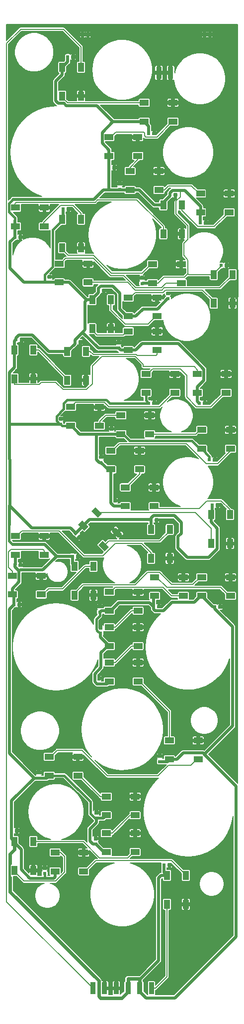
<source format=gbl>
G04 #@! TF.GenerationSoftware,KiCad,Pcbnew,5.1.5+dfsg1-2build2*
G04 #@! TF.CreationDate,2021-12-29T18:43:08+01:00*
G04 #@! TF.ProjectId,wall,77616c6c-2e6b-4696-9361-645f70636258,rev?*
G04 #@! TF.SameCoordinates,Original*
G04 #@! TF.FileFunction,Copper,L2,Bot*
G04 #@! TF.FilePolarity,Positive*
%FSLAX46Y46*%
G04 Gerber Fmt 4.6, Leading zero omitted, Abs format (unit mm)*
G04 Created by KiCad (PCBNEW 5.1.5+dfsg1-2build2) date 2021-12-29 18:43:08*
%MOMM*%
%LPD*%
G04 APERTURE LIST*
%ADD10R,0.890000X2.030000*%
%ADD11R,0.500000X0.600000*%
%ADD12R,1.000000X1.500000*%
%ADD13R,1.500000X1.000000*%
%ADD14R,0.600000X0.500000*%
%ADD15C,0.100000*%
%ADD16C,0.800000*%
%ADD17C,0.200000*%
%ADD18C,0.400000*%
%ADD19C,0.500000*%
%ADD20C,0.600000*%
%ADD21C,0.127000*%
G04 APERTURE END LIST*
D10*
X126250000Y-28515000D03*
X128250000Y-28515000D03*
D11*
X114190000Y-22000000D03*
X113250000Y-22000000D03*
X134970000Y-22000000D03*
X134030000Y-22000000D03*
D12*
X109800000Y-27550000D03*
X113000000Y-27550000D03*
X109800000Y-32450000D03*
X113000000Y-32450000D03*
D13*
X123750000Y-36800000D03*
X123750000Y-33600000D03*
X128650000Y-36800000D03*
X128650000Y-33600000D03*
X117750000Y-42600000D03*
X117750000Y-39400000D03*
X122650000Y-42600000D03*
X122650000Y-39400000D03*
X121350000Y-48400000D03*
X121350000Y-45200000D03*
X126250000Y-48400000D03*
X126250000Y-45200000D03*
X133350000Y-52200000D03*
X133350000Y-49000000D03*
X138250000Y-52200000D03*
X138250000Y-49000000D03*
D12*
X127000000Y-50950000D03*
X130200000Y-50950000D03*
X127000000Y-55850000D03*
X130200000Y-55850000D03*
D13*
X101850000Y-54600000D03*
X101850000Y-51400000D03*
X106750000Y-54600000D03*
X106750000Y-51400000D03*
D12*
X109800000Y-53350000D03*
X113000000Y-53350000D03*
X109800000Y-58250000D03*
X113000000Y-58250000D03*
D13*
X125150000Y-64200000D03*
X125150000Y-61000000D03*
X130050000Y-64200000D03*
X130050000Y-61000000D03*
X109300000Y-64100000D03*
X109300000Y-60900000D03*
X114200000Y-64100000D03*
X114200000Y-60900000D03*
D12*
X135600000Y-62750000D03*
X138800000Y-62750000D03*
X135600000Y-67650000D03*
X138800000Y-67650000D03*
D13*
X121050000Y-69850000D03*
X121050000Y-66650000D03*
X125950000Y-69850000D03*
X125950000Y-66650000D03*
D12*
X114900000Y-67050000D03*
X118100000Y-67050000D03*
X114900000Y-71950000D03*
X118100000Y-71950000D03*
D13*
X121050000Y-75600000D03*
X121050000Y-72400000D03*
X125950000Y-75600000D03*
X125950000Y-72400000D03*
D12*
X110650000Y-75800000D03*
X113850000Y-75800000D03*
X110650000Y-80700000D03*
X113850000Y-80700000D03*
X101650000Y-75550000D03*
X104850000Y-75550000D03*
X101650000Y-80450000D03*
X104850000Y-80450000D03*
X101650000Y-159050000D03*
X104850000Y-159050000D03*
X101650000Y-163950000D03*
X104850000Y-163950000D03*
D14*
X116300000Y-122730000D03*
X116300000Y-123670000D03*
X116000000Y-131330000D03*
X116000000Y-132270000D03*
X105800000Y-147330000D03*
X105800000Y-148270000D03*
X126400000Y-144530000D03*
X126400000Y-145470000D03*
X115500000Y-158530000D03*
X115500000Y-159470000D03*
X115600000Y-154130000D03*
X115600000Y-155070000D03*
X116400000Y-93730000D03*
X116400000Y-94670000D03*
X109500000Y-87230000D03*
X109500000Y-88170000D03*
D11*
X102870000Y-73800000D03*
X101930000Y-73800000D03*
D14*
X106800000Y-163530000D03*
X106800000Y-164470000D03*
D11*
X126270000Y-119200000D03*
X125330000Y-119200000D03*
D14*
X118200000Y-88930000D03*
X118200000Y-89870000D03*
D11*
X112870000Y-74200000D03*
X111930000Y-74200000D03*
X136670000Y-119200000D03*
X135730000Y-119200000D03*
X135800000Y-94200000D03*
X134860000Y-94200000D03*
X128070000Y-163000000D03*
X127130000Y-163000000D03*
X102070000Y-157200000D03*
X101130000Y-157200000D03*
D13*
X132800000Y-82850000D03*
X132800000Y-79650000D03*
X137700000Y-82850000D03*
X137700000Y-79650000D03*
X124050000Y-82850000D03*
X124050000Y-79650000D03*
X128950000Y-82850000D03*
X128950000Y-79650000D03*
X111200000Y-88450000D03*
X111200000Y-85250000D03*
X116100000Y-88450000D03*
X116100000Y-85250000D03*
X119800000Y-89850000D03*
X119800000Y-86650000D03*
X124700000Y-89850000D03*
X124700000Y-86650000D03*
X133550000Y-92350000D03*
X133550000Y-89150000D03*
X138450000Y-92350000D03*
X138450000Y-89150000D03*
X118050000Y-95850000D03*
X118050000Y-92650000D03*
X122950000Y-95850000D03*
X122950000Y-92650000D03*
X120550000Y-102100000D03*
X120550000Y-98900000D03*
X125450000Y-102100000D03*
X125450000Y-98900000D03*
D12*
X135150000Y-103550000D03*
X138350000Y-103550000D03*
X135150000Y-108450000D03*
X138350000Y-108450000D03*
G04 #@! TA.AperFunction,SMDPad,CuDef*
D15*
G36*
X112502335Y-105222182D02*
G01*
X113209441Y-104515076D01*
X114270101Y-105575736D01*
X113562995Y-106282842D01*
X112502335Y-105222182D01*
G37*
G04 #@! TD.AperFunction*
G04 #@! TA.AperFunction,SMDPad,CuDef*
G36*
X114765076Y-102959441D02*
G01*
X115472182Y-102252335D01*
X116532842Y-103312995D01*
X115825736Y-104020101D01*
X114765076Y-102959441D01*
G37*
G04 #@! TD.AperFunction*
G04 #@! TA.AperFunction,SMDPad,CuDef*
G36*
X115967158Y-108687005D02*
G01*
X116674264Y-107979899D01*
X117734924Y-109040559D01*
X117027818Y-109747665D01*
X115967158Y-108687005D01*
G37*
G04 #@! TD.AperFunction*
G04 #@! TA.AperFunction,SMDPad,CuDef*
G36*
X118229899Y-106424264D02*
G01*
X118937005Y-105717158D01*
X119997665Y-106777818D01*
X119290559Y-107484924D01*
X118229899Y-106424264D01*
G37*
G04 #@! TD.AperFunction*
D12*
X124900000Y-106050000D03*
X128100000Y-106050000D03*
X124900000Y-110950000D03*
X128100000Y-110950000D03*
D13*
X101800000Y-110350000D03*
X101800000Y-107150000D03*
X106700000Y-110350000D03*
X106700000Y-107150000D03*
X101300000Y-117100000D03*
X101300000Y-113900000D03*
X106200000Y-117100000D03*
X106200000Y-113900000D03*
D12*
X111900000Y-112300000D03*
X115100000Y-112300000D03*
X111900000Y-117200000D03*
X115100000Y-117200000D03*
D13*
X133550000Y-117350000D03*
X133550000Y-114150000D03*
X138450000Y-117350000D03*
X138450000Y-114150000D03*
X125550000Y-117350000D03*
X125550000Y-114150000D03*
X130450000Y-117350000D03*
X130450000Y-114150000D03*
X117800000Y-119850000D03*
X117800000Y-116650000D03*
X122700000Y-119850000D03*
X122700000Y-116650000D03*
X117800000Y-125850000D03*
X117800000Y-122650000D03*
X122700000Y-125850000D03*
X122700000Y-122650000D03*
X117800000Y-131850000D03*
X117800000Y-128650000D03*
X122700000Y-131850000D03*
X122700000Y-128650000D03*
X128050000Y-145100000D03*
X128050000Y-141900000D03*
X132950000Y-145100000D03*
X132950000Y-141900000D03*
X107550000Y-147850000D03*
X107550000Y-144650000D03*
X112450000Y-147850000D03*
X112450000Y-144650000D03*
X117300000Y-154600000D03*
X117300000Y-151400000D03*
X122200000Y-154600000D03*
X122200000Y-151400000D03*
X117300000Y-160850000D03*
X117300000Y-157650000D03*
X122200000Y-160850000D03*
X122200000Y-157650000D03*
X108550000Y-164100000D03*
X108550000Y-160900000D03*
X113450000Y-164100000D03*
X113450000Y-160900000D03*
D12*
X127650000Y-164800000D03*
X130850000Y-164800000D03*
X127650000Y-169700000D03*
X130850000Y-169700000D03*
D14*
X123400000Y-63330000D03*
X123400000Y-64270000D03*
D11*
X116870000Y-65400000D03*
X115930000Y-65400000D03*
D14*
X107600000Y-63130000D03*
X107600000Y-64070000D03*
D11*
X110870000Y-51600000D03*
X109930000Y-51600000D03*
X129070000Y-49200000D03*
X128130000Y-49200000D03*
X134270000Y-54000000D03*
X133330000Y-54000000D03*
X102670000Y-56400000D03*
X101730000Y-56400000D03*
X125470000Y-38800000D03*
X124530000Y-38800000D03*
D14*
X119600000Y-47330000D03*
X119600000Y-48270000D03*
D11*
X118670000Y-44600000D03*
X117730000Y-44600000D03*
D14*
X127800000Y-65930000D03*
X127800000Y-66870000D03*
D11*
X136270000Y-101900000D03*
X135330000Y-101900000D03*
D14*
X119400000Y-74330000D03*
X119400000Y-75270000D03*
D11*
X137770000Y-61200000D03*
X136830000Y-61200000D03*
X125470000Y-84600000D03*
X124530000Y-84600000D03*
X102670000Y-112100000D03*
X101730000Y-112100000D03*
X134070000Y-84600000D03*
X133130000Y-84600000D03*
X102470000Y-118800000D03*
X101530000Y-118800000D03*
X125870000Y-104400000D03*
X124930000Y-104400000D03*
X112470000Y-110600000D03*
X111530000Y-110600000D03*
G04 #@! TA.AperFunction,SMDPad,CuDef*
D15*
G36*
X112343431Y-107367695D02*
G01*
X112767695Y-106943431D01*
X113121249Y-107296985D01*
X112696985Y-107721249D01*
X112343431Y-107367695D01*
G37*
G04 #@! TD.AperFunction*
G04 #@! TA.AperFunction,SMDPad,CuDef*
G36*
X111678751Y-106703015D02*
G01*
X112103015Y-106278751D01*
X112456569Y-106632305D01*
X112032305Y-107056569D01*
X111678751Y-106703015D01*
G37*
G04 #@! TD.AperFunction*
D14*
X118800000Y-101130000D03*
X118800000Y-102070000D03*
X116200000Y-119130000D03*
X116200000Y-120070000D03*
D11*
X111670000Y-25800000D03*
X110730000Y-25800000D03*
D10*
X125000000Y-183985000D03*
X123000000Y-183985000D03*
X121000000Y-183985000D03*
X119000000Y-183985000D03*
X117000000Y-183985000D03*
X115000000Y-183985000D03*
D16*
X119000000Y-181500000D03*
X117000000Y-181500000D03*
X129500000Y-166000000D03*
X112000000Y-162500000D03*
X105000000Y-161500000D03*
X120000000Y-159500000D03*
X119500000Y-153500000D03*
X110000000Y-146000000D03*
X129000000Y-143500000D03*
X119500000Y-130000000D03*
X119000000Y-124500000D03*
X120000000Y-117000000D03*
X127500000Y-118000000D03*
X129000000Y-114000000D03*
X136000000Y-117500000D03*
X136500000Y-115000000D03*
X137500000Y-106000000D03*
X127500000Y-109000000D03*
X126500000Y-105500000D03*
X115500000Y-107000000D03*
X104000000Y-110500000D03*
X105000000Y-107500000D03*
X113500000Y-117000000D03*
X113500000Y-111500000D03*
X104000000Y-116000000D03*
X122500000Y-100500000D03*
X119500000Y-94500000D03*
X121500000Y-88000000D03*
X113000000Y-87000000D03*
X103500000Y-77500000D03*
X112500000Y-77500000D03*
X122000000Y-74000000D03*
X116500000Y-68500000D03*
X124000000Y-67000000D03*
X126000000Y-62500000D03*
X110500000Y-62500000D03*
X111500000Y-54500000D03*
X104000000Y-54000000D03*
X123500000Y-46500000D03*
X128000000Y-53000000D03*
X136000000Y-52500000D03*
X137000000Y-63000000D03*
X135000000Y-83000000D03*
X126500000Y-83000000D03*
X126000000Y-36500000D03*
X119500000Y-42500000D03*
X111500000Y-28500000D03*
D17*
X100281389Y-169266389D02*
X115000000Y-183985000D01*
X100277010Y-164904328D02*
X100281389Y-164908707D01*
X100300000Y-79196803D02*
X100277010Y-79219793D01*
X100300000Y-23500000D02*
X100300000Y-79196803D01*
X102700000Y-21100000D02*
X100300000Y-23500000D01*
X110000000Y-21100000D02*
X102700000Y-21100000D01*
X100281389Y-164908707D02*
X100281389Y-169266389D01*
X100277010Y-79219793D02*
X100277010Y-164904328D01*
X113000000Y-24100000D02*
X110000000Y-21100000D01*
X113000000Y-27550000D02*
X113000000Y-24100000D01*
X138800000Y-67400000D02*
X138800000Y-67650000D01*
X139700000Y-66500000D02*
X138800000Y-67400000D01*
X139700000Y-61991398D02*
X139700000Y-66500000D01*
X138908602Y-61200000D02*
X139700000Y-61991398D01*
X137770000Y-61200000D02*
X138908602Y-61200000D01*
D18*
X128000000Y-52434315D02*
X128000000Y-53000000D01*
X128000000Y-50887514D02*
X128000000Y-52434315D01*
X129070000Y-49200000D02*
X129070000Y-49817514D01*
X129070000Y-49817514D02*
X128000000Y-50887514D01*
D19*
X123000000Y-182470000D02*
X126200000Y-179270000D01*
X126650000Y-164800000D02*
X127650000Y-164800000D01*
X126200000Y-165250000D02*
X126650000Y-164800000D01*
X126200000Y-179270000D02*
X126200000Y-165250000D01*
X127130000Y-164280000D02*
X127650000Y-164800000D01*
X127130000Y-163000000D02*
X127130000Y-164280000D01*
X116830000Y-155070000D02*
X115600000Y-155070000D01*
X117300000Y-154600000D02*
X116830000Y-155070000D01*
X107130000Y-148270000D02*
X105800000Y-148270000D01*
X107550000Y-147850000D02*
X107130000Y-148270000D01*
X101130000Y-156400000D02*
X101130000Y-157200000D01*
X101130000Y-152140000D02*
X101130000Y-156400000D01*
X105000000Y-148270000D02*
X101130000Y-152140000D01*
X101130000Y-158530000D02*
X101650000Y-159050000D01*
X101130000Y-157200000D02*
X101130000Y-158530000D01*
X108550000Y-165100000D02*
X108550000Y-164100000D01*
X102800000Y-163828602D02*
X104271398Y-165300000D01*
X108350000Y-165300000D02*
X108550000Y-165100000D01*
X102800000Y-160400000D02*
X102800000Y-163828602D01*
X101600000Y-159200000D02*
X102800000Y-160400000D01*
X101650000Y-159150000D02*
X101600000Y-159200000D01*
X101650000Y-159050000D02*
X101650000Y-159150000D01*
D20*
X121000000Y-182370000D02*
X121000000Y-183985000D01*
X121000000Y-182370000D02*
X122900000Y-182370000D01*
X123000000Y-182470000D02*
X122900000Y-182370000D01*
X123000000Y-183985000D02*
X123000000Y-182470000D01*
D19*
X127680000Y-145470000D02*
X126400000Y-145470000D01*
X128050000Y-145100000D02*
X127680000Y-145470000D01*
X135400000Y-119200000D02*
X133550000Y-117350000D01*
X135730000Y-119200000D02*
X135400000Y-119200000D01*
X125330000Y-117570000D02*
X125550000Y-117350000D01*
X125330000Y-119200000D02*
X125330000Y-117570000D01*
X116420000Y-119850000D02*
X116200000Y-120070000D01*
X117800000Y-119850000D02*
X116420000Y-119850000D01*
X118050000Y-119850000D02*
X117800000Y-119850000D01*
X119397001Y-118502999D02*
X118050000Y-119850000D01*
X124682999Y-118502999D02*
X119397001Y-118502999D01*
X125330000Y-119150000D02*
X124682999Y-118502999D01*
X125330000Y-119200000D02*
X125330000Y-119150000D01*
X125622999Y-119877001D02*
X125330000Y-119584002D01*
X127022999Y-119877001D02*
X125622999Y-119877001D01*
X128500000Y-118400000D02*
X127022999Y-119877001D01*
X132300000Y-118400000D02*
X128500000Y-118400000D01*
X133350000Y-117350000D02*
X132300000Y-118400000D01*
X125330000Y-119584002D02*
X125330000Y-119200000D01*
X133550000Y-117350000D02*
X133350000Y-117350000D01*
X135730000Y-119488602D02*
X135730000Y-119200000D01*
X138800000Y-122558602D02*
X135730000Y-119488602D01*
X138800000Y-139424600D02*
X138800000Y-122558602D01*
X134001601Y-144222999D02*
X138800000Y-139424600D01*
X133778602Y-144000000D02*
X134001601Y-144222999D01*
X130400000Y-144000000D02*
X133778602Y-144000000D01*
X129300000Y-145100000D02*
X130400000Y-144000000D01*
X128050000Y-145100000D02*
X129300000Y-145100000D01*
X117380000Y-132270000D02*
X116000000Y-132270000D01*
X117800000Y-131850000D02*
X117380000Y-132270000D01*
X117550000Y-125850000D02*
X117800000Y-125850000D01*
X116400000Y-127000000D02*
X117550000Y-125850000D01*
X116400000Y-129500000D02*
X116400000Y-127000000D01*
X115322999Y-130577001D02*
X116400000Y-129500000D01*
X115322999Y-131881601D02*
X115322999Y-130577001D01*
X115711398Y-132270000D02*
X115322999Y-131881601D01*
X116000000Y-132270000D02*
X115711398Y-132270000D01*
X116300000Y-124350000D02*
X117800000Y-125850000D01*
X116300000Y-123700000D02*
X116300000Y-124350000D01*
D18*
X116300000Y-123670000D02*
X116170000Y-123670000D01*
X115736205Y-123236205D02*
X115600000Y-122905993D01*
X116170000Y-123670000D02*
X115736205Y-123236205D01*
X116200000Y-120720000D02*
X116200000Y-120070000D01*
X115600000Y-121320000D02*
X116200000Y-120720000D01*
X115600000Y-122905993D02*
X115600000Y-121320000D01*
D19*
X101530000Y-117330000D02*
X101300000Y-117100000D01*
X101530000Y-118800000D02*
X101530000Y-117330000D01*
X105000000Y-148270000D02*
X105800000Y-148270000D01*
X101730000Y-112401398D02*
X101730000Y-112100000D01*
X102427001Y-113098399D02*
X101730000Y-112401398D01*
X101300000Y-116100000D02*
X102427001Y-114972999D01*
X102427001Y-114972999D02*
X102427001Y-113098399D01*
X101300000Y-117100000D02*
X101300000Y-116100000D01*
X101800000Y-112030000D02*
X101730000Y-112100000D01*
X101800000Y-110350000D02*
X101800000Y-112030000D01*
X111900000Y-112050000D02*
X111900000Y-112300000D01*
X108800000Y-110600000D02*
X110450000Y-110600000D01*
X111530000Y-110600000D02*
X110450000Y-110600000D01*
X111530000Y-111930000D02*
X111900000Y-112300000D01*
X111530000Y-110600000D02*
X111530000Y-111930000D01*
X135330000Y-103370000D02*
X135150000Y-103550000D01*
X135330000Y-101900000D02*
X135330000Y-103370000D01*
X135150000Y-104800000D02*
X136200000Y-105850000D01*
X135150000Y-103550000D02*
X135150000Y-104800000D01*
X136200000Y-109328602D02*
X134728602Y-110800000D01*
X136200000Y-105850000D02*
X136200000Y-109328602D01*
X134728602Y-110800000D02*
X131100000Y-110800000D01*
X129519841Y-109219840D02*
X129519841Y-107280159D01*
X131100000Y-110800000D02*
X129519841Y-109219840D01*
X129519841Y-107280159D02*
X130100000Y-106700000D01*
X130100000Y-106700000D02*
X130100000Y-104900000D01*
X124930000Y-104111398D02*
X124930000Y-104400000D01*
X125318399Y-103722999D02*
X124930000Y-104111398D01*
X128922999Y-103722999D02*
X125318399Y-103722999D01*
X130100000Y-104900000D02*
X128922999Y-103722999D01*
X124930000Y-106020000D02*
X124900000Y-106050000D01*
X124930000Y-104400000D02*
X124930000Y-106020000D01*
X114385177Y-104400000D02*
X113386218Y-105398959D01*
X124930000Y-104400000D02*
X114385177Y-104400000D01*
X112117517Y-106667660D02*
X113386218Y-105398959D01*
X112067660Y-106667660D02*
X112117517Y-106667660D01*
X101650000Y-74080000D02*
X101930000Y-73800000D01*
X101650000Y-75550000D02*
X101650000Y-74080000D01*
X101930000Y-73511398D02*
X102441398Y-73000000D01*
X101930000Y-73800000D02*
X101930000Y-73511398D01*
X102441398Y-73000000D02*
X104700000Y-73000000D01*
X107500000Y-75800000D02*
X110650000Y-75800000D01*
X104700000Y-73000000D02*
X107500000Y-75800000D01*
X111930000Y-74520000D02*
X110650000Y-75800000D01*
X111930000Y-74200000D02*
X111930000Y-74520000D01*
X110550000Y-64100000D02*
X109300000Y-64100000D01*
X110950000Y-64100000D02*
X110550000Y-64100000D01*
X113900000Y-67050000D02*
X110950000Y-64100000D01*
X114900000Y-67050000D02*
X113900000Y-67050000D01*
X114050000Y-67050000D02*
X114900000Y-67050000D01*
X113700000Y-67400000D02*
X114050000Y-67050000D01*
X113700000Y-72141398D02*
X113700000Y-67400000D01*
X111930000Y-74200000D02*
X111930000Y-73911398D01*
X114900000Y-66875000D02*
X114900000Y-67050000D01*
X115930000Y-65845000D02*
X114900000Y-66875000D01*
X115930000Y-65400000D02*
X115930000Y-65845000D01*
X107630000Y-64100000D02*
X107600000Y-64070000D01*
X109300000Y-64100000D02*
X107630000Y-64100000D01*
X101730000Y-54620000D02*
X101750000Y-54600000D01*
X101730000Y-56400000D02*
X101730000Y-54620000D01*
X101700000Y-56400000D02*
X101730000Y-56400000D01*
X100900000Y-61700000D02*
X100900000Y-57200000D01*
X103270000Y-64070000D02*
X100900000Y-61700000D01*
X100900000Y-57200000D02*
X101700000Y-56400000D01*
X109930000Y-53220000D02*
X109800000Y-53350000D01*
X109930000Y-51600000D02*
X109930000Y-53220000D01*
X107600000Y-64070000D02*
X106770000Y-64070000D01*
X106770000Y-64070000D02*
X103270000Y-64070000D01*
D18*
X109800000Y-53600000D02*
X109800000Y-53350000D01*
X108200000Y-61391398D02*
X108200000Y-55200000D01*
X106770000Y-62821398D02*
X108200000Y-61391398D01*
X108200000Y-55200000D02*
X109800000Y-53600000D01*
X106770000Y-64070000D02*
X106770000Y-62821398D01*
D19*
X119600000Y-68650000D02*
X120800000Y-69850000D01*
X120800000Y-69850000D02*
X121050000Y-69850000D01*
X119600000Y-65900000D02*
X119600000Y-68650000D01*
X116341398Y-64700000D02*
X118400000Y-64700000D01*
X118400000Y-64700000D02*
X119600000Y-65900000D01*
X115930000Y-65111398D02*
X116341398Y-64700000D01*
X115930000Y-65400000D02*
X115930000Y-65111398D01*
X119730000Y-75600000D02*
X119400000Y-75270000D01*
X121050000Y-75600000D02*
X119730000Y-75600000D01*
X115970000Y-75270000D02*
X119400000Y-75270000D01*
X113270699Y-72570699D02*
X115970000Y-75270000D01*
X111930000Y-73911398D02*
X113270699Y-72570699D01*
X113270699Y-72570699D02*
X113700000Y-72141398D01*
X122300000Y-69850000D02*
X121050000Y-69850000D01*
X123550000Y-68600000D02*
X122300000Y-69850000D01*
X126020000Y-68600000D02*
X123550000Y-68600000D01*
X127750000Y-66870000D02*
X126020000Y-68600000D01*
X127800000Y-66870000D02*
X127750000Y-66870000D01*
X122300000Y-75600000D02*
X123400000Y-74500000D01*
X121050000Y-75600000D02*
X122300000Y-75600000D01*
X132800000Y-81850000D02*
X132800000Y-82850000D01*
X133927001Y-80722999D02*
X132800000Y-81850000D01*
X133927001Y-78848399D02*
X133927001Y-80722999D01*
X123400000Y-74500000D02*
X129578602Y-74500000D01*
X132800000Y-84270000D02*
X133130000Y-84600000D01*
X132800000Y-82850000D02*
X132800000Y-84270000D01*
X129578602Y-74500000D02*
X132689301Y-77610699D01*
X132689301Y-77610699D02*
X133927001Y-78848399D01*
X135600000Y-63000000D02*
X135600000Y-62850000D01*
X101750000Y-54600000D02*
X101750000Y-53600000D01*
X101414866Y-49993468D02*
X115206532Y-49993468D01*
X115206532Y-49993468D02*
X116800000Y-48400000D01*
X117750000Y-48350000D02*
X117750000Y-42600000D01*
X117700000Y-48400000D02*
X117750000Y-48350000D01*
X116800000Y-48400000D02*
X117700000Y-48400000D01*
X117700000Y-48400000D02*
X121350000Y-48400000D01*
X117750000Y-41600000D02*
X116600000Y-40450000D01*
X117750000Y-42600000D02*
X117750000Y-41600000D01*
X122500000Y-36800000D02*
X123750000Y-36800000D01*
X118421398Y-36800000D02*
X122500000Y-36800000D01*
X116600000Y-38621398D02*
X118421398Y-36800000D01*
X116600000Y-40450000D02*
X116600000Y-38621398D01*
X124530000Y-37580000D02*
X123750000Y-36800000D01*
X124530000Y-38800000D02*
X124530000Y-37580000D01*
X110730000Y-26620000D02*
X109800000Y-27550000D01*
X110730000Y-25800000D02*
X110730000Y-26620000D01*
X109121398Y-33700000D02*
X108700000Y-33278602D01*
X110100000Y-33700000D02*
X109121398Y-33700000D01*
X110487335Y-34087335D02*
X110100000Y-33700000D01*
X109800000Y-28800000D02*
X109800000Y-27550000D01*
X108700000Y-29900000D02*
X109800000Y-28800000D01*
X108700000Y-33278602D02*
X108700000Y-29900000D01*
X115708733Y-34087335D02*
X110487335Y-34087335D01*
X118421398Y-36800000D02*
X115708733Y-34087335D01*
X121350000Y-48400000D02*
X122900000Y-48400000D01*
X125450000Y-50950000D02*
X127000000Y-50950000D01*
X122900000Y-48400000D02*
X125450000Y-50950000D01*
X128130000Y-48911398D02*
X128541398Y-48500000D01*
X128130000Y-49200000D02*
X128130000Y-48911398D01*
X130650000Y-48500000D02*
X133350000Y-51200000D01*
X133350000Y-51200000D02*
X133350000Y-52200000D01*
X133330000Y-52220000D02*
X133350000Y-52200000D01*
X133330000Y-54000000D02*
X133330000Y-52220000D01*
X123470000Y-64200000D02*
X123400000Y-64270000D01*
X125150000Y-64200000D02*
X123470000Y-64200000D01*
X128541398Y-48500000D02*
X129900000Y-48500000D01*
X129900000Y-48500000D02*
X130650000Y-48500000D01*
D17*
X126100000Y-64200000D02*
X125150000Y-64200000D01*
X130600000Y-63200000D02*
X127100000Y-63200000D01*
X127100000Y-63200000D02*
X126100000Y-64200000D01*
X131200000Y-62600000D02*
X130600000Y-63200000D01*
X131350000Y-62750000D02*
X135600000Y-62750000D01*
X131200000Y-62600000D02*
X131350000Y-62750000D01*
X136830000Y-61370000D02*
X135600000Y-62600000D01*
X135600000Y-62600000D02*
X135600000Y-62750000D01*
X136830000Y-61200000D02*
X136830000Y-61370000D01*
D18*
X124050000Y-84120000D02*
X124530000Y-84600000D01*
X124050000Y-82850000D02*
X124050000Y-84120000D01*
X109780000Y-88450000D02*
X109500000Y-88170000D01*
X111200000Y-88450000D02*
X109780000Y-88450000D01*
X108800000Y-87600000D02*
X109370000Y-88170000D01*
X108800000Y-86800000D02*
X108800000Y-87600000D01*
X110000000Y-84611398D02*
X110000000Y-85600000D01*
X109370000Y-88170000D02*
X109500000Y-88170000D01*
X117196312Y-84000000D02*
X110611398Y-84000000D01*
X110611398Y-84000000D02*
X110000000Y-84611398D01*
X117402835Y-84102835D02*
X117196312Y-84000000D01*
X117900000Y-84600000D02*
X117402835Y-84102835D01*
X110000000Y-85600000D02*
X108800000Y-86800000D01*
X124530000Y-84600000D02*
X117900000Y-84600000D01*
D19*
X118220000Y-89850000D02*
X118200000Y-89870000D01*
X119800000Y-89850000D02*
X118220000Y-89850000D01*
X111350000Y-88450000D02*
X111200000Y-88450000D01*
X112770000Y-89870000D02*
X111350000Y-88450000D01*
X117580000Y-95850000D02*
X116400000Y-94670000D01*
X118050000Y-95850000D02*
X117580000Y-95850000D01*
X118200000Y-89870000D02*
X115270000Y-89870000D01*
X115270000Y-89870000D02*
X112770000Y-89870000D01*
X116111398Y-94670000D02*
X116400000Y-94670000D01*
X115600000Y-94158602D02*
X116111398Y-94670000D01*
X115600000Y-90000000D02*
X115600000Y-94158602D01*
X115500000Y-89900000D02*
X115600000Y-90000000D01*
X115300000Y-89900000D02*
X115500000Y-89900000D01*
X115270000Y-89870000D02*
X115300000Y-89900000D01*
X118830000Y-102100000D02*
X118800000Y-102070000D01*
X120550000Y-102100000D02*
X118830000Y-102100000D01*
X118050000Y-101550000D02*
X118050000Y-95850000D01*
X118570000Y-102070000D02*
X118050000Y-101550000D01*
X118800000Y-102070000D02*
X118570000Y-102070000D01*
X104600000Y-105800000D02*
X100800000Y-102000000D01*
X111200000Y-105800000D02*
X104600000Y-105800000D01*
X112067660Y-106667660D02*
X111200000Y-105800000D01*
X106500000Y-112900000D02*
X108800000Y-110600000D01*
X102625400Y-112900000D02*
X106500000Y-112900000D01*
X102427001Y-113098399D02*
X102625400Y-112900000D01*
X101650000Y-78521398D02*
X101650000Y-76800000D01*
X100800000Y-88170000D02*
X108700000Y-88170000D01*
X100877009Y-101922991D02*
X100877009Y-94202415D01*
X100800000Y-102000000D02*
X100877009Y-101922991D01*
X108700000Y-88170000D02*
X109500000Y-88170000D01*
X101650000Y-76800000D02*
X101650000Y-75550000D01*
X100772999Y-79398399D02*
X101650000Y-78521398D01*
X106800000Y-108600000D02*
X101321398Y-108600000D01*
X100800000Y-94125406D02*
X100800000Y-81528602D01*
X100800000Y-94125406D02*
X100800000Y-88170000D01*
X108800000Y-110600000D02*
X106800000Y-108600000D01*
X100772999Y-81501601D02*
X100772999Y-79398399D01*
X100877009Y-94202415D02*
X100800000Y-94125406D01*
X100800000Y-81528602D02*
X100772999Y-81501601D01*
X100800000Y-105174594D02*
X100800000Y-102000000D01*
D20*
X100900000Y-161150000D02*
X100900000Y-162772999D01*
X101650000Y-160400000D02*
X100900000Y-161150000D01*
X101650000Y-159050000D02*
X101650000Y-160400000D01*
D18*
X100822999Y-162850000D02*
X100900000Y-162772999D01*
X100822999Y-165050000D02*
X100822999Y-162850000D01*
X100900000Y-165127001D02*
X100822999Y-165050000D01*
X100722999Y-105251595D02*
X100800000Y-105174594D01*
X100722999Y-108001601D02*
X100722999Y-105251595D01*
X101321398Y-108600000D02*
X100722999Y-108001601D01*
D19*
X100772999Y-144042999D02*
X105000000Y-148270000D01*
X100772999Y-119627001D02*
X100772999Y-144042999D01*
X101500000Y-118900000D02*
X100772999Y-119627001D01*
D18*
X110150000Y-147850000D02*
X107550000Y-147850000D01*
X114600000Y-152300000D02*
X110150000Y-147850000D01*
X114600000Y-154300000D02*
X114600000Y-152300000D01*
X115370000Y-155070000D02*
X114600000Y-154300000D01*
X115600000Y-155070000D02*
X115370000Y-155070000D01*
D20*
X121000000Y-184500000D02*
X121000000Y-182370000D01*
X119900000Y-185600000D02*
X121000000Y-184500000D01*
X116300000Y-185600000D02*
X119900000Y-185600000D01*
X116000000Y-185300000D02*
X116300000Y-185600000D01*
X116000000Y-182700000D02*
X116000000Y-185300000D01*
X100900000Y-167600000D02*
X116000000Y-182700000D01*
X100900000Y-165127001D02*
X100900000Y-167600000D01*
D19*
X123000000Y-184500000D02*
X123000000Y-183985000D01*
X124100000Y-185600000D02*
X123000000Y-184500000D01*
X129000000Y-185600000D02*
X124100000Y-185600000D01*
X139400000Y-175200000D02*
X129000000Y-185600000D01*
X139400000Y-149621398D02*
X139400000Y-175200000D01*
X134001601Y-144222999D02*
X139400000Y-149621398D01*
D18*
X134860000Y-93660000D02*
X133550000Y-92350000D01*
X134860000Y-94200000D02*
X134860000Y-93660000D01*
X120150000Y-89850000D02*
X119800000Y-89850000D01*
X131900000Y-91000000D02*
X121300000Y-91000000D01*
X121300000Y-91000000D02*
X120150000Y-89850000D01*
X133300000Y-92400000D02*
X131900000Y-91000000D01*
X133500000Y-92400000D02*
X133300000Y-92400000D01*
X133550000Y-92350000D02*
X133500000Y-92400000D01*
X101750000Y-53138602D02*
X101750000Y-53600000D01*
X100727010Y-52115612D02*
X101750000Y-53138602D01*
X100727010Y-50681324D02*
X100727010Y-52115612D01*
X101414866Y-49993468D02*
X100727010Y-50681324D01*
X106800000Y-165200000D02*
X106800000Y-164470000D01*
X106700000Y-165300000D02*
X106800000Y-165200000D01*
D19*
X104271398Y-165300000D02*
X106700000Y-165300000D01*
X106700000Y-165300000D02*
X108350000Y-165300000D01*
X115600000Y-155820000D02*
X115600000Y-155070000D01*
X114500000Y-156920000D02*
X115600000Y-155820000D01*
X114500000Y-159000000D02*
X114500000Y-156920000D01*
X115000000Y-159500000D02*
X114500000Y-159000000D01*
X115500000Y-159500000D02*
X115000000Y-159500000D01*
X116850000Y-160850000D02*
X115500000Y-159500000D01*
X117300000Y-160850000D02*
X116850000Y-160850000D01*
D17*
X131200000Y-60376519D02*
X131200000Y-62600000D01*
X130513779Y-59513780D02*
X131038383Y-60038384D01*
X131200000Y-56800000D02*
X130513779Y-57486221D01*
X130513779Y-57486221D02*
X130513779Y-59513780D01*
X129200000Y-52450000D02*
X131200000Y-54450000D01*
X129900000Y-49591398D02*
X129200000Y-50291398D01*
X129900000Y-48500000D02*
X129900000Y-49591398D01*
X131038383Y-60038384D02*
X131200000Y-60376519D01*
X129200000Y-50291398D02*
X129200000Y-52450000D01*
X131200000Y-54450000D02*
X131200000Y-56800000D01*
D19*
X127000000Y-50500000D02*
X127000000Y-50950000D01*
X128130000Y-49370000D02*
X127000000Y-50500000D01*
X128130000Y-49200000D02*
X128130000Y-49370000D01*
D17*
X127650000Y-170650000D02*
X127650000Y-169700000D01*
X127650000Y-181980000D02*
X127650000Y-170650000D01*
X125645000Y-183985000D02*
X127650000Y-181980000D01*
X125000000Y-183985000D02*
X125645000Y-183985000D01*
X113700000Y-164100000D02*
X113450000Y-164100000D01*
X128400000Y-162300000D02*
X115500000Y-162300000D01*
X130850000Y-164750000D02*
X128400000Y-162300000D01*
X115500000Y-162300000D02*
X113700000Y-164100000D01*
X130850000Y-164800000D02*
X130850000Y-164750000D01*
X103277011Y-165777011D02*
X101650000Y-164150000D01*
X108662991Y-165777011D02*
X103277011Y-165777011D01*
X110200000Y-164240002D02*
X108662991Y-165777011D01*
X101650000Y-164150000D02*
X101650000Y-163950000D01*
X110200000Y-161600000D02*
X110200000Y-164240002D01*
X109500000Y-160900000D02*
X110200000Y-161600000D01*
X108550000Y-160900000D02*
X109500000Y-160900000D01*
X118300000Y-157650000D02*
X121350000Y-154600000D01*
X121350000Y-154600000D02*
X122200000Y-154600000D01*
X117300000Y-157650000D02*
X118300000Y-157650000D01*
X135100000Y-85200000D02*
X137450000Y-82850000D01*
X131000000Y-83560002D02*
X132639998Y-85200000D01*
X137450000Y-82850000D02*
X137700000Y-82850000D01*
X131000000Y-79900000D02*
X131000000Y-83560002D01*
X132639998Y-85200000D02*
X135100000Y-85200000D01*
X129900000Y-78800000D02*
X131000000Y-79900000D01*
X125200000Y-78800000D02*
X129900000Y-78800000D01*
X124350000Y-79650000D02*
X125200000Y-78800000D01*
X124050000Y-79650000D02*
X124350000Y-79650000D01*
X116350000Y-151400000D02*
X117300000Y-151400000D01*
X116300000Y-151400000D02*
X116350000Y-151400000D01*
X112750000Y-147850000D02*
X116300000Y-151400000D01*
X112450000Y-147850000D02*
X112750000Y-147850000D01*
X132700000Y-145100000D02*
X132950000Y-145100000D01*
X131700000Y-146100000D02*
X132700000Y-145100000D01*
X127928759Y-146100000D02*
X131700000Y-146100000D01*
X126128759Y-147900000D02*
X127928759Y-146100000D01*
X117490002Y-147900000D02*
X126128759Y-147900000D01*
X113190002Y-143600000D02*
X117490002Y-147900000D01*
X108900000Y-143600000D02*
X113190002Y-143600000D01*
X107850000Y-144650000D02*
X108900000Y-143600000D01*
X107550000Y-144650000D02*
X107850000Y-144650000D01*
X122950000Y-131850000D02*
X122700000Y-131850000D01*
X128050000Y-136950000D02*
X122950000Y-131850000D01*
X128050000Y-141900000D02*
X128050000Y-136950000D01*
X128425000Y-117350000D02*
X130450000Y-117350000D01*
X126924999Y-115849999D02*
X128425000Y-117350000D01*
X118850001Y-115849999D02*
X126924999Y-115849999D01*
X118050000Y-116650000D02*
X118850001Y-115849999D01*
X117800000Y-116650000D02*
X118050000Y-116650000D01*
X138250000Y-117350000D02*
X138450000Y-117350000D01*
X136800011Y-115900011D02*
X138250000Y-117350000D01*
X127600011Y-115900011D02*
X136800011Y-115900011D01*
X125850000Y-114150000D02*
X127600011Y-115900011D01*
X125550000Y-114150000D02*
X125850000Y-114150000D01*
X111900000Y-116900000D02*
X111900000Y-117200000D01*
X113350012Y-115449988D02*
X111900000Y-116900000D01*
X122250012Y-115449988D02*
X113350012Y-115449988D01*
X124350001Y-113349999D02*
X122250012Y-115449988D01*
X126349999Y-113349999D02*
X124350001Y-113349999D01*
X128400000Y-115400000D02*
X126349999Y-113349999D01*
X132025000Y-115400000D02*
X128400000Y-115400000D01*
X133275000Y-114150000D02*
X132025000Y-115400000D01*
X133550000Y-114150000D02*
X133275000Y-114150000D01*
X113700000Y-112300000D02*
X115100000Y-112300000D01*
X109850001Y-116149999D02*
X113700000Y-112300000D01*
X107450001Y-116149999D02*
X109850001Y-116149999D01*
X106500000Y-117100000D02*
X107450001Y-116149999D01*
X106200000Y-117100000D02*
X106500000Y-117100000D01*
X101300000Y-113900000D02*
X101300000Y-113200000D01*
X100627010Y-109835452D02*
X101062462Y-109400000D01*
X101062462Y-109400000D02*
X106450000Y-109400000D01*
X106450000Y-109400000D02*
X106700000Y-109650000D01*
X101300000Y-113200000D02*
X100627010Y-112527010D01*
X100627010Y-112527010D02*
X100627010Y-109835452D01*
X106700000Y-109650000D02*
X106700000Y-110350000D01*
X124900000Y-110000000D02*
X124900000Y-110950000D01*
X118827722Y-108400000D02*
X123300000Y-108400000D01*
X116727722Y-110500000D02*
X118827722Y-108400000D01*
X113460002Y-110500000D02*
X116727722Y-110500000D01*
X109260002Y-106300000D02*
X113460002Y-110500000D01*
X123300000Y-108400000D02*
X124900000Y-110000000D01*
X102900000Y-106300000D02*
X109260002Y-106300000D01*
X102150000Y-106800000D02*
X102400000Y-106800000D01*
X102400000Y-106800000D02*
X102900000Y-106300000D01*
X101800000Y-107150000D02*
X102150000Y-106800000D01*
X117714823Y-108000000D02*
X116851041Y-108863782D01*
X126400000Y-108000000D02*
X117714823Y-108000000D01*
X128100000Y-106300000D02*
X126400000Y-108000000D01*
X128100000Y-106050000D02*
X128100000Y-106300000D01*
X135150000Y-105850000D02*
X135150000Y-108450000D01*
X132436218Y-103136218D02*
X135150000Y-105850000D01*
X115648959Y-103136218D02*
X132436218Y-103136218D01*
X125700000Y-102100000D02*
X125450000Y-102100000D01*
X126100000Y-102500000D02*
X125700000Y-102100000D01*
X133100000Y-102500000D02*
X126100000Y-102500000D01*
X134400000Y-101200000D02*
X133100000Y-102500000D01*
X136900000Y-101200000D02*
X134400000Y-101200000D01*
X138350000Y-102650000D02*
X136900000Y-101200000D01*
X138350000Y-103550000D02*
X138350000Y-102650000D01*
X122950000Y-96650000D02*
X122950000Y-96550000D01*
X122950000Y-96550000D02*
X122950000Y-95850000D01*
X120700000Y-98900000D02*
X122950000Y-96650000D01*
X120550000Y-98900000D02*
X120700000Y-98900000D01*
X138450000Y-92700000D02*
X138450000Y-92350000D01*
X136250000Y-94900000D02*
X138450000Y-92700000D01*
X134344353Y-94900000D02*
X136250000Y-94900000D01*
X119500000Y-91500000D02*
X130944353Y-91500000D01*
X130944353Y-91500000D02*
X134344353Y-94900000D01*
X118350000Y-92650000D02*
X119500000Y-91500000D01*
X118050000Y-92650000D02*
X118350000Y-92650000D01*
X125650000Y-89850000D02*
X124700000Y-89850000D01*
X132550000Y-89850000D02*
X125650000Y-89850000D01*
X133250000Y-89150000D02*
X132550000Y-89850000D01*
X133550000Y-89150000D02*
X133250000Y-89150000D01*
X118850000Y-86650000D02*
X119800000Y-86650000D01*
X117200000Y-86650000D02*
X118850000Y-86650000D01*
X116200000Y-87650000D02*
X117200000Y-86650000D01*
X116200000Y-88350000D02*
X116200000Y-87650000D01*
X132800000Y-79650000D02*
X132800000Y-78950000D01*
X132800000Y-78950000D02*
X132250000Y-78400000D01*
X132250000Y-78400000D02*
X123600000Y-78400000D01*
X123600000Y-78400000D02*
X123600000Y-78000000D01*
X122254012Y-76654012D02*
X116545988Y-76654012D01*
X123600000Y-78000000D02*
X122254012Y-76654012D01*
X116545988Y-76654012D02*
X114900000Y-78300000D01*
X114900000Y-81308602D02*
X113908602Y-82300000D01*
X114900000Y-78300000D02*
X114900000Y-81308602D01*
X113908602Y-82300000D02*
X109900000Y-82300000D01*
X108670555Y-81070556D02*
X106229444Y-81070556D01*
X109900000Y-82300000D02*
X108670555Y-81070556D01*
X101650000Y-81400000D02*
X101650000Y-80450000D01*
X101677001Y-81427001D02*
X101650000Y-81400000D01*
X105872999Y-81427001D02*
X101677001Y-81427001D01*
X106229444Y-81070556D02*
X105872999Y-81427001D01*
X121650000Y-125850000D02*
X122700000Y-125850000D01*
X118850000Y-128650000D02*
X121650000Y-125850000D01*
X117800000Y-128650000D02*
X118850000Y-128650000D01*
X121625000Y-119850000D02*
X122700000Y-119850000D01*
X118825000Y-122650000D02*
X121625000Y-119850000D01*
X117800000Y-122650000D02*
X118825000Y-122650000D01*
X111300000Y-85150000D02*
X112022989Y-84427011D01*
X112022989Y-84427011D02*
X116967822Y-84427011D01*
X116967822Y-84427011D02*
X117740811Y-85200000D01*
X126350000Y-85200000D02*
X128700000Y-82850000D01*
X117740811Y-85200000D02*
X126350000Y-85200000D01*
X128700000Y-82850000D02*
X128950000Y-82850000D01*
X121950000Y-160850000D02*
X122200000Y-160850000D01*
X120979999Y-161820001D02*
X121950000Y-160850000D01*
X113390002Y-159050000D02*
X116160003Y-161820001D01*
X116160003Y-161820001D02*
X120979999Y-161820001D01*
X104850000Y-159050000D02*
X113390002Y-159050000D01*
X105550000Y-75550000D02*
X104850000Y-75550000D01*
X110650000Y-80450000D02*
X105750000Y-75550000D01*
X105750000Y-75550000D02*
X105550000Y-75550000D01*
X110650000Y-80700000D02*
X110650000Y-80450000D01*
X122389464Y-76327001D02*
X122562463Y-76500000D01*
X113850000Y-75800000D02*
X114550000Y-75800000D01*
X114550000Y-75800000D02*
X115077001Y-76327001D01*
X115077001Y-76327001D02*
X122389464Y-76327001D01*
X122562463Y-76500000D02*
X125750000Y-76500000D01*
X125750000Y-76500000D02*
X125950000Y-76300000D01*
X125950000Y-76300000D02*
X125950000Y-75600000D01*
X114900000Y-72200000D02*
X114900000Y-71950000D01*
X115700001Y-73000001D02*
X114900000Y-72200000D01*
X120199999Y-73000001D02*
X115700001Y-73000001D01*
X120800000Y-72400000D02*
X120199999Y-73000001D01*
X121050000Y-72400000D02*
X120800000Y-72400000D01*
X125750000Y-69850000D02*
X125950000Y-69850000D01*
X124400000Y-71200000D02*
X125750000Y-69850000D01*
X120500000Y-71200000D02*
X124400000Y-71200000D01*
X118100000Y-68800000D02*
X120500000Y-71200000D01*
X118100000Y-67050000D02*
X118100000Y-68800000D01*
X133679999Y-65379999D02*
X135600000Y-67300000D01*
X127351401Y-65379999D02*
X133679999Y-65379999D01*
X135600000Y-67300000D02*
X135600000Y-67650000D01*
X126931377Y-65800023D02*
X127351401Y-65379999D01*
X122199977Y-65800023D02*
X126931377Y-65800023D01*
X121050000Y-66650000D02*
X121350000Y-66650000D01*
X121350000Y-66650000D02*
X122199977Y-65800023D01*
X127165699Y-65000001D02*
X133799999Y-65000001D01*
X126765688Y-65400012D02*
X127165699Y-65000001D01*
X122237550Y-65400012D02*
X126765688Y-65400012D01*
X120937538Y-64100000D02*
X122237550Y-65400012D01*
X114200000Y-64100000D02*
X120937538Y-64100000D01*
X136650000Y-65000000D02*
X138800000Y-62850000D01*
X133800000Y-65000000D02*
X136650000Y-65000000D01*
X129100000Y-64200000D02*
X130050000Y-64200000D01*
X127500000Y-64200000D02*
X129100000Y-64200000D01*
X126699999Y-65000001D02*
X127500000Y-64200000D01*
X122300001Y-65000001D02*
X126699999Y-65000001D01*
X120226400Y-62926400D02*
X122300001Y-65000001D01*
X118026400Y-62926400D02*
X120226400Y-62926400D01*
X115100000Y-60000000D02*
X118026400Y-62926400D01*
X110400000Y-60000000D02*
X115100000Y-60000000D01*
X109500000Y-60900000D02*
X110400000Y-60000000D01*
X109300000Y-60900000D02*
X109500000Y-60900000D01*
X109800000Y-58500000D02*
X109800000Y-58250000D01*
X110800000Y-59500000D02*
X109800000Y-58500000D01*
X115134763Y-59500000D02*
X110800000Y-59500000D01*
X118134763Y-62500000D02*
X115134763Y-59500000D01*
X123400000Y-62500000D02*
X118134763Y-62500000D01*
X124900000Y-61000000D02*
X123400000Y-62500000D01*
X125150000Y-61000000D02*
X124900000Y-61000000D01*
X106650000Y-53900000D02*
X106650000Y-54600000D01*
X113000000Y-52400000D02*
X111604020Y-51004020D01*
X111604020Y-51004020D02*
X109545980Y-51004020D01*
X109545980Y-51004020D02*
X106650000Y-53900000D01*
X113000000Y-53350000D02*
X113000000Y-52400000D01*
X127000000Y-54900000D02*
X127000000Y-55850000D01*
X127000000Y-54600000D02*
X127000000Y-54900000D01*
X122500000Y-50100000D02*
X127000000Y-54600000D01*
X115404116Y-50470479D02*
X115774594Y-50100000D01*
X101979521Y-50470479D02*
X115404116Y-50470479D01*
X101750000Y-50700000D02*
X101979521Y-50470479D01*
X101750000Y-51400000D02*
X101750000Y-50700000D01*
X115774594Y-50100000D02*
X122500000Y-50100000D01*
X138100000Y-52200000D02*
X138250000Y-52200000D01*
X135700000Y-54600000D02*
X138100000Y-52200000D01*
X130200000Y-51900000D02*
X132900000Y-54600000D01*
X132900000Y-54600000D02*
X135700000Y-54600000D01*
X130200000Y-50950000D02*
X130200000Y-51900000D01*
X127200000Y-48400000D02*
X126250000Y-48400000D01*
X127900000Y-47700000D02*
X127200000Y-48400000D01*
X131800000Y-47700000D02*
X127900000Y-47700000D01*
X133100000Y-49000000D02*
X131800000Y-47700000D01*
X133350000Y-49000000D02*
X133100000Y-49000000D01*
X122650000Y-42900000D02*
X122650000Y-42600000D01*
X122650000Y-43250000D02*
X122650000Y-42900000D01*
X121350000Y-44550000D02*
X122650000Y-43250000D01*
X121350000Y-45200000D02*
X121350000Y-44550000D01*
X128500000Y-36800000D02*
X128650000Y-36800000D01*
X124000001Y-39400001D02*
X125899999Y-39400001D01*
X123800000Y-39200000D02*
X124000001Y-39400001D01*
X123640001Y-38599999D02*
X123800000Y-38759998D01*
X125899999Y-39400001D02*
X128500000Y-36800000D01*
X118900001Y-38599999D02*
X123640001Y-38599999D01*
X118100000Y-39400000D02*
X118900001Y-38599999D01*
X123800000Y-38759998D02*
X123800000Y-39200000D01*
X117750000Y-39400000D02*
X118100000Y-39400000D01*
X109800000Y-32700000D02*
X109800000Y-32450000D01*
X110700000Y-33600000D02*
X109800000Y-32700000D01*
X123750000Y-33600000D02*
X110700000Y-33600000D01*
D21*
G36*
X105686500Y-106847625D02*
G01*
X105752375Y-106913500D01*
X106463500Y-106913500D01*
X106463500Y-106893500D01*
X106936500Y-106893500D01*
X106936500Y-106913500D01*
X107647625Y-106913500D01*
X107713500Y-106847625D01*
X107714688Y-106663500D01*
X109109436Y-106663500D01*
X112656500Y-110210565D01*
X112656500Y-110363500D01*
X112809435Y-110363500D01*
X113190353Y-110744418D01*
X113201726Y-110758276D01*
X113215584Y-110769649D01*
X113215590Y-110769655D01*
X113249469Y-110797458D01*
X113257076Y-110803701D01*
X113286470Y-110819412D01*
X113320223Y-110837454D01*
X113341009Y-110843759D01*
X113388744Y-110858240D01*
X113442152Y-110863500D01*
X113442162Y-110863500D01*
X113460002Y-110865257D01*
X113477842Y-110863500D01*
X116709882Y-110863500D01*
X116727722Y-110865257D01*
X116745562Y-110863500D01*
X116745572Y-110863500D01*
X116798980Y-110858240D01*
X116863306Y-110838726D01*
X116786116Y-111025079D01*
X116657672Y-111670809D01*
X116657672Y-112329191D01*
X116786116Y-112974921D01*
X117038067Y-113583186D01*
X117403844Y-114130610D01*
X117869390Y-114596156D01*
X118416814Y-114961933D01*
X118717517Y-115086488D01*
X113367852Y-115086488D01*
X113350012Y-115084731D01*
X113332172Y-115086488D01*
X113332162Y-115086488D01*
X113278754Y-115091748D01*
X113210234Y-115112534D01*
X113147085Y-115146287D01*
X113105600Y-115180333D01*
X113105594Y-115180339D01*
X113091736Y-115191712D01*
X113080363Y-115205571D01*
X112100708Y-116185226D01*
X111400000Y-116185226D01*
X111348345Y-116190314D01*
X111298675Y-116205381D01*
X111252899Y-116229848D01*
X111212777Y-116262777D01*
X111179848Y-116302899D01*
X111155381Y-116348675D01*
X111140314Y-116398345D01*
X111135226Y-116450000D01*
X111135226Y-117950000D01*
X111140314Y-118001655D01*
X111155381Y-118051325D01*
X111179848Y-118097101D01*
X111212777Y-118137223D01*
X111252899Y-118170152D01*
X111298675Y-118194619D01*
X111348345Y-118209686D01*
X111400000Y-118214774D01*
X112400000Y-118214774D01*
X112451655Y-118209686D01*
X112501325Y-118194619D01*
X112547101Y-118170152D01*
X112587223Y-118137223D01*
X112620152Y-118097101D01*
X112644619Y-118051325D01*
X112659686Y-118001655D01*
X112664774Y-117950000D01*
X114335225Y-117950000D01*
X114340313Y-118001655D01*
X114355380Y-118051325D01*
X114379848Y-118097101D01*
X114412776Y-118137224D01*
X114452899Y-118170152D01*
X114498675Y-118194620D01*
X114548345Y-118209687D01*
X114600000Y-118214775D01*
X114797625Y-118213500D01*
X114863500Y-118147625D01*
X114863500Y-117436500D01*
X115336500Y-117436500D01*
X115336500Y-118147625D01*
X115402375Y-118213500D01*
X115600000Y-118214775D01*
X115651655Y-118209687D01*
X115701325Y-118194620D01*
X115747101Y-118170152D01*
X115787224Y-118137224D01*
X115820152Y-118097101D01*
X115844620Y-118051325D01*
X115859687Y-118001655D01*
X115864775Y-117950000D01*
X115863500Y-117502375D01*
X115797625Y-117436500D01*
X115336500Y-117436500D01*
X114863500Y-117436500D01*
X114402375Y-117436500D01*
X114336500Y-117502375D01*
X114335225Y-117950000D01*
X112664774Y-117950000D01*
X112664774Y-116649292D01*
X112864066Y-116450000D01*
X114335225Y-116450000D01*
X114336500Y-116897625D01*
X114402375Y-116963500D01*
X114863500Y-116963500D01*
X114863500Y-116252375D01*
X115336500Y-116252375D01*
X115336500Y-116963500D01*
X115797625Y-116963500D01*
X115863500Y-116897625D01*
X115864775Y-116450000D01*
X115859687Y-116398345D01*
X115844620Y-116348675D01*
X115820152Y-116302899D01*
X115787224Y-116262776D01*
X115747101Y-116229848D01*
X115701325Y-116205380D01*
X115651655Y-116190313D01*
X115600000Y-116185225D01*
X115402375Y-116186500D01*
X115336500Y-116252375D01*
X114863500Y-116252375D01*
X114797625Y-116186500D01*
X114600000Y-116185225D01*
X114548345Y-116190313D01*
X114498675Y-116205380D01*
X114452899Y-116229848D01*
X114412776Y-116262776D01*
X114379848Y-116302899D01*
X114355380Y-116348675D01*
X114340313Y-116398345D01*
X114335225Y-116450000D01*
X112864066Y-116450000D01*
X113500579Y-115813488D01*
X118372446Y-115813488D01*
X118300708Y-115885226D01*
X117050000Y-115885226D01*
X116998345Y-115890314D01*
X116948675Y-115905381D01*
X116902899Y-115929848D01*
X116862777Y-115962777D01*
X116829848Y-116002899D01*
X116805381Y-116048675D01*
X116790314Y-116098345D01*
X116785226Y-116150000D01*
X116785226Y-117150000D01*
X116790314Y-117201655D01*
X116805381Y-117251325D01*
X116829848Y-117297101D01*
X116862777Y-117337223D01*
X116902899Y-117370152D01*
X116948675Y-117394619D01*
X116998345Y-117409686D01*
X117050000Y-117414774D01*
X118550000Y-117414774D01*
X118601655Y-117409686D01*
X118651325Y-117394619D01*
X118697101Y-117370152D01*
X118737223Y-117337223D01*
X118770152Y-117297101D01*
X118794619Y-117251325D01*
X118809686Y-117201655D01*
X118814774Y-117150000D01*
X121685225Y-117150000D01*
X121690313Y-117201655D01*
X121705380Y-117251325D01*
X121729848Y-117297101D01*
X121762776Y-117337224D01*
X121802899Y-117370152D01*
X121848675Y-117394620D01*
X121898345Y-117409687D01*
X121950000Y-117414775D01*
X122397625Y-117413500D01*
X122463500Y-117347625D01*
X122463500Y-116886500D01*
X122936500Y-116886500D01*
X122936500Y-117347625D01*
X123002375Y-117413500D01*
X123450000Y-117414775D01*
X123501655Y-117409687D01*
X123551325Y-117394620D01*
X123597101Y-117370152D01*
X123637224Y-117337224D01*
X123670152Y-117297101D01*
X123694620Y-117251325D01*
X123709687Y-117201655D01*
X123714775Y-117150000D01*
X123713500Y-116952375D01*
X123647625Y-116886500D01*
X122936500Y-116886500D01*
X122463500Y-116886500D01*
X121752375Y-116886500D01*
X121686500Y-116952375D01*
X121685225Y-117150000D01*
X118814774Y-117150000D01*
X118814774Y-116399292D01*
X119000567Y-116213499D01*
X121685635Y-116213499D01*
X121686500Y-116347625D01*
X121752375Y-116413500D01*
X122463500Y-116413500D01*
X122463500Y-116393500D01*
X122936500Y-116393500D01*
X122936500Y-116413500D01*
X123647625Y-116413500D01*
X123713500Y-116347625D01*
X123714365Y-116213499D01*
X126774433Y-116213499D01*
X128155351Y-117594417D01*
X128166724Y-117608276D01*
X128180582Y-117619649D01*
X128180588Y-117619655D01*
X128222073Y-117653701D01*
X128285220Y-117687453D01*
X128285222Y-117687454D01*
X128353742Y-117708240D01*
X128407150Y-117713500D01*
X128407160Y-117713500D01*
X128425000Y-117715257D01*
X128442840Y-117713500D01*
X129435226Y-117713500D01*
X129435226Y-117850000D01*
X129438821Y-117886500D01*
X128525219Y-117886500D01*
X128500000Y-117884016D01*
X128474781Y-117886500D01*
X128474778Y-117886500D01*
X128399337Y-117893930D01*
X128302541Y-117923293D01*
X128213334Y-117970975D01*
X128154735Y-118019066D01*
X128135144Y-118035144D01*
X128119067Y-118054734D01*
X126810302Y-119363501D01*
X126020000Y-119363501D01*
X126020000Y-118963500D01*
X126083500Y-118963500D01*
X126083500Y-118702375D01*
X126456500Y-118702375D01*
X126456500Y-118963500D01*
X126717625Y-118963500D01*
X126783500Y-118897625D01*
X126779829Y-118849059D01*
X126764898Y-118799348D01*
X126740556Y-118753505D01*
X126707738Y-118713291D01*
X126667706Y-118680253D01*
X126621997Y-118655659D01*
X126572369Y-118640456D01*
X126522375Y-118636500D01*
X126456500Y-118702375D01*
X126083500Y-118702375D01*
X126017625Y-118636500D01*
X125967631Y-118640456D01*
X125918003Y-118655659D01*
X125872294Y-118680253D01*
X125843500Y-118704016D01*
X125843500Y-118114774D01*
X126300000Y-118114774D01*
X126351655Y-118109686D01*
X126401325Y-118094619D01*
X126447101Y-118070152D01*
X126487223Y-118037223D01*
X126520152Y-117997101D01*
X126544619Y-117951325D01*
X126559686Y-117901655D01*
X126564774Y-117850000D01*
X126564774Y-116850000D01*
X126559686Y-116798345D01*
X126544619Y-116748675D01*
X126520152Y-116702899D01*
X126487223Y-116662777D01*
X126447101Y-116629848D01*
X126401325Y-116605381D01*
X126351655Y-116590314D01*
X126300000Y-116585226D01*
X124800000Y-116585226D01*
X124748345Y-116590314D01*
X124698675Y-116605381D01*
X124652899Y-116629848D01*
X124612777Y-116662777D01*
X124579848Y-116702899D01*
X124555381Y-116748675D01*
X124540314Y-116798345D01*
X124535226Y-116850000D01*
X124535226Y-117850000D01*
X124540314Y-117901655D01*
X124555381Y-117951325D01*
X124575785Y-117989499D01*
X119422219Y-117989499D01*
X119397000Y-117987015D01*
X119371781Y-117989499D01*
X119371779Y-117989499D01*
X119296338Y-117996929D01*
X119223363Y-118019066D01*
X119199542Y-118026292D01*
X119110334Y-118073975D01*
X119085180Y-118094619D01*
X119032145Y-118138143D01*
X119016064Y-118157738D01*
X118088577Y-119085226D01*
X117050000Y-119085226D01*
X116998345Y-119090314D01*
X116948675Y-119105381D01*
X116902899Y-119129848D01*
X116862777Y-119162777D01*
X116829848Y-119202899D01*
X116805381Y-119248675D01*
X116790314Y-119298345D01*
X116786556Y-119336500D01*
X116717625Y-119336500D01*
X116697625Y-119316500D01*
X116436500Y-119316500D01*
X116436500Y-119335641D01*
X116420000Y-119334016D01*
X116394781Y-119336500D01*
X116394778Y-119336500D01*
X116319337Y-119343930D01*
X116222541Y-119373293D01*
X116209993Y-119380000D01*
X115963500Y-119380000D01*
X115963500Y-119316500D01*
X115702375Y-119316500D01*
X115636500Y-119382375D01*
X115640456Y-119432369D01*
X115655659Y-119481997D01*
X115680253Y-119527706D01*
X115713291Y-119567738D01*
X115752769Y-119599955D01*
X115712777Y-119632777D01*
X115679848Y-119672899D01*
X115655381Y-119718675D01*
X115640314Y-119768345D01*
X115635226Y-119820000D01*
X115635226Y-120320000D01*
X115640314Y-120371655D01*
X115655381Y-120421325D01*
X115679848Y-120467101D01*
X115712777Y-120507223D01*
X115736500Y-120526693D01*
X115736500Y-120528012D01*
X115288349Y-120976164D01*
X115270672Y-120990671D01*
X115256164Y-121008349D01*
X115256160Y-121008353D01*
X115212750Y-121061248D01*
X115169710Y-121141769D01*
X115143208Y-121229139D01*
X115134259Y-121320000D01*
X115136501Y-121342763D01*
X115136500Y-122145049D01*
X114589680Y-121343011D01*
X113830367Y-120524666D01*
X112957568Y-119828632D01*
X111990778Y-119270455D01*
X110989862Y-118877625D01*
X115636500Y-118877625D01*
X115702375Y-118943500D01*
X115963500Y-118943500D01*
X115963500Y-118682375D01*
X116436500Y-118682375D01*
X116436500Y-118943500D01*
X116697625Y-118943500D01*
X116763500Y-118877625D01*
X116759544Y-118827631D01*
X116744341Y-118778003D01*
X116719747Y-118732294D01*
X116686709Y-118692262D01*
X116646495Y-118659444D01*
X116600652Y-118635102D01*
X116550941Y-118620171D01*
X116502375Y-118616500D01*
X116436500Y-118682375D01*
X115963500Y-118682375D01*
X115897625Y-118616500D01*
X115849059Y-118620171D01*
X115799348Y-118635102D01*
X115753505Y-118659444D01*
X115713291Y-118692262D01*
X115680253Y-118732294D01*
X115655659Y-118778003D01*
X115640456Y-118827631D01*
X115636500Y-118877625D01*
X110989862Y-118877625D01*
X110951594Y-118862606D01*
X109863231Y-118614194D01*
X108750000Y-118530769D01*
X107636769Y-118614194D01*
X106548406Y-118862606D01*
X105509222Y-119270455D01*
X104542432Y-119828632D01*
X103669633Y-120524666D01*
X102910320Y-121343011D01*
X102281456Y-122265385D01*
X101797089Y-123271183D01*
X101468038Y-124337940D01*
X101301654Y-125441824D01*
X101301654Y-126558176D01*
X101468038Y-127662060D01*
X101797089Y-128728817D01*
X102281456Y-129734615D01*
X102910320Y-130656989D01*
X103669633Y-131475334D01*
X104542432Y-132171368D01*
X105509222Y-132729545D01*
X106548406Y-133137394D01*
X107636769Y-133385806D01*
X108750000Y-133469231D01*
X109863231Y-133385806D01*
X110951594Y-133137394D01*
X111990778Y-132729545D01*
X112957568Y-132171368D01*
X113830367Y-131475334D01*
X114589680Y-130656989D01*
X115218544Y-129734616D01*
X115702911Y-128728817D01*
X115886501Y-128133634D01*
X115886500Y-129287302D01*
X114977739Y-130196064D01*
X114958144Y-130212145D01*
X114930682Y-130245608D01*
X114893974Y-130290335D01*
X114846292Y-130379543D01*
X114816930Y-130476338D01*
X114807015Y-130577001D01*
X114809500Y-130602230D01*
X114809499Y-131856382D01*
X114807015Y-131881601D01*
X114809499Y-131906820D01*
X114809499Y-131906822D01*
X114816929Y-131982263D01*
X114836706Y-132047458D01*
X114846292Y-132079059D01*
X114893974Y-132168267D01*
X114909721Y-132187454D01*
X114958143Y-132246457D01*
X114977743Y-132262542D01*
X115330460Y-132615260D01*
X115346542Y-132634856D01*
X115385833Y-132667101D01*
X115424731Y-132699024D01*
X115424733Y-132699025D01*
X115513939Y-132746707D01*
X115610735Y-132776070D01*
X115686176Y-132783500D01*
X115686178Y-132783500D01*
X115711397Y-132785984D01*
X115723682Y-132784774D01*
X116300000Y-132784774D01*
X116312934Y-132783500D01*
X117354781Y-132783500D01*
X117380000Y-132785984D01*
X117405219Y-132783500D01*
X117405222Y-132783500D01*
X117480663Y-132776070D01*
X117577459Y-132746707D01*
X117651328Y-132707223D01*
X117666666Y-132699025D01*
X117686827Y-132682479D01*
X117744856Y-132634856D01*
X117760941Y-132615256D01*
X117761423Y-132614774D01*
X118550000Y-132614774D01*
X118601655Y-132609686D01*
X118651325Y-132594619D01*
X118697101Y-132570152D01*
X118737223Y-132537223D01*
X118770152Y-132497101D01*
X118794619Y-132451325D01*
X118809686Y-132401655D01*
X118814774Y-132350000D01*
X118814774Y-131350000D01*
X121685226Y-131350000D01*
X121685226Y-132350000D01*
X121690314Y-132401655D01*
X121705381Y-132451325D01*
X121729848Y-132497101D01*
X121762777Y-132537223D01*
X121802899Y-132570152D01*
X121848675Y-132594619D01*
X121898345Y-132609686D01*
X121950000Y-132614774D01*
X123200708Y-132614774D01*
X127686501Y-137100568D01*
X127686500Y-141135226D01*
X127300000Y-141135226D01*
X127248345Y-141140314D01*
X127198675Y-141155381D01*
X127152899Y-141179848D01*
X127112777Y-141212777D01*
X127079848Y-141252899D01*
X127055381Y-141298675D01*
X127040314Y-141348345D01*
X127035226Y-141400000D01*
X127035226Y-142400000D01*
X127040314Y-142451655D01*
X127055381Y-142501325D01*
X127079848Y-142547101D01*
X127112777Y-142587223D01*
X127152899Y-142620152D01*
X127198675Y-142644619D01*
X127248345Y-142659686D01*
X127300000Y-142664774D01*
X128800000Y-142664774D01*
X128851655Y-142659686D01*
X128901325Y-142644619D01*
X128947101Y-142620152D01*
X128987223Y-142587223D01*
X129020152Y-142547101D01*
X129044619Y-142501325D01*
X129059686Y-142451655D01*
X129064774Y-142400000D01*
X131935225Y-142400000D01*
X131940313Y-142451655D01*
X131955380Y-142501325D01*
X131979848Y-142547101D01*
X132012776Y-142587224D01*
X132052899Y-142620152D01*
X132098675Y-142644620D01*
X132148345Y-142659687D01*
X132200000Y-142664775D01*
X132647625Y-142663500D01*
X132713500Y-142597625D01*
X132713500Y-142136500D01*
X133186500Y-142136500D01*
X133186500Y-142597625D01*
X133252375Y-142663500D01*
X133700000Y-142664775D01*
X133751655Y-142659687D01*
X133801325Y-142644620D01*
X133847101Y-142620152D01*
X133887224Y-142587224D01*
X133920152Y-142547101D01*
X133944620Y-142501325D01*
X133959687Y-142451655D01*
X133964775Y-142400000D01*
X133963500Y-142202375D01*
X133897625Y-142136500D01*
X133186500Y-142136500D01*
X132713500Y-142136500D01*
X132002375Y-142136500D01*
X131936500Y-142202375D01*
X131935225Y-142400000D01*
X129064774Y-142400000D01*
X129064774Y-141400000D01*
X131935225Y-141400000D01*
X131936500Y-141597625D01*
X132002375Y-141663500D01*
X132713500Y-141663500D01*
X132713500Y-141202375D01*
X133186500Y-141202375D01*
X133186500Y-141663500D01*
X133897625Y-141663500D01*
X133963500Y-141597625D01*
X133964775Y-141400000D01*
X133959687Y-141348345D01*
X133944620Y-141298675D01*
X133920152Y-141252899D01*
X133887224Y-141212776D01*
X133847101Y-141179848D01*
X133801325Y-141155380D01*
X133751655Y-141140313D01*
X133700000Y-141135225D01*
X133252375Y-141136500D01*
X133186500Y-141202375D01*
X132713500Y-141202375D01*
X132647625Y-141136500D01*
X132200000Y-141135225D01*
X132148345Y-141140313D01*
X132098675Y-141155380D01*
X132052899Y-141179848D01*
X132012776Y-141212776D01*
X131979848Y-141252899D01*
X131955380Y-141298675D01*
X131940313Y-141348345D01*
X131935225Y-141400000D01*
X129064774Y-141400000D01*
X129059686Y-141348345D01*
X129044619Y-141298675D01*
X129020152Y-141252899D01*
X128987223Y-141212777D01*
X128947101Y-141179848D01*
X128901325Y-141155381D01*
X128851655Y-141140314D01*
X128800000Y-141135226D01*
X128413500Y-141135226D01*
X128413500Y-138267301D01*
X131637368Y-138267301D01*
X131637368Y-138732699D01*
X131728162Y-139189154D01*
X131906262Y-139619126D01*
X132164824Y-140006090D01*
X132493910Y-140335176D01*
X132880874Y-140593738D01*
X133310846Y-140771838D01*
X133767301Y-140862632D01*
X134232699Y-140862632D01*
X134689154Y-140771838D01*
X135119126Y-140593738D01*
X135506090Y-140335176D01*
X135835176Y-140006090D01*
X136093738Y-139619126D01*
X136271838Y-139189154D01*
X136362632Y-138732699D01*
X136362632Y-138267301D01*
X136271838Y-137810846D01*
X136093738Y-137380874D01*
X135835176Y-136993910D01*
X135506090Y-136664824D01*
X135119126Y-136406262D01*
X134689154Y-136228162D01*
X134232699Y-136137368D01*
X133767301Y-136137368D01*
X133310846Y-136228162D01*
X132880874Y-136406262D01*
X132493910Y-136664824D01*
X132164824Y-136993910D01*
X131906262Y-137380874D01*
X131728162Y-137810846D01*
X131637368Y-138267301D01*
X128413500Y-138267301D01*
X128413500Y-136967839D01*
X128415257Y-136949999D01*
X128413500Y-136932159D01*
X128413500Y-136932150D01*
X128408240Y-136878742D01*
X128387454Y-136810222D01*
X128353701Y-136747074D01*
X128353700Y-136747072D01*
X128319655Y-136705588D01*
X128319649Y-136705582D01*
X128308276Y-136691724D01*
X128294418Y-136680351D01*
X123714774Y-132100708D01*
X123714774Y-131350000D01*
X123709686Y-131298345D01*
X123694619Y-131248675D01*
X123670152Y-131202899D01*
X123637223Y-131162777D01*
X123597101Y-131129848D01*
X123551325Y-131105381D01*
X123501655Y-131090314D01*
X123450000Y-131085226D01*
X121950000Y-131085226D01*
X121898345Y-131090314D01*
X121848675Y-131105381D01*
X121802899Y-131129848D01*
X121762777Y-131162777D01*
X121729848Y-131202899D01*
X121705381Y-131248675D01*
X121690314Y-131298345D01*
X121685226Y-131350000D01*
X118814774Y-131350000D01*
X118809686Y-131298345D01*
X118794619Y-131248675D01*
X118770152Y-131202899D01*
X118737223Y-131162777D01*
X118697101Y-131129848D01*
X118651325Y-131105381D01*
X118601655Y-131090314D01*
X118550000Y-131085226D01*
X117050000Y-131085226D01*
X116998345Y-131090314D01*
X116948675Y-131105381D01*
X116902899Y-131129848D01*
X116862777Y-131162777D01*
X116829848Y-131202899D01*
X116805381Y-131248675D01*
X116790314Y-131298345D01*
X116785226Y-131350000D01*
X116785226Y-131756500D01*
X116495984Y-131756500D01*
X116519747Y-131727706D01*
X116544341Y-131681997D01*
X116559544Y-131632369D01*
X116563500Y-131582375D01*
X116497625Y-131516500D01*
X116236500Y-131516500D01*
X116236500Y-131580000D01*
X115836499Y-131580000D01*
X115836499Y-130882375D01*
X116236500Y-130882375D01*
X116236500Y-131143500D01*
X116497625Y-131143500D01*
X116563500Y-131077625D01*
X116559544Y-131027631D01*
X116544341Y-130978003D01*
X116519747Y-130932294D01*
X116486709Y-130892262D01*
X116446495Y-130859444D01*
X116400652Y-130835102D01*
X116350941Y-130820171D01*
X116302375Y-130816500D01*
X116236500Y-130882375D01*
X115836499Y-130882375D01*
X115836499Y-130789698D01*
X116745261Y-129880937D01*
X116764856Y-129864856D01*
X116806760Y-129813795D01*
X116829024Y-129786667D01*
X116876707Y-129697459D01*
X116876707Y-129697458D01*
X116906070Y-129600663D01*
X116913500Y-129525222D01*
X116913500Y-129525218D01*
X116915984Y-129500001D01*
X116913500Y-129474784D01*
X116913500Y-129375818D01*
X116948675Y-129394619D01*
X116998345Y-129409686D01*
X117050000Y-129414774D01*
X118550000Y-129414774D01*
X118601655Y-129409686D01*
X118651325Y-129394619D01*
X118697101Y-129370152D01*
X118737223Y-129337223D01*
X118770152Y-129297101D01*
X118794619Y-129251325D01*
X118809686Y-129201655D01*
X118814774Y-129150000D01*
X121685225Y-129150000D01*
X121690313Y-129201655D01*
X121705380Y-129251325D01*
X121729848Y-129297101D01*
X121762776Y-129337224D01*
X121802899Y-129370152D01*
X121848675Y-129394620D01*
X121898345Y-129409687D01*
X121950000Y-129414775D01*
X122397625Y-129413500D01*
X122463500Y-129347625D01*
X122463500Y-128886500D01*
X122936500Y-128886500D01*
X122936500Y-129347625D01*
X123002375Y-129413500D01*
X123450000Y-129414775D01*
X123501655Y-129409687D01*
X123551325Y-129394620D01*
X123597101Y-129370152D01*
X123637224Y-129337224D01*
X123670152Y-129297101D01*
X123694620Y-129251325D01*
X123709687Y-129201655D01*
X123714775Y-129150000D01*
X123713500Y-128952375D01*
X123647625Y-128886500D01*
X122936500Y-128886500D01*
X122463500Y-128886500D01*
X121752375Y-128886500D01*
X121686500Y-128952375D01*
X121685225Y-129150000D01*
X118814774Y-129150000D01*
X118814774Y-129013500D01*
X118832160Y-129013500D01*
X118850000Y-129015257D01*
X118867840Y-129013500D01*
X118867850Y-129013500D01*
X118921258Y-129008240D01*
X118989778Y-128987454D01*
X119052926Y-128953701D01*
X119108276Y-128908276D01*
X119119654Y-128894412D01*
X119864066Y-128150000D01*
X121685225Y-128150000D01*
X121686500Y-128347625D01*
X121752375Y-128413500D01*
X122463500Y-128413500D01*
X122463500Y-127952375D01*
X122936500Y-127952375D01*
X122936500Y-128413500D01*
X123647625Y-128413500D01*
X123713500Y-128347625D01*
X123714775Y-128150000D01*
X123709687Y-128098345D01*
X123694620Y-128048675D01*
X123670152Y-128002899D01*
X123637224Y-127962776D01*
X123597101Y-127929848D01*
X123551325Y-127905380D01*
X123501655Y-127890313D01*
X123450000Y-127885225D01*
X123002375Y-127886500D01*
X122936500Y-127952375D01*
X122463500Y-127952375D01*
X122397625Y-127886500D01*
X121950000Y-127885225D01*
X121898345Y-127890313D01*
X121848675Y-127905380D01*
X121802899Y-127929848D01*
X121762776Y-127962776D01*
X121729848Y-128002899D01*
X121705380Y-128048675D01*
X121690313Y-128098345D01*
X121685225Y-128150000D01*
X119864066Y-128150000D01*
X121685226Y-126328841D01*
X121685226Y-126350000D01*
X121690314Y-126401655D01*
X121705381Y-126451325D01*
X121729848Y-126497101D01*
X121762777Y-126537223D01*
X121802899Y-126570152D01*
X121848675Y-126594619D01*
X121898345Y-126609686D01*
X121950000Y-126614774D01*
X123450000Y-126614774D01*
X123501655Y-126609686D01*
X123551325Y-126594619D01*
X123597101Y-126570152D01*
X123637223Y-126537223D01*
X123670152Y-126497101D01*
X123694619Y-126451325D01*
X123709686Y-126401655D01*
X123714774Y-126350000D01*
X123714774Y-125350000D01*
X123709686Y-125298345D01*
X123694619Y-125248675D01*
X123670152Y-125202899D01*
X123637223Y-125162777D01*
X123597101Y-125129848D01*
X123551325Y-125105381D01*
X123501655Y-125090314D01*
X123450000Y-125085226D01*
X121950000Y-125085226D01*
X121898345Y-125090314D01*
X121848675Y-125105381D01*
X121802899Y-125129848D01*
X121762777Y-125162777D01*
X121729848Y-125202899D01*
X121705381Y-125248675D01*
X121690314Y-125298345D01*
X121685226Y-125350000D01*
X121685226Y-125486500D01*
X121667840Y-125486500D01*
X121650000Y-125484743D01*
X121632160Y-125486500D01*
X121632150Y-125486500D01*
X121578742Y-125491760D01*
X121535971Y-125504735D01*
X121510221Y-125512546D01*
X121476468Y-125530588D01*
X121447074Y-125546299D01*
X121447072Y-125546300D01*
X121447073Y-125546300D01*
X121405588Y-125580345D01*
X121405582Y-125580351D01*
X121391724Y-125591724D01*
X121380351Y-125605582D01*
X118814774Y-128171160D01*
X118814774Y-128150000D01*
X118809686Y-128098345D01*
X118794619Y-128048675D01*
X118770152Y-128002899D01*
X118737223Y-127962777D01*
X118697101Y-127929848D01*
X118651325Y-127905381D01*
X118601655Y-127890314D01*
X118550000Y-127885226D01*
X117050000Y-127885226D01*
X116998345Y-127890314D01*
X116948675Y-127905381D01*
X116913500Y-127924182D01*
X116913500Y-127212697D01*
X117511424Y-126614774D01*
X118550000Y-126614774D01*
X118601655Y-126609686D01*
X118651325Y-126594619D01*
X118697101Y-126570152D01*
X118737223Y-126537223D01*
X118770152Y-126497101D01*
X118794619Y-126451325D01*
X118809686Y-126401655D01*
X118814774Y-126350000D01*
X118814774Y-125350000D01*
X118809686Y-125298345D01*
X118794619Y-125248675D01*
X118770152Y-125202899D01*
X118737223Y-125162777D01*
X118697101Y-125129848D01*
X118651325Y-125105381D01*
X118601655Y-125090314D01*
X118550000Y-125085226D01*
X117761424Y-125085226D01*
X116813500Y-124137303D01*
X116813500Y-124075206D01*
X116820152Y-124067101D01*
X116844619Y-124021325D01*
X116859686Y-123971655D01*
X116864774Y-123920000D01*
X116864774Y-123420000D01*
X116859686Y-123368345D01*
X116844619Y-123318675D01*
X116839138Y-123308420D01*
X116862777Y-123337223D01*
X116902899Y-123370152D01*
X116948675Y-123394619D01*
X116998345Y-123409686D01*
X117050000Y-123414774D01*
X118550000Y-123414774D01*
X118601655Y-123409686D01*
X118651325Y-123394619D01*
X118697101Y-123370152D01*
X118737223Y-123337223D01*
X118770152Y-123297101D01*
X118794619Y-123251325D01*
X118809686Y-123201655D01*
X118814774Y-123150000D01*
X121685225Y-123150000D01*
X121690313Y-123201655D01*
X121705380Y-123251325D01*
X121729848Y-123297101D01*
X121762776Y-123337224D01*
X121802899Y-123370152D01*
X121848675Y-123394620D01*
X121898345Y-123409687D01*
X121950000Y-123414775D01*
X122397625Y-123413500D01*
X122463500Y-123347625D01*
X122463500Y-122886500D01*
X122936500Y-122886500D01*
X122936500Y-123347625D01*
X123002375Y-123413500D01*
X123450000Y-123414775D01*
X123501655Y-123409687D01*
X123551325Y-123394620D01*
X123597101Y-123370152D01*
X123637224Y-123337224D01*
X123670152Y-123297101D01*
X123694620Y-123251325D01*
X123709687Y-123201655D01*
X123714775Y-123150000D01*
X123713500Y-122952375D01*
X123647625Y-122886500D01*
X122936500Y-122886500D01*
X122463500Y-122886500D01*
X121752375Y-122886500D01*
X121686500Y-122952375D01*
X121685225Y-123150000D01*
X118814774Y-123150000D01*
X118814774Y-123014250D01*
X118825000Y-123015257D01*
X118842840Y-123013500D01*
X118842850Y-123013500D01*
X118896258Y-123008240D01*
X118964778Y-122987454D01*
X119027926Y-122953701D01*
X119083276Y-122908276D01*
X119094654Y-122894412D01*
X119839066Y-122150000D01*
X121685225Y-122150000D01*
X121686500Y-122347625D01*
X121752375Y-122413500D01*
X122463500Y-122413500D01*
X122463500Y-121952375D01*
X122936500Y-121952375D01*
X122936500Y-122413500D01*
X123647625Y-122413500D01*
X123713500Y-122347625D01*
X123714775Y-122150000D01*
X123709687Y-122098345D01*
X123694620Y-122048675D01*
X123670152Y-122002899D01*
X123637224Y-121962776D01*
X123597101Y-121929848D01*
X123551325Y-121905380D01*
X123501655Y-121890313D01*
X123450000Y-121885225D01*
X123002375Y-121886500D01*
X122936500Y-121952375D01*
X122463500Y-121952375D01*
X122397625Y-121886500D01*
X121950000Y-121885225D01*
X121898345Y-121890313D01*
X121848675Y-121905380D01*
X121802899Y-121929848D01*
X121762776Y-121962776D01*
X121729848Y-122002899D01*
X121705380Y-122048675D01*
X121690313Y-122098345D01*
X121685225Y-122150000D01*
X119839066Y-122150000D01*
X121685226Y-120303841D01*
X121685226Y-120350000D01*
X121690314Y-120401655D01*
X121705381Y-120451325D01*
X121729848Y-120497101D01*
X121762777Y-120537223D01*
X121802899Y-120570152D01*
X121848675Y-120594619D01*
X121898345Y-120609686D01*
X121950000Y-120614774D01*
X123450000Y-120614774D01*
X123501655Y-120609686D01*
X123551325Y-120594619D01*
X123597101Y-120570152D01*
X123637223Y-120537223D01*
X123670152Y-120497101D01*
X123694619Y-120451325D01*
X123709686Y-120401655D01*
X123714774Y-120350000D01*
X123714774Y-119350000D01*
X123709686Y-119298345D01*
X123694619Y-119248675D01*
X123670152Y-119202899D01*
X123637223Y-119162777D01*
X123597101Y-119129848D01*
X123551325Y-119105381D01*
X123501655Y-119090314D01*
X123450000Y-119085226D01*
X121950000Y-119085226D01*
X121898345Y-119090314D01*
X121848675Y-119105381D01*
X121802899Y-119129848D01*
X121762777Y-119162777D01*
X121729848Y-119202899D01*
X121705381Y-119248675D01*
X121690314Y-119298345D01*
X121685226Y-119350000D01*
X121685226Y-119486500D01*
X121642840Y-119486500D01*
X121625000Y-119484743D01*
X121607160Y-119486500D01*
X121607150Y-119486500D01*
X121553742Y-119491760D01*
X121506007Y-119506241D01*
X121485221Y-119512546D01*
X121459419Y-119526338D01*
X121422074Y-119546299D01*
X121422072Y-119546300D01*
X121422073Y-119546300D01*
X121380588Y-119580345D01*
X121380582Y-119580351D01*
X121366724Y-119591724D01*
X121355351Y-119605582D01*
X118814430Y-122146504D01*
X118809686Y-122098345D01*
X118794619Y-122048675D01*
X118770152Y-122002899D01*
X118737223Y-121962777D01*
X118697101Y-121929848D01*
X118651325Y-121905381D01*
X118601655Y-121890314D01*
X118550000Y-121885226D01*
X117050000Y-121885226D01*
X116998345Y-121890314D01*
X116948675Y-121905381D01*
X116902899Y-121929848D01*
X116862777Y-121962777D01*
X116829848Y-122002899D01*
X116805381Y-122048675D01*
X116790314Y-122098345D01*
X116785226Y-122150000D01*
X116785226Y-122291052D01*
X116746495Y-122259444D01*
X116700652Y-122235102D01*
X116650941Y-122220171D01*
X116602375Y-122216500D01*
X116536500Y-122282375D01*
X116536500Y-122543500D01*
X116556500Y-122543500D01*
X116556500Y-122916500D01*
X116536500Y-122916500D01*
X116536500Y-122980000D01*
X116135487Y-122980000D01*
X116129393Y-122973906D01*
X116063500Y-122814156D01*
X116063500Y-121511987D01*
X116511652Y-121063836D01*
X116529329Y-121049329D01*
X116543837Y-121031651D01*
X116543840Y-121031648D01*
X116587250Y-120978753D01*
X116630289Y-120898233D01*
X116630290Y-120898232D01*
X116656793Y-120810862D01*
X116663500Y-120742764D01*
X116663500Y-120742754D01*
X116665741Y-120720001D01*
X116663500Y-120697247D01*
X116663500Y-120526693D01*
X116687223Y-120507223D01*
X116720152Y-120467101D01*
X116744619Y-120421325D01*
X116759686Y-120371655D01*
X116760489Y-120363500D01*
X116786556Y-120363500D01*
X116790314Y-120401655D01*
X116805381Y-120451325D01*
X116829848Y-120497101D01*
X116862777Y-120537223D01*
X116902899Y-120570152D01*
X116948675Y-120594619D01*
X116998345Y-120609686D01*
X117050000Y-120614774D01*
X118550000Y-120614774D01*
X118601655Y-120609686D01*
X118651325Y-120594619D01*
X118697101Y-120570152D01*
X118737223Y-120537223D01*
X118770152Y-120497101D01*
X118794619Y-120451325D01*
X118809686Y-120401655D01*
X118814774Y-120350000D01*
X118814774Y-119811423D01*
X119609699Y-119016499D01*
X124470302Y-119016499D01*
X124815226Y-119361425D01*
X124815226Y-119500000D01*
X124816500Y-119512934D01*
X124816500Y-119558783D01*
X124814016Y-119584002D01*
X124816500Y-119609221D01*
X124816500Y-119609223D01*
X124823930Y-119684664D01*
X124853293Y-119781460D01*
X124900975Y-119870668D01*
X124906172Y-119877000D01*
X124965144Y-119948858D01*
X124984745Y-119964944D01*
X125242057Y-120222256D01*
X125258143Y-120241857D01*
X125316454Y-120289711D01*
X125336332Y-120306025D01*
X125336334Y-120306026D01*
X125425540Y-120353708D01*
X125522336Y-120383071D01*
X125597777Y-120390501D01*
X125597779Y-120390501D01*
X125622998Y-120392985D01*
X125648217Y-120390501D01*
X126557019Y-120390501D01*
X125967378Y-120915987D01*
X125253218Y-121781957D01*
X124679616Y-122746796D01*
X124260019Y-123787886D01*
X124004261Y-124880827D01*
X123918337Y-126000000D01*
X124004261Y-127119173D01*
X124260019Y-128212114D01*
X124679616Y-129253204D01*
X125253218Y-130218043D01*
X125967378Y-131084013D01*
X126805360Y-131830819D01*
X127747519Y-132440956D01*
X128771774Y-132900122D01*
X129854117Y-133197555D01*
X130969177Y-133326283D01*
X132090820Y-133283289D01*
X133192755Y-133069582D01*
X134249153Y-132690169D01*
X135235254Y-132153944D01*
X136127944Y-131473477D01*
X136906299Y-130664715D01*
X137552075Y-129746617D01*
X138050135Y-128740701D01*
X138286501Y-127993819D01*
X138286500Y-139211901D01*
X133975331Y-143523072D01*
X133879265Y-143493930D01*
X133803824Y-143486500D01*
X133803821Y-143486500D01*
X133778602Y-143484016D01*
X133753383Y-143486500D01*
X130425219Y-143486500D01*
X130400000Y-143484016D01*
X130374781Y-143486500D01*
X130374778Y-143486500D01*
X130299337Y-143493930D01*
X130202541Y-143523293D01*
X130113334Y-143570975D01*
X130077966Y-143600001D01*
X130035144Y-143635144D01*
X130019067Y-143654734D01*
X129087303Y-144586500D01*
X129063444Y-144586500D01*
X129059686Y-144548345D01*
X129044619Y-144498675D01*
X129020152Y-144452899D01*
X128987223Y-144412777D01*
X128947101Y-144379848D01*
X128901325Y-144355381D01*
X128851655Y-144340314D01*
X128800000Y-144335226D01*
X127300000Y-144335226D01*
X127248345Y-144340314D01*
X127198675Y-144355381D01*
X127152899Y-144379848D01*
X127112777Y-144412777D01*
X127079848Y-144452899D01*
X127055381Y-144498675D01*
X127040314Y-144548345D01*
X127035226Y-144600000D01*
X127035226Y-144956500D01*
X126895984Y-144956500D01*
X126919747Y-144927706D01*
X126944341Y-144881997D01*
X126959544Y-144832369D01*
X126963500Y-144782375D01*
X126897625Y-144716500D01*
X126636500Y-144716500D01*
X126636500Y-144780000D01*
X126163500Y-144780000D01*
X126163500Y-144716500D01*
X125902375Y-144716500D01*
X125836500Y-144782375D01*
X125840456Y-144832369D01*
X125855659Y-144881997D01*
X125880253Y-144927706D01*
X125913291Y-144967738D01*
X125952769Y-144999955D01*
X125912777Y-145032777D01*
X125879848Y-145072899D01*
X125855381Y-145118675D01*
X125840314Y-145168345D01*
X125835226Y-145220000D01*
X125835226Y-145720000D01*
X125840314Y-145771655D01*
X125855381Y-145821325D01*
X125879848Y-145867101D01*
X125912777Y-145907223D01*
X125952899Y-145940152D01*
X125998675Y-145964619D01*
X126048345Y-145979686D01*
X126100000Y-145984774D01*
X126700000Y-145984774D01*
X126712934Y-145983500D01*
X127531193Y-145983500D01*
X125978193Y-147536500D01*
X117640568Y-147536500D01*
X115332451Y-145228383D01*
X115738640Y-145590378D01*
X116641949Y-146175354D01*
X117623967Y-146615586D01*
X118661678Y-146900754D01*
X119730757Y-147024174D01*
X120806148Y-146982953D01*
X121862643Y-146778058D01*
X122875479Y-146414291D01*
X123820917Y-145900178D01*
X124676795Y-145247770D01*
X125423054Y-144472359D01*
X125560026Y-144277625D01*
X125836500Y-144277625D01*
X125902375Y-144343500D01*
X126163500Y-144343500D01*
X126163500Y-144082375D01*
X126636500Y-144082375D01*
X126636500Y-144343500D01*
X126897625Y-144343500D01*
X126963500Y-144277625D01*
X126959544Y-144227631D01*
X126944341Y-144178003D01*
X126919747Y-144132294D01*
X126886709Y-144092262D01*
X126846495Y-144059444D01*
X126800652Y-144035102D01*
X126750941Y-144020171D01*
X126702375Y-144016500D01*
X126636500Y-144082375D01*
X126163500Y-144082375D01*
X126097625Y-144016500D01*
X126049059Y-144020171D01*
X125999348Y-144035102D01*
X125953505Y-144059444D01*
X125913291Y-144092262D01*
X125880253Y-144132294D01*
X125855659Y-144178003D01*
X125840456Y-144227631D01*
X125836500Y-144277625D01*
X125560026Y-144277625D01*
X126042200Y-143592120D01*
X126519723Y-142627684D01*
X126844428Y-141601658D01*
X127008707Y-140538090D01*
X127008707Y-139461910D01*
X126844428Y-138398342D01*
X126519723Y-137372316D01*
X126042200Y-136407880D01*
X125423054Y-135527641D01*
X124676795Y-134752230D01*
X123820917Y-134099822D01*
X122875479Y-133585709D01*
X121862643Y-133221942D01*
X120806148Y-133017047D01*
X119730757Y-132975826D01*
X118661678Y-133099246D01*
X117623967Y-133384414D01*
X116641949Y-133824646D01*
X115738640Y-134409622D01*
X114935215Y-135125633D01*
X114250503Y-135955894D01*
X113700555Y-136880946D01*
X113298260Y-137879106D01*
X113053049Y-138926978D01*
X112970668Y-140000000D01*
X113053049Y-141073022D01*
X113298260Y-142120894D01*
X113700555Y-143119054D01*
X114250503Y-144044106D01*
X114731893Y-144627825D01*
X113459656Y-143355588D01*
X113448278Y-143341724D01*
X113392928Y-143296299D01*
X113329780Y-143262546D01*
X113261260Y-143241760D01*
X113207852Y-143236500D01*
X113207842Y-143236500D01*
X113190002Y-143234743D01*
X113172162Y-143236500D01*
X108917839Y-143236500D01*
X108899999Y-143234743D01*
X108882159Y-143236500D01*
X108882150Y-143236500D01*
X108828742Y-143241760D01*
X108760222Y-143262546D01*
X108705225Y-143291942D01*
X108697072Y-143296300D01*
X108655588Y-143330345D01*
X108655582Y-143330351D01*
X108641724Y-143341724D01*
X108630350Y-143355583D01*
X108100708Y-143885226D01*
X106800000Y-143885226D01*
X106748345Y-143890314D01*
X106698675Y-143905381D01*
X106652899Y-143929848D01*
X106612777Y-143962777D01*
X106579848Y-144002899D01*
X106555381Y-144048675D01*
X106540314Y-144098345D01*
X106535226Y-144150000D01*
X106535226Y-145150000D01*
X106540314Y-145201655D01*
X106555381Y-145251325D01*
X106579848Y-145297101D01*
X106612777Y-145337223D01*
X106652899Y-145370152D01*
X106698675Y-145394619D01*
X106748345Y-145409686D01*
X106800000Y-145414774D01*
X108300000Y-145414774D01*
X108351655Y-145409686D01*
X108401325Y-145394619D01*
X108447101Y-145370152D01*
X108487223Y-145337223D01*
X108520152Y-145297101D01*
X108544619Y-145251325D01*
X108559686Y-145201655D01*
X108564774Y-145150000D01*
X111435225Y-145150000D01*
X111440313Y-145201655D01*
X111455380Y-145251325D01*
X111479848Y-145297101D01*
X111512776Y-145337224D01*
X111552899Y-145370152D01*
X111598675Y-145394620D01*
X111648345Y-145409687D01*
X111700000Y-145414775D01*
X112147625Y-145413500D01*
X112213500Y-145347625D01*
X112213500Y-144886500D01*
X112686500Y-144886500D01*
X112686500Y-145347625D01*
X112752375Y-145413500D01*
X113200000Y-145414775D01*
X113251655Y-145409687D01*
X113301325Y-145394620D01*
X113347101Y-145370152D01*
X113387224Y-145337224D01*
X113420152Y-145297101D01*
X113444620Y-145251325D01*
X113459687Y-145201655D01*
X113464775Y-145150000D01*
X113463500Y-144952375D01*
X113397625Y-144886500D01*
X112686500Y-144886500D01*
X112213500Y-144886500D01*
X111502375Y-144886500D01*
X111436500Y-144952375D01*
X111435225Y-145150000D01*
X108564774Y-145150000D01*
X108564774Y-144449292D01*
X109050567Y-143963500D01*
X111512182Y-143963500D01*
X111479848Y-144002899D01*
X111455380Y-144048675D01*
X111440313Y-144098345D01*
X111435225Y-144150000D01*
X111436500Y-144347625D01*
X111502375Y-144413500D01*
X112213500Y-144413500D01*
X112213500Y-144393500D01*
X112686500Y-144393500D01*
X112686500Y-144413500D01*
X113397625Y-144413500D01*
X113443531Y-144367595D01*
X117220348Y-148144412D01*
X117231726Y-148158276D01*
X117245590Y-148169654D01*
X117287074Y-148203700D01*
X117287076Y-148203701D01*
X117350224Y-148237454D01*
X117418744Y-148258240D01*
X117472152Y-148263500D01*
X117472161Y-148263500D01*
X117490001Y-148265257D01*
X117507841Y-148263500D01*
X126110919Y-148263500D01*
X126128759Y-148265257D01*
X126146599Y-148263500D01*
X126146609Y-148263500D01*
X126167129Y-148261479D01*
X126028218Y-148372257D01*
X125247769Y-149213381D01*
X124601401Y-150161430D01*
X124103551Y-151195225D01*
X123765341Y-152291675D01*
X123594326Y-153426287D01*
X123594326Y-154573713D01*
X123765341Y-155708325D01*
X124103551Y-156804775D01*
X124601401Y-157838570D01*
X125247769Y-158786619D01*
X126028218Y-159627743D01*
X126925312Y-160343152D01*
X127919013Y-160916865D01*
X128987123Y-161336067D01*
X130105782Y-161591394D01*
X131250000Y-161677141D01*
X132394218Y-161591394D01*
X133512877Y-161336067D01*
X134580987Y-160916865D01*
X135574688Y-160343152D01*
X136471782Y-159627743D01*
X137252231Y-158786619D01*
X137898599Y-157838571D01*
X138396449Y-156804775D01*
X138734659Y-155708325D01*
X138886500Y-154700923D01*
X138886501Y-174987301D01*
X128787303Y-185086500D01*
X125694116Y-185086500D01*
X125704686Y-185051655D01*
X125709774Y-185000000D01*
X125709774Y-184343879D01*
X125716258Y-184343240D01*
X125784778Y-184322454D01*
X125847926Y-184288701D01*
X125903276Y-184243276D01*
X125914654Y-184229412D01*
X127894422Y-182249645D01*
X127908275Y-182238276D01*
X127919645Y-182224422D01*
X127919655Y-182224412D01*
X127953700Y-182182928D01*
X127969528Y-182153315D01*
X127987454Y-182119778D01*
X128008240Y-182051258D01*
X128013500Y-181997850D01*
X128013500Y-181997841D01*
X128015257Y-181980001D01*
X128013500Y-181962161D01*
X128013500Y-170714774D01*
X128150000Y-170714774D01*
X128201655Y-170709686D01*
X128251325Y-170694619D01*
X128297101Y-170670152D01*
X128337223Y-170637223D01*
X128370152Y-170597101D01*
X128394619Y-170551325D01*
X128409686Y-170501655D01*
X128414774Y-170450000D01*
X130085225Y-170450000D01*
X130090313Y-170501655D01*
X130105380Y-170551325D01*
X130129848Y-170597101D01*
X130162776Y-170637224D01*
X130202899Y-170670152D01*
X130248675Y-170694620D01*
X130298345Y-170709687D01*
X130350000Y-170714775D01*
X130547625Y-170713500D01*
X130613500Y-170647625D01*
X130613500Y-169936500D01*
X131086500Y-169936500D01*
X131086500Y-170647625D01*
X131152375Y-170713500D01*
X131350000Y-170714775D01*
X131401655Y-170709687D01*
X131451325Y-170694620D01*
X131497101Y-170670152D01*
X131537224Y-170637224D01*
X131570152Y-170597101D01*
X131594620Y-170551325D01*
X131609687Y-170501655D01*
X131614775Y-170450000D01*
X131613500Y-170002375D01*
X131547625Y-169936500D01*
X131086500Y-169936500D01*
X130613500Y-169936500D01*
X130152375Y-169936500D01*
X130086500Y-170002375D01*
X130085225Y-170450000D01*
X128414774Y-170450000D01*
X128414774Y-168950000D01*
X130085225Y-168950000D01*
X130086500Y-169397625D01*
X130152375Y-169463500D01*
X130613500Y-169463500D01*
X130613500Y-168752375D01*
X131086500Y-168752375D01*
X131086500Y-169463500D01*
X131547625Y-169463500D01*
X131613500Y-169397625D01*
X131614775Y-168950000D01*
X131609687Y-168898345D01*
X131594620Y-168848675D01*
X131570152Y-168802899D01*
X131537224Y-168762776D01*
X131497101Y-168729848D01*
X131451325Y-168705380D01*
X131401655Y-168690313D01*
X131350000Y-168685225D01*
X131152375Y-168686500D01*
X131086500Y-168752375D01*
X130613500Y-168752375D01*
X130547625Y-168686500D01*
X130350000Y-168685225D01*
X130298345Y-168690313D01*
X130248675Y-168705380D01*
X130202899Y-168729848D01*
X130162776Y-168762776D01*
X130129848Y-168802899D01*
X130105380Y-168848675D01*
X130090313Y-168898345D01*
X130085225Y-168950000D01*
X128414774Y-168950000D01*
X128409686Y-168898345D01*
X128394619Y-168848675D01*
X128370152Y-168802899D01*
X128337223Y-168762777D01*
X128297101Y-168729848D01*
X128251325Y-168705381D01*
X128201655Y-168690314D01*
X128150000Y-168685226D01*
X127150000Y-168685226D01*
X127098345Y-168690314D01*
X127048675Y-168705381D01*
X127002899Y-168729848D01*
X126962777Y-168762777D01*
X126929848Y-168802899D01*
X126905381Y-168848675D01*
X126890314Y-168898345D01*
X126885226Y-168950000D01*
X126885226Y-170450000D01*
X126890314Y-170501655D01*
X126905381Y-170551325D01*
X126929848Y-170597101D01*
X126962777Y-170637223D01*
X127002899Y-170670152D01*
X127048675Y-170694619D01*
X127098345Y-170709686D01*
X127150000Y-170714774D01*
X127286501Y-170714774D01*
X127286500Y-181829433D01*
X125709774Y-183406160D01*
X125709774Y-182970000D01*
X125704686Y-182918345D01*
X125689619Y-182868675D01*
X125665152Y-182822899D01*
X125632223Y-182782777D01*
X125592101Y-182749848D01*
X125546325Y-182725381D01*
X125496655Y-182710314D01*
X125445000Y-182705226D01*
X124555000Y-182705226D01*
X124503345Y-182710314D01*
X124453675Y-182725381D01*
X124407899Y-182749848D01*
X124367777Y-182782777D01*
X124334848Y-182822899D01*
X124310381Y-182868675D01*
X124295314Y-182918345D01*
X124290226Y-182970000D01*
X124290226Y-185000000D01*
X124295314Y-185051655D01*
X124302917Y-185076718D01*
X123709774Y-184483576D01*
X123709774Y-182970000D01*
X123704686Y-182918345D01*
X123689619Y-182868675D01*
X123665152Y-182822899D01*
X123632223Y-182782777D01*
X123592101Y-182749848D01*
X123563500Y-182734561D01*
X123563500Y-182632697D01*
X126545261Y-179650937D01*
X126564856Y-179634856D01*
X126606760Y-179583795D01*
X126629024Y-179556667D01*
X126676707Y-179467459D01*
X126676707Y-179467458D01*
X126706070Y-179370663D01*
X126713500Y-179295222D01*
X126713500Y-179295218D01*
X126715984Y-179270001D01*
X126713500Y-179244784D01*
X126713500Y-166041589D01*
X133133972Y-166041589D01*
X133133972Y-166458411D01*
X133215289Y-166867223D01*
X133374800Y-167252315D01*
X133606373Y-167598890D01*
X133901110Y-167893627D01*
X134247685Y-168125200D01*
X134632777Y-168284711D01*
X135041589Y-168366028D01*
X135458411Y-168366028D01*
X135867223Y-168284711D01*
X136252315Y-168125200D01*
X136598890Y-167893627D01*
X136893627Y-167598890D01*
X137125200Y-167252315D01*
X137284711Y-166867223D01*
X137366028Y-166458411D01*
X137366028Y-166041589D01*
X137284711Y-165632777D01*
X137125200Y-165247685D01*
X136893627Y-164901110D01*
X136598890Y-164606373D01*
X136252315Y-164374800D01*
X135867223Y-164215289D01*
X135458411Y-164133972D01*
X135041589Y-164133972D01*
X134632777Y-164215289D01*
X134247685Y-164374800D01*
X133901110Y-164606373D01*
X133606373Y-164901110D01*
X133374800Y-165247685D01*
X133215289Y-165632777D01*
X133133972Y-166041589D01*
X126713500Y-166041589D01*
X126713500Y-165462697D01*
X126862698Y-165313500D01*
X126885226Y-165313500D01*
X126885226Y-165550000D01*
X126890314Y-165601655D01*
X126905381Y-165651325D01*
X126929848Y-165697101D01*
X126962777Y-165737223D01*
X127002899Y-165770152D01*
X127048675Y-165794619D01*
X127098345Y-165809686D01*
X127150000Y-165814774D01*
X128150000Y-165814774D01*
X128201655Y-165809686D01*
X128251325Y-165794619D01*
X128297101Y-165770152D01*
X128337223Y-165737223D01*
X128370152Y-165697101D01*
X128394619Y-165651325D01*
X128409686Y-165601655D01*
X128414774Y-165550000D01*
X128414774Y-164050000D01*
X128409686Y-163998345D01*
X128394619Y-163948675D01*
X128370152Y-163902899D01*
X128337223Y-163862777D01*
X128297101Y-163829848D01*
X128251325Y-163805381D01*
X128201655Y-163790314D01*
X128150000Y-163785226D01*
X127643500Y-163785226D01*
X127643500Y-163495984D01*
X127672294Y-163519747D01*
X127718003Y-163544341D01*
X127767631Y-163559544D01*
X127817625Y-163563500D01*
X127883500Y-163497625D01*
X127883500Y-163236500D01*
X128256500Y-163236500D01*
X128256500Y-163497625D01*
X128322375Y-163563500D01*
X128372369Y-163559544D01*
X128421997Y-163544341D01*
X128467706Y-163519747D01*
X128507738Y-163486709D01*
X128540556Y-163446495D01*
X128564898Y-163400652D01*
X128579829Y-163350941D01*
X128583500Y-163302375D01*
X128517625Y-163236500D01*
X128256500Y-163236500D01*
X127883500Y-163236500D01*
X127820000Y-163236500D01*
X127820000Y-162763500D01*
X127883500Y-162763500D01*
X127883500Y-162743500D01*
X128256500Y-162743500D01*
X128256500Y-162763500D01*
X128349434Y-162763500D01*
X130085226Y-164499293D01*
X130085226Y-165550000D01*
X130090314Y-165601655D01*
X130105381Y-165651325D01*
X130129848Y-165697101D01*
X130162777Y-165737223D01*
X130202899Y-165770152D01*
X130248675Y-165794619D01*
X130298345Y-165809686D01*
X130350000Y-165814774D01*
X131350000Y-165814774D01*
X131401655Y-165809686D01*
X131451325Y-165794619D01*
X131497101Y-165770152D01*
X131537223Y-165737223D01*
X131570152Y-165697101D01*
X131594619Y-165651325D01*
X131609686Y-165601655D01*
X131614774Y-165550000D01*
X131614774Y-164050000D01*
X131609686Y-163998345D01*
X131594619Y-163948675D01*
X131570152Y-163902899D01*
X131537223Y-163862777D01*
X131497101Y-163829848D01*
X131451325Y-163805381D01*
X131401655Y-163790314D01*
X131350000Y-163785226D01*
X130399293Y-163785226D01*
X128669654Y-162055588D01*
X128658276Y-162041724D01*
X128602926Y-161996299D01*
X128539778Y-161962546D01*
X128471258Y-161941760D01*
X128417850Y-161936500D01*
X128417840Y-161936500D01*
X128400000Y-161934743D01*
X128382160Y-161936500D01*
X121377566Y-161936500D01*
X121699292Y-161614774D01*
X122950000Y-161614774D01*
X123001655Y-161609686D01*
X123051325Y-161594619D01*
X123097101Y-161570152D01*
X123137223Y-161537223D01*
X123170152Y-161497101D01*
X123194619Y-161451325D01*
X123209686Y-161401655D01*
X123214774Y-161350000D01*
X123214774Y-160350000D01*
X123209686Y-160298345D01*
X123194619Y-160248675D01*
X123170152Y-160202899D01*
X123137223Y-160162777D01*
X123097101Y-160129848D01*
X123051325Y-160105381D01*
X123001655Y-160090314D01*
X122950000Y-160085226D01*
X121450000Y-160085226D01*
X121398345Y-160090314D01*
X121348675Y-160105381D01*
X121302899Y-160129848D01*
X121262777Y-160162777D01*
X121229848Y-160202899D01*
X121205381Y-160248675D01*
X121190314Y-160298345D01*
X121185226Y-160350000D01*
X121185226Y-161100708D01*
X120829433Y-161456501D01*
X118291852Y-161456501D01*
X118294619Y-161451325D01*
X118309686Y-161401655D01*
X118314774Y-161350000D01*
X118314774Y-160350000D01*
X118309686Y-160298345D01*
X118294619Y-160248675D01*
X118270152Y-160202899D01*
X118237223Y-160162777D01*
X118197101Y-160129848D01*
X118151325Y-160105381D01*
X118101655Y-160090314D01*
X118050000Y-160085226D01*
X116811424Y-160085226D01*
X116064774Y-159338577D01*
X116064774Y-159220000D01*
X116059686Y-159168345D01*
X116044619Y-159118675D01*
X116020152Y-159072899D01*
X115987223Y-159032777D01*
X115947231Y-158999955D01*
X115986709Y-158967738D01*
X116019747Y-158927706D01*
X116044341Y-158881997D01*
X116059544Y-158832369D01*
X116063500Y-158782375D01*
X115997625Y-158716500D01*
X115736500Y-158716500D01*
X115736500Y-158780000D01*
X115263500Y-158780000D01*
X115263500Y-158716500D01*
X115243500Y-158716500D01*
X115243500Y-158343500D01*
X115263500Y-158343500D01*
X115263500Y-158082375D01*
X115736500Y-158082375D01*
X115736500Y-158343500D01*
X115997625Y-158343500D01*
X116063500Y-158277625D01*
X116059544Y-158227631D01*
X116044341Y-158178003D01*
X116019747Y-158132294D01*
X115986709Y-158092262D01*
X115946495Y-158059444D01*
X115900652Y-158035102D01*
X115850941Y-158020171D01*
X115802375Y-158016500D01*
X115736500Y-158082375D01*
X115263500Y-158082375D01*
X115197625Y-158016500D01*
X115149059Y-158020171D01*
X115099348Y-158035102D01*
X115053505Y-158059444D01*
X115013500Y-158092091D01*
X115013500Y-157150000D01*
X116285226Y-157150000D01*
X116285226Y-158150000D01*
X116290314Y-158201655D01*
X116305381Y-158251325D01*
X116329848Y-158297101D01*
X116362777Y-158337223D01*
X116402899Y-158370152D01*
X116448675Y-158394619D01*
X116498345Y-158409686D01*
X116550000Y-158414774D01*
X118050000Y-158414774D01*
X118101655Y-158409686D01*
X118151325Y-158394619D01*
X118197101Y-158370152D01*
X118237223Y-158337223D01*
X118270152Y-158297101D01*
X118294619Y-158251325D01*
X118309686Y-158201655D01*
X118314774Y-158150000D01*
X121185225Y-158150000D01*
X121190313Y-158201655D01*
X121205380Y-158251325D01*
X121229848Y-158297101D01*
X121262776Y-158337224D01*
X121302899Y-158370152D01*
X121348675Y-158394620D01*
X121398345Y-158409687D01*
X121450000Y-158414775D01*
X121897625Y-158413500D01*
X121963500Y-158347625D01*
X121963500Y-157886500D01*
X122436500Y-157886500D01*
X122436500Y-158347625D01*
X122502375Y-158413500D01*
X122950000Y-158414775D01*
X123001655Y-158409687D01*
X123051325Y-158394620D01*
X123097101Y-158370152D01*
X123137224Y-158337224D01*
X123170152Y-158297101D01*
X123194620Y-158251325D01*
X123209687Y-158201655D01*
X123214775Y-158150000D01*
X123213500Y-157952375D01*
X123147625Y-157886500D01*
X122436500Y-157886500D01*
X121963500Y-157886500D01*
X121252375Y-157886500D01*
X121186500Y-157952375D01*
X121185225Y-158150000D01*
X118314774Y-158150000D01*
X118314774Y-158013802D01*
X118317840Y-158013500D01*
X118317850Y-158013500D01*
X118371258Y-158008240D01*
X118439778Y-157987454D01*
X118502926Y-157953701D01*
X118558276Y-157908276D01*
X118569654Y-157894412D01*
X119314066Y-157150000D01*
X121185225Y-157150000D01*
X121186500Y-157347625D01*
X121252375Y-157413500D01*
X121963500Y-157413500D01*
X121963500Y-156952375D01*
X122436500Y-156952375D01*
X122436500Y-157413500D01*
X123147625Y-157413500D01*
X123213500Y-157347625D01*
X123214775Y-157150000D01*
X123209687Y-157098345D01*
X123194620Y-157048675D01*
X123170152Y-157002899D01*
X123137224Y-156962776D01*
X123097101Y-156929848D01*
X123051325Y-156905380D01*
X123001655Y-156890313D01*
X122950000Y-156885225D01*
X122502375Y-156886500D01*
X122436500Y-156952375D01*
X121963500Y-156952375D01*
X121897625Y-156886500D01*
X121450000Y-156885225D01*
X121398345Y-156890313D01*
X121348675Y-156905380D01*
X121302899Y-156929848D01*
X121262776Y-156962776D01*
X121229848Y-157002899D01*
X121205380Y-157048675D01*
X121190313Y-157098345D01*
X121185225Y-157150000D01*
X119314066Y-157150000D01*
X121225361Y-155238705D01*
X121229848Y-155247101D01*
X121262777Y-155287223D01*
X121302899Y-155320152D01*
X121348675Y-155344619D01*
X121398345Y-155359686D01*
X121450000Y-155364774D01*
X122950000Y-155364774D01*
X123001655Y-155359686D01*
X123051325Y-155344619D01*
X123097101Y-155320152D01*
X123137223Y-155287223D01*
X123170152Y-155247101D01*
X123194619Y-155201325D01*
X123209686Y-155151655D01*
X123214774Y-155100000D01*
X123214774Y-154100000D01*
X123209686Y-154048345D01*
X123194619Y-153998675D01*
X123170152Y-153952899D01*
X123137223Y-153912777D01*
X123097101Y-153879848D01*
X123051325Y-153855381D01*
X123001655Y-153840314D01*
X122950000Y-153835226D01*
X121450000Y-153835226D01*
X121398345Y-153840314D01*
X121348675Y-153855381D01*
X121302899Y-153879848D01*
X121262777Y-153912777D01*
X121229848Y-153952899D01*
X121205381Y-153998675D01*
X121190314Y-154048345D01*
X121185226Y-154100000D01*
X121185226Y-154275907D01*
X121155225Y-154291942D01*
X121147072Y-154296300D01*
X121105588Y-154330346D01*
X121091724Y-154341724D01*
X121080346Y-154355588D01*
X118312188Y-157123746D01*
X118309686Y-157098345D01*
X118294619Y-157048675D01*
X118270152Y-157002899D01*
X118237223Y-156962777D01*
X118197101Y-156929848D01*
X118151325Y-156905381D01*
X118101655Y-156890314D01*
X118050000Y-156885226D01*
X116550000Y-156885226D01*
X116498345Y-156890314D01*
X116448675Y-156905381D01*
X116402899Y-156929848D01*
X116362777Y-156962777D01*
X116329848Y-157002899D01*
X116305381Y-157048675D01*
X116290314Y-157098345D01*
X116285226Y-157150000D01*
X115013500Y-157150000D01*
X115013500Y-157132697D01*
X115945266Y-156200933D01*
X115964856Y-156184856D01*
X115980934Y-156165265D01*
X116029025Y-156106666D01*
X116076707Y-156017459D01*
X116105272Y-155923293D01*
X116106070Y-155920663D01*
X116113500Y-155845222D01*
X116113500Y-155845219D01*
X116115984Y-155820000D01*
X116113500Y-155794781D01*
X116113500Y-155583500D01*
X116804781Y-155583500D01*
X116830000Y-155585984D01*
X116855219Y-155583500D01*
X116855222Y-155583500D01*
X116930663Y-155576070D01*
X117027459Y-155546707D01*
X117101328Y-155507223D01*
X117116666Y-155499025D01*
X117136827Y-155482479D01*
X117194856Y-155434856D01*
X117210941Y-155415256D01*
X117261423Y-155364774D01*
X118050000Y-155364774D01*
X118101655Y-155359686D01*
X118151325Y-155344619D01*
X118197101Y-155320152D01*
X118237223Y-155287223D01*
X118270152Y-155247101D01*
X118294619Y-155201325D01*
X118309686Y-155151655D01*
X118314774Y-155100000D01*
X118314774Y-154100000D01*
X118309686Y-154048345D01*
X118294619Y-153998675D01*
X118270152Y-153952899D01*
X118237223Y-153912777D01*
X118197101Y-153879848D01*
X118151325Y-153855381D01*
X118101655Y-153840314D01*
X118050000Y-153835226D01*
X116550000Y-153835226D01*
X116498345Y-153840314D01*
X116448675Y-153855381D01*
X116402899Y-153879848D01*
X116362777Y-153912777D01*
X116329848Y-153952899D01*
X116305381Y-153998675D01*
X116290314Y-154048345D01*
X116285226Y-154100000D01*
X116285226Y-154556500D01*
X116095984Y-154556500D01*
X116119747Y-154527706D01*
X116144341Y-154481997D01*
X116159544Y-154432369D01*
X116163500Y-154382375D01*
X116097625Y-154316500D01*
X115836500Y-154316500D01*
X115836500Y-154380000D01*
X115363500Y-154380000D01*
X115363500Y-154316500D01*
X115343500Y-154316500D01*
X115343500Y-153943500D01*
X115363500Y-153943500D01*
X115363500Y-153682375D01*
X115836500Y-153682375D01*
X115836500Y-153943500D01*
X116097625Y-153943500D01*
X116163500Y-153877625D01*
X116159544Y-153827631D01*
X116144341Y-153778003D01*
X116119747Y-153732294D01*
X116086709Y-153692262D01*
X116046495Y-153659444D01*
X116000652Y-153635102D01*
X115950941Y-153620171D01*
X115902375Y-153616500D01*
X115836500Y-153682375D01*
X115363500Y-153682375D01*
X115297625Y-153616500D01*
X115249059Y-153620171D01*
X115199348Y-153635102D01*
X115153505Y-153659444D01*
X115113291Y-153692262D01*
X115080253Y-153732294D01*
X115063500Y-153763430D01*
X115063500Y-152322753D01*
X115065741Y-152299999D01*
X115063500Y-152277245D01*
X115063500Y-152277236D01*
X115056793Y-152209138D01*
X115030290Y-152121768D01*
X114990379Y-152047101D01*
X114987250Y-152041247D01*
X114943840Y-151988352D01*
X114943837Y-151988349D01*
X114929329Y-151970671D01*
X114911651Y-151956163D01*
X110493841Y-147538354D01*
X110479329Y-147520671D01*
X110408752Y-147462750D01*
X110328232Y-147419710D01*
X110240862Y-147393207D01*
X110172764Y-147386500D01*
X110172753Y-147386500D01*
X110150000Y-147384259D01*
X110127247Y-147386500D01*
X108564774Y-147386500D01*
X108564774Y-147350000D01*
X111435226Y-147350000D01*
X111435226Y-148350000D01*
X111440314Y-148401655D01*
X111455381Y-148451325D01*
X111479848Y-148497101D01*
X111512777Y-148537223D01*
X111552899Y-148570152D01*
X111598675Y-148594619D01*
X111648345Y-148609686D01*
X111700000Y-148614774D01*
X113000708Y-148614774D01*
X116030351Y-151644418D01*
X116041724Y-151658276D01*
X116055582Y-151669649D01*
X116055588Y-151669655D01*
X116097072Y-151703700D01*
X116097074Y-151703701D01*
X116160222Y-151737454D01*
X116228742Y-151758240D01*
X116282150Y-151763500D01*
X116282159Y-151763500D01*
X116285226Y-151763802D01*
X116285226Y-151900000D01*
X116290314Y-151951655D01*
X116305381Y-152001325D01*
X116329848Y-152047101D01*
X116362777Y-152087223D01*
X116402899Y-152120152D01*
X116448675Y-152144619D01*
X116498345Y-152159686D01*
X116550000Y-152164774D01*
X118050000Y-152164774D01*
X118101655Y-152159686D01*
X118151325Y-152144619D01*
X118197101Y-152120152D01*
X118237223Y-152087223D01*
X118270152Y-152047101D01*
X118294619Y-152001325D01*
X118309686Y-151951655D01*
X118314774Y-151900000D01*
X121185225Y-151900000D01*
X121190313Y-151951655D01*
X121205380Y-152001325D01*
X121229848Y-152047101D01*
X121262776Y-152087224D01*
X121302899Y-152120152D01*
X121348675Y-152144620D01*
X121398345Y-152159687D01*
X121450000Y-152164775D01*
X121897625Y-152163500D01*
X121963500Y-152097625D01*
X121963500Y-151636500D01*
X122436500Y-151636500D01*
X122436500Y-152097625D01*
X122502375Y-152163500D01*
X122950000Y-152164775D01*
X123001655Y-152159687D01*
X123051325Y-152144620D01*
X123097101Y-152120152D01*
X123137224Y-152087224D01*
X123170152Y-152047101D01*
X123194620Y-152001325D01*
X123209687Y-151951655D01*
X123214775Y-151900000D01*
X123213500Y-151702375D01*
X123147625Y-151636500D01*
X122436500Y-151636500D01*
X121963500Y-151636500D01*
X121252375Y-151636500D01*
X121186500Y-151702375D01*
X121185225Y-151900000D01*
X118314774Y-151900000D01*
X118314774Y-150900000D01*
X121185225Y-150900000D01*
X121186500Y-151097625D01*
X121252375Y-151163500D01*
X121963500Y-151163500D01*
X121963500Y-150702375D01*
X122436500Y-150702375D01*
X122436500Y-151163500D01*
X123147625Y-151163500D01*
X123213500Y-151097625D01*
X123214775Y-150900000D01*
X123209687Y-150848345D01*
X123194620Y-150798675D01*
X123170152Y-150752899D01*
X123137224Y-150712776D01*
X123097101Y-150679848D01*
X123051325Y-150655380D01*
X123001655Y-150640313D01*
X122950000Y-150635225D01*
X122502375Y-150636500D01*
X122436500Y-150702375D01*
X121963500Y-150702375D01*
X121897625Y-150636500D01*
X121450000Y-150635225D01*
X121398345Y-150640313D01*
X121348675Y-150655380D01*
X121302899Y-150679848D01*
X121262776Y-150712776D01*
X121229848Y-150752899D01*
X121205380Y-150798675D01*
X121190313Y-150848345D01*
X121185225Y-150900000D01*
X118314774Y-150900000D01*
X118309686Y-150848345D01*
X118294619Y-150798675D01*
X118270152Y-150752899D01*
X118237223Y-150712777D01*
X118197101Y-150679848D01*
X118151325Y-150655381D01*
X118101655Y-150640314D01*
X118050000Y-150635226D01*
X116550000Y-150635226D01*
X116498345Y-150640314D01*
X116448675Y-150655381D01*
X116402899Y-150679848D01*
X116362777Y-150712777D01*
X116329848Y-150752899D01*
X116305381Y-150798675D01*
X116290314Y-150848345D01*
X116287812Y-150873745D01*
X113464774Y-148050708D01*
X113464774Y-147350000D01*
X113459686Y-147298345D01*
X113444619Y-147248675D01*
X113420152Y-147202899D01*
X113387223Y-147162777D01*
X113347101Y-147129848D01*
X113301325Y-147105381D01*
X113251655Y-147090314D01*
X113200000Y-147085226D01*
X111700000Y-147085226D01*
X111648345Y-147090314D01*
X111598675Y-147105381D01*
X111552899Y-147129848D01*
X111512777Y-147162777D01*
X111479848Y-147202899D01*
X111455381Y-147248675D01*
X111440314Y-147298345D01*
X111435226Y-147350000D01*
X108564774Y-147350000D01*
X108559686Y-147298345D01*
X108544619Y-147248675D01*
X108520152Y-147202899D01*
X108487223Y-147162777D01*
X108447101Y-147129848D01*
X108401325Y-147105381D01*
X108351655Y-147090314D01*
X108300000Y-147085226D01*
X106800000Y-147085226D01*
X106748345Y-147090314D01*
X106698675Y-147105381D01*
X106652899Y-147129848D01*
X106612777Y-147162777D01*
X106579848Y-147202899D01*
X106555381Y-147248675D01*
X106540314Y-147298345D01*
X106535226Y-147350000D01*
X106535226Y-147756500D01*
X106295984Y-147756500D01*
X106319747Y-147727706D01*
X106344341Y-147681997D01*
X106359544Y-147632369D01*
X106363500Y-147582375D01*
X106297625Y-147516500D01*
X106036500Y-147516500D01*
X106036500Y-147580000D01*
X105563500Y-147580000D01*
X105563500Y-147516500D01*
X105302375Y-147516500D01*
X105236500Y-147582375D01*
X105240456Y-147632369D01*
X105255659Y-147681997D01*
X105280253Y-147727706D01*
X105304016Y-147756500D01*
X105212698Y-147756500D01*
X104533823Y-147077625D01*
X105236500Y-147077625D01*
X105302375Y-147143500D01*
X105563500Y-147143500D01*
X105563500Y-146882375D01*
X106036500Y-146882375D01*
X106036500Y-147143500D01*
X106297625Y-147143500D01*
X106363500Y-147077625D01*
X106359544Y-147027631D01*
X106344341Y-146978003D01*
X106319747Y-146932294D01*
X106286709Y-146892262D01*
X106246495Y-146859444D01*
X106200652Y-146835102D01*
X106150941Y-146820171D01*
X106102375Y-146816500D01*
X106036500Y-146882375D01*
X105563500Y-146882375D01*
X105497625Y-146816500D01*
X105449059Y-146820171D01*
X105399348Y-146835102D01*
X105353505Y-146859444D01*
X105313291Y-146892262D01*
X105280253Y-146932294D01*
X105255659Y-146978003D01*
X105240456Y-147027631D01*
X105236500Y-147077625D01*
X104533823Y-147077625D01*
X101286499Y-143830302D01*
X101286499Y-139920809D01*
X102657672Y-139920809D01*
X102657672Y-140579191D01*
X102786116Y-141224921D01*
X103038067Y-141833186D01*
X103403844Y-142380610D01*
X103869390Y-142846156D01*
X104416814Y-143211933D01*
X105025079Y-143463884D01*
X105670809Y-143592328D01*
X106329191Y-143592328D01*
X106974921Y-143463884D01*
X107583186Y-143211933D01*
X108130610Y-142846156D01*
X108596156Y-142380610D01*
X108961933Y-141833186D01*
X109213884Y-141224921D01*
X109342328Y-140579191D01*
X109342328Y-139920809D01*
X109213884Y-139275079D01*
X108961933Y-138666814D01*
X108596156Y-138119390D01*
X108130610Y-137653844D01*
X107583186Y-137288067D01*
X106974921Y-137036116D01*
X106329191Y-136907672D01*
X105670809Y-136907672D01*
X105025079Y-137036116D01*
X104416814Y-137288067D01*
X103869390Y-137653844D01*
X103403844Y-138119390D01*
X103038067Y-138666814D01*
X102786116Y-139275079D01*
X102657672Y-139920809D01*
X101286499Y-139920809D01*
X101286499Y-119839698D01*
X101761425Y-119364774D01*
X101780000Y-119364774D01*
X101831655Y-119359686D01*
X101881325Y-119344619D01*
X101927101Y-119320152D01*
X101967223Y-119287223D01*
X102000045Y-119247231D01*
X102032262Y-119286709D01*
X102072294Y-119319747D01*
X102118003Y-119344341D01*
X102167631Y-119359544D01*
X102217625Y-119363500D01*
X102283500Y-119297625D01*
X102283500Y-119036500D01*
X102656500Y-119036500D01*
X102656500Y-119297625D01*
X102722375Y-119363500D01*
X102772369Y-119359544D01*
X102821997Y-119344341D01*
X102867706Y-119319747D01*
X102907738Y-119286709D01*
X102940556Y-119246495D01*
X102964898Y-119200652D01*
X102979829Y-119150941D01*
X102983500Y-119102375D01*
X102917625Y-119036500D01*
X102656500Y-119036500D01*
X102283500Y-119036500D01*
X102220000Y-119036500D01*
X102220000Y-118563500D01*
X102283500Y-118563500D01*
X102283500Y-118302375D01*
X102656500Y-118302375D01*
X102656500Y-118563500D01*
X102917625Y-118563500D01*
X102983500Y-118497625D01*
X102979829Y-118449059D01*
X102964898Y-118399348D01*
X102940556Y-118353505D01*
X102907738Y-118313291D01*
X102867706Y-118280253D01*
X102821997Y-118255659D01*
X102772369Y-118240456D01*
X102722375Y-118236500D01*
X102656500Y-118302375D01*
X102283500Y-118302375D01*
X102217625Y-118236500D01*
X102167631Y-118240456D01*
X102118003Y-118255659D01*
X102072294Y-118280253D01*
X102043500Y-118304016D01*
X102043500Y-117864774D01*
X102050000Y-117864774D01*
X102101655Y-117859686D01*
X102151325Y-117844619D01*
X102197101Y-117820152D01*
X102237223Y-117787223D01*
X102270152Y-117747101D01*
X102294619Y-117701325D01*
X102309686Y-117651655D01*
X102314774Y-117600000D01*
X102314774Y-116600000D01*
X102309686Y-116548345D01*
X102294619Y-116498675D01*
X102270152Y-116452899D01*
X102237223Y-116412777D01*
X102197101Y-116379848D01*
X102151325Y-116355381D01*
X102101655Y-116340314D01*
X102050000Y-116335226D01*
X101813500Y-116335226D01*
X101813500Y-116312697D01*
X102772262Y-115353936D01*
X102791857Y-115337855D01*
X102833761Y-115286794D01*
X102856025Y-115259666D01*
X102903708Y-115170458D01*
X102903708Y-115170457D01*
X102933071Y-115073662D01*
X102940501Y-114998221D01*
X102940501Y-114998219D01*
X102942985Y-114973000D01*
X102940501Y-114947781D01*
X102940501Y-114400000D01*
X105185225Y-114400000D01*
X105190313Y-114451655D01*
X105205380Y-114501325D01*
X105229848Y-114547101D01*
X105262776Y-114587224D01*
X105302899Y-114620152D01*
X105348675Y-114644620D01*
X105398345Y-114659687D01*
X105450000Y-114664775D01*
X105897625Y-114663500D01*
X105963500Y-114597625D01*
X105963500Y-114136500D01*
X106436500Y-114136500D01*
X106436500Y-114597625D01*
X106502375Y-114663500D01*
X106950000Y-114664775D01*
X107001655Y-114659687D01*
X107051325Y-114644620D01*
X107097101Y-114620152D01*
X107137224Y-114587224D01*
X107170152Y-114547101D01*
X107194620Y-114501325D01*
X107209687Y-114451655D01*
X107214775Y-114400000D01*
X107213500Y-114202375D01*
X107147625Y-114136500D01*
X106436500Y-114136500D01*
X105963500Y-114136500D01*
X105252375Y-114136500D01*
X105186500Y-114202375D01*
X105185225Y-114400000D01*
X102940501Y-114400000D01*
X102940501Y-113413500D01*
X105185312Y-113413500D01*
X105186500Y-113597625D01*
X105252375Y-113663500D01*
X105963500Y-113663500D01*
X105963500Y-113643500D01*
X106436500Y-113643500D01*
X106436500Y-113663500D01*
X107147625Y-113663500D01*
X107213500Y-113597625D01*
X107213900Y-113535569D01*
X107261969Y-113777226D01*
X107398221Y-114106169D01*
X107596029Y-114402209D01*
X107847791Y-114653971D01*
X108143831Y-114851779D01*
X108472774Y-114988031D01*
X108821978Y-115057492D01*
X109178022Y-115057492D01*
X109527226Y-114988031D01*
X109856169Y-114851779D01*
X110152209Y-114653971D01*
X110403971Y-114402209D01*
X110601779Y-114106169D01*
X110738031Y-113777226D01*
X110807492Y-113428022D01*
X110807492Y-113071978D01*
X110738031Y-112722774D01*
X110601779Y-112393831D01*
X110403971Y-112097791D01*
X110152209Y-111846029D01*
X109856169Y-111648221D01*
X109527226Y-111511969D01*
X109178022Y-111442508D01*
X108821978Y-111442508D01*
X108649352Y-111476845D01*
X109012698Y-111113500D01*
X111016500Y-111113500D01*
X111016501Y-111904771D01*
X111014016Y-111930000D01*
X111023931Y-112030663D01*
X111053293Y-112127458D01*
X111100975Y-112216666D01*
X111134369Y-112257355D01*
X111135226Y-112258399D01*
X111135226Y-113050000D01*
X111140314Y-113101655D01*
X111155381Y-113151325D01*
X111179848Y-113197101D01*
X111212777Y-113237223D01*
X111252899Y-113270152D01*
X111298675Y-113294619D01*
X111348345Y-113309686D01*
X111400000Y-113314774D01*
X112171159Y-113314774D01*
X109699435Y-115786499D01*
X107467840Y-115786499D01*
X107450000Y-115784742D01*
X107432160Y-115786499D01*
X107432151Y-115786499D01*
X107378743Y-115791759D01*
X107310223Y-115812545D01*
X107305172Y-115815245D01*
X107247073Y-115846299D01*
X107205589Y-115880345D01*
X107191725Y-115891723D01*
X107180347Y-115905587D01*
X106750708Y-116335226D01*
X105450000Y-116335226D01*
X105398345Y-116340314D01*
X105348675Y-116355381D01*
X105302899Y-116379848D01*
X105262777Y-116412777D01*
X105229848Y-116452899D01*
X105205381Y-116498675D01*
X105190314Y-116548345D01*
X105185226Y-116600000D01*
X105185226Y-117600000D01*
X105190314Y-117651655D01*
X105205381Y-117701325D01*
X105229848Y-117747101D01*
X105262777Y-117787223D01*
X105302899Y-117820152D01*
X105348675Y-117844619D01*
X105398345Y-117859686D01*
X105450000Y-117864774D01*
X106950000Y-117864774D01*
X107001655Y-117859686D01*
X107051325Y-117844619D01*
X107097101Y-117820152D01*
X107137223Y-117787223D01*
X107170152Y-117747101D01*
X107194619Y-117701325D01*
X107209686Y-117651655D01*
X107214774Y-117600000D01*
X107214774Y-116899292D01*
X107600567Y-116513499D01*
X109832161Y-116513499D01*
X109850001Y-116515256D01*
X109867841Y-116513499D01*
X109867851Y-116513499D01*
X109921259Y-116508239D01*
X109989779Y-116487453D01*
X110052927Y-116453700D01*
X110108277Y-116408275D01*
X110119655Y-116394411D01*
X113850567Y-112663500D01*
X114335226Y-112663500D01*
X114335226Y-113050000D01*
X114340314Y-113101655D01*
X114355381Y-113151325D01*
X114379848Y-113197101D01*
X114412777Y-113237223D01*
X114452899Y-113270152D01*
X114498675Y-113294619D01*
X114548345Y-113309686D01*
X114600000Y-113314774D01*
X115600000Y-113314774D01*
X115651655Y-113309686D01*
X115701325Y-113294619D01*
X115747101Y-113270152D01*
X115787223Y-113237223D01*
X115820152Y-113197101D01*
X115844619Y-113151325D01*
X115859686Y-113101655D01*
X115864774Y-113050000D01*
X115864774Y-111550000D01*
X115859686Y-111498345D01*
X115844619Y-111448675D01*
X115820152Y-111402899D01*
X115787223Y-111362777D01*
X115747101Y-111329848D01*
X115701325Y-111305381D01*
X115651655Y-111290314D01*
X115600000Y-111285226D01*
X114600000Y-111285226D01*
X114548345Y-111290314D01*
X114498675Y-111305381D01*
X114452899Y-111329848D01*
X114412777Y-111362777D01*
X114379848Y-111402899D01*
X114355381Y-111448675D01*
X114340314Y-111498345D01*
X114335226Y-111550000D01*
X114335226Y-111936500D01*
X113717840Y-111936500D01*
X113700000Y-111934743D01*
X113682160Y-111936500D01*
X113682150Y-111936500D01*
X113628742Y-111941760D01*
X113569650Y-111959686D01*
X113560222Y-111962546D01*
X113497073Y-111996299D01*
X113455588Y-112030345D01*
X113455582Y-112030351D01*
X113441724Y-112041724D01*
X113430351Y-112055582D01*
X112664774Y-112821159D01*
X112664774Y-111550000D01*
X112659686Y-111498345D01*
X112644619Y-111448675D01*
X112620152Y-111402899D01*
X112587223Y-111362777D01*
X112547101Y-111329848D01*
X112501325Y-111305381D01*
X112451655Y-111290314D01*
X112400000Y-111285226D01*
X112043500Y-111285226D01*
X112043500Y-111095984D01*
X112072294Y-111119747D01*
X112118003Y-111144341D01*
X112167631Y-111159544D01*
X112217625Y-111163500D01*
X112283500Y-111097625D01*
X112283500Y-110836500D01*
X112656500Y-110836500D01*
X112656500Y-111097625D01*
X112722375Y-111163500D01*
X112772369Y-111159544D01*
X112821997Y-111144341D01*
X112867706Y-111119747D01*
X112907738Y-111086709D01*
X112940556Y-111046495D01*
X112964898Y-111000652D01*
X112979829Y-110950941D01*
X112983500Y-110902375D01*
X112917625Y-110836500D01*
X112656500Y-110836500D01*
X112283500Y-110836500D01*
X112220000Y-110836500D01*
X112220000Y-110363500D01*
X112283500Y-110363500D01*
X112283500Y-110102375D01*
X112217625Y-110036500D01*
X112167631Y-110040456D01*
X112118003Y-110055659D01*
X112072294Y-110080253D01*
X112032262Y-110113291D01*
X112000045Y-110152769D01*
X111967223Y-110112777D01*
X111927101Y-110079848D01*
X111881325Y-110055381D01*
X111831655Y-110040314D01*
X111780000Y-110035226D01*
X111280000Y-110035226D01*
X111228345Y-110040314D01*
X111178675Y-110055381D01*
X111132899Y-110079848D01*
X111124794Y-110086500D01*
X109012698Y-110086500D01*
X107180942Y-108254745D01*
X107164856Y-108235144D01*
X107097459Y-108179833D01*
X107086666Y-108170975D01*
X107042062Y-108147134D01*
X106997459Y-108123293D01*
X106900663Y-108093930D01*
X106825222Y-108086500D01*
X106825219Y-108086500D01*
X106800000Y-108084016D01*
X106774781Y-108086500D01*
X101463386Y-108086500D01*
X101291659Y-107914774D01*
X102550000Y-107914774D01*
X102601655Y-107909686D01*
X102651325Y-107894619D01*
X102697101Y-107870152D01*
X102737223Y-107837223D01*
X102770152Y-107797101D01*
X102794619Y-107751325D01*
X102809686Y-107701655D01*
X102814774Y-107650000D01*
X105685225Y-107650000D01*
X105690313Y-107701655D01*
X105705380Y-107751325D01*
X105729848Y-107797101D01*
X105762776Y-107837224D01*
X105802899Y-107870152D01*
X105848675Y-107894620D01*
X105898345Y-107909687D01*
X105950000Y-107914775D01*
X106397625Y-107913500D01*
X106463500Y-107847625D01*
X106463500Y-107386500D01*
X106936500Y-107386500D01*
X106936500Y-107847625D01*
X107002375Y-107913500D01*
X107450000Y-107914775D01*
X107501655Y-107909687D01*
X107551325Y-107894620D01*
X107597101Y-107870152D01*
X107637224Y-107837224D01*
X107670152Y-107797101D01*
X107694620Y-107751325D01*
X107709687Y-107701655D01*
X107714775Y-107650000D01*
X107713500Y-107452375D01*
X107647625Y-107386500D01*
X106936500Y-107386500D01*
X106463500Y-107386500D01*
X105752375Y-107386500D01*
X105686500Y-107452375D01*
X105685225Y-107650000D01*
X102814774Y-107650000D01*
X102814774Y-106899292D01*
X103050567Y-106663500D01*
X105685312Y-106663500D01*
X105686500Y-106847625D01*
G37*
X105686500Y-106847625D02*
X105752375Y-106913500D01*
X106463500Y-106913500D01*
X106463500Y-106893500D01*
X106936500Y-106893500D01*
X106936500Y-106913500D01*
X107647625Y-106913500D01*
X107713500Y-106847625D01*
X107714688Y-106663500D01*
X109109436Y-106663500D01*
X112656500Y-110210565D01*
X112656500Y-110363500D01*
X112809435Y-110363500D01*
X113190353Y-110744418D01*
X113201726Y-110758276D01*
X113215584Y-110769649D01*
X113215590Y-110769655D01*
X113249469Y-110797458D01*
X113257076Y-110803701D01*
X113286470Y-110819412D01*
X113320223Y-110837454D01*
X113341009Y-110843759D01*
X113388744Y-110858240D01*
X113442152Y-110863500D01*
X113442162Y-110863500D01*
X113460002Y-110865257D01*
X113477842Y-110863500D01*
X116709882Y-110863500D01*
X116727722Y-110865257D01*
X116745562Y-110863500D01*
X116745572Y-110863500D01*
X116798980Y-110858240D01*
X116863306Y-110838726D01*
X116786116Y-111025079D01*
X116657672Y-111670809D01*
X116657672Y-112329191D01*
X116786116Y-112974921D01*
X117038067Y-113583186D01*
X117403844Y-114130610D01*
X117869390Y-114596156D01*
X118416814Y-114961933D01*
X118717517Y-115086488D01*
X113367852Y-115086488D01*
X113350012Y-115084731D01*
X113332172Y-115086488D01*
X113332162Y-115086488D01*
X113278754Y-115091748D01*
X113210234Y-115112534D01*
X113147085Y-115146287D01*
X113105600Y-115180333D01*
X113105594Y-115180339D01*
X113091736Y-115191712D01*
X113080363Y-115205571D01*
X112100708Y-116185226D01*
X111400000Y-116185226D01*
X111348345Y-116190314D01*
X111298675Y-116205381D01*
X111252899Y-116229848D01*
X111212777Y-116262777D01*
X111179848Y-116302899D01*
X111155381Y-116348675D01*
X111140314Y-116398345D01*
X111135226Y-116450000D01*
X111135226Y-117950000D01*
X111140314Y-118001655D01*
X111155381Y-118051325D01*
X111179848Y-118097101D01*
X111212777Y-118137223D01*
X111252899Y-118170152D01*
X111298675Y-118194619D01*
X111348345Y-118209686D01*
X111400000Y-118214774D01*
X112400000Y-118214774D01*
X112451655Y-118209686D01*
X112501325Y-118194619D01*
X112547101Y-118170152D01*
X112587223Y-118137223D01*
X112620152Y-118097101D01*
X112644619Y-118051325D01*
X112659686Y-118001655D01*
X112664774Y-117950000D01*
X114335225Y-117950000D01*
X114340313Y-118001655D01*
X114355380Y-118051325D01*
X114379848Y-118097101D01*
X114412776Y-118137224D01*
X114452899Y-118170152D01*
X114498675Y-118194620D01*
X114548345Y-118209687D01*
X114600000Y-118214775D01*
X114797625Y-118213500D01*
X114863500Y-118147625D01*
X114863500Y-117436500D01*
X115336500Y-117436500D01*
X115336500Y-118147625D01*
X115402375Y-118213500D01*
X115600000Y-118214775D01*
X115651655Y-118209687D01*
X115701325Y-118194620D01*
X115747101Y-118170152D01*
X115787224Y-118137224D01*
X115820152Y-118097101D01*
X115844620Y-118051325D01*
X115859687Y-118001655D01*
X115864775Y-117950000D01*
X115863500Y-117502375D01*
X115797625Y-117436500D01*
X115336500Y-117436500D01*
X114863500Y-117436500D01*
X114402375Y-117436500D01*
X114336500Y-117502375D01*
X114335225Y-117950000D01*
X112664774Y-117950000D01*
X112664774Y-116649292D01*
X112864066Y-116450000D01*
X114335225Y-116450000D01*
X114336500Y-116897625D01*
X114402375Y-116963500D01*
X114863500Y-116963500D01*
X114863500Y-116252375D01*
X115336500Y-116252375D01*
X115336500Y-116963500D01*
X115797625Y-116963500D01*
X115863500Y-116897625D01*
X115864775Y-116450000D01*
X115859687Y-116398345D01*
X115844620Y-116348675D01*
X115820152Y-116302899D01*
X115787224Y-116262776D01*
X115747101Y-116229848D01*
X115701325Y-116205380D01*
X115651655Y-116190313D01*
X115600000Y-116185225D01*
X115402375Y-116186500D01*
X115336500Y-116252375D01*
X114863500Y-116252375D01*
X114797625Y-116186500D01*
X114600000Y-116185225D01*
X114548345Y-116190313D01*
X114498675Y-116205380D01*
X114452899Y-116229848D01*
X114412776Y-116262776D01*
X114379848Y-116302899D01*
X114355380Y-116348675D01*
X114340313Y-116398345D01*
X114335225Y-116450000D01*
X112864066Y-116450000D01*
X113500579Y-115813488D01*
X118372446Y-115813488D01*
X118300708Y-115885226D01*
X117050000Y-115885226D01*
X116998345Y-115890314D01*
X116948675Y-115905381D01*
X116902899Y-115929848D01*
X116862777Y-115962777D01*
X116829848Y-116002899D01*
X116805381Y-116048675D01*
X116790314Y-116098345D01*
X116785226Y-116150000D01*
X116785226Y-117150000D01*
X116790314Y-117201655D01*
X116805381Y-117251325D01*
X116829848Y-117297101D01*
X116862777Y-117337223D01*
X116902899Y-117370152D01*
X116948675Y-117394619D01*
X116998345Y-117409686D01*
X117050000Y-117414774D01*
X118550000Y-117414774D01*
X118601655Y-117409686D01*
X118651325Y-117394619D01*
X118697101Y-117370152D01*
X118737223Y-117337223D01*
X118770152Y-117297101D01*
X118794619Y-117251325D01*
X118809686Y-117201655D01*
X118814774Y-117150000D01*
X121685225Y-117150000D01*
X121690313Y-117201655D01*
X121705380Y-117251325D01*
X121729848Y-117297101D01*
X121762776Y-117337224D01*
X121802899Y-117370152D01*
X121848675Y-117394620D01*
X121898345Y-117409687D01*
X121950000Y-117414775D01*
X122397625Y-117413500D01*
X122463500Y-117347625D01*
X122463500Y-116886500D01*
X122936500Y-116886500D01*
X122936500Y-117347625D01*
X123002375Y-117413500D01*
X123450000Y-117414775D01*
X123501655Y-117409687D01*
X123551325Y-117394620D01*
X123597101Y-117370152D01*
X123637224Y-117337224D01*
X123670152Y-117297101D01*
X123694620Y-117251325D01*
X123709687Y-117201655D01*
X123714775Y-117150000D01*
X123713500Y-116952375D01*
X123647625Y-116886500D01*
X122936500Y-116886500D01*
X122463500Y-116886500D01*
X121752375Y-116886500D01*
X121686500Y-116952375D01*
X121685225Y-117150000D01*
X118814774Y-117150000D01*
X118814774Y-116399292D01*
X119000567Y-116213499D01*
X121685635Y-116213499D01*
X121686500Y-116347625D01*
X121752375Y-116413500D01*
X122463500Y-116413500D01*
X122463500Y-116393500D01*
X122936500Y-116393500D01*
X122936500Y-116413500D01*
X123647625Y-116413500D01*
X123713500Y-116347625D01*
X123714365Y-116213499D01*
X126774433Y-116213499D01*
X128155351Y-117594417D01*
X128166724Y-117608276D01*
X128180582Y-117619649D01*
X128180588Y-117619655D01*
X128222073Y-117653701D01*
X128285220Y-117687453D01*
X128285222Y-117687454D01*
X128353742Y-117708240D01*
X128407150Y-117713500D01*
X128407160Y-117713500D01*
X128425000Y-117715257D01*
X128442840Y-117713500D01*
X129435226Y-117713500D01*
X129435226Y-117850000D01*
X129438821Y-117886500D01*
X128525219Y-117886500D01*
X128500000Y-117884016D01*
X128474781Y-117886500D01*
X128474778Y-117886500D01*
X128399337Y-117893930D01*
X128302541Y-117923293D01*
X128213334Y-117970975D01*
X128154735Y-118019066D01*
X128135144Y-118035144D01*
X128119067Y-118054734D01*
X126810302Y-119363501D01*
X126020000Y-119363501D01*
X126020000Y-118963500D01*
X126083500Y-118963500D01*
X126083500Y-118702375D01*
X126456500Y-118702375D01*
X126456500Y-118963500D01*
X126717625Y-118963500D01*
X126783500Y-118897625D01*
X126779829Y-118849059D01*
X126764898Y-118799348D01*
X126740556Y-118753505D01*
X126707738Y-118713291D01*
X126667706Y-118680253D01*
X126621997Y-118655659D01*
X126572369Y-118640456D01*
X126522375Y-118636500D01*
X126456500Y-118702375D01*
X126083500Y-118702375D01*
X126017625Y-118636500D01*
X125967631Y-118640456D01*
X125918003Y-118655659D01*
X125872294Y-118680253D01*
X125843500Y-118704016D01*
X125843500Y-118114774D01*
X126300000Y-118114774D01*
X126351655Y-118109686D01*
X126401325Y-118094619D01*
X126447101Y-118070152D01*
X126487223Y-118037223D01*
X126520152Y-117997101D01*
X126544619Y-117951325D01*
X126559686Y-117901655D01*
X126564774Y-117850000D01*
X126564774Y-116850000D01*
X126559686Y-116798345D01*
X126544619Y-116748675D01*
X126520152Y-116702899D01*
X126487223Y-116662777D01*
X126447101Y-116629848D01*
X126401325Y-116605381D01*
X126351655Y-116590314D01*
X126300000Y-116585226D01*
X124800000Y-116585226D01*
X124748345Y-116590314D01*
X124698675Y-116605381D01*
X124652899Y-116629848D01*
X124612777Y-116662777D01*
X124579848Y-116702899D01*
X124555381Y-116748675D01*
X124540314Y-116798345D01*
X124535226Y-116850000D01*
X124535226Y-117850000D01*
X124540314Y-117901655D01*
X124555381Y-117951325D01*
X124575785Y-117989499D01*
X119422219Y-117989499D01*
X119397000Y-117987015D01*
X119371781Y-117989499D01*
X119371779Y-117989499D01*
X119296338Y-117996929D01*
X119223363Y-118019066D01*
X119199542Y-118026292D01*
X119110334Y-118073975D01*
X119085180Y-118094619D01*
X119032145Y-118138143D01*
X119016064Y-118157738D01*
X118088577Y-119085226D01*
X117050000Y-119085226D01*
X116998345Y-119090314D01*
X116948675Y-119105381D01*
X116902899Y-119129848D01*
X116862777Y-119162777D01*
X116829848Y-119202899D01*
X116805381Y-119248675D01*
X116790314Y-119298345D01*
X116786556Y-119336500D01*
X116717625Y-119336500D01*
X116697625Y-119316500D01*
X116436500Y-119316500D01*
X116436500Y-119335641D01*
X116420000Y-119334016D01*
X116394781Y-119336500D01*
X116394778Y-119336500D01*
X116319337Y-119343930D01*
X116222541Y-119373293D01*
X116209993Y-119380000D01*
X115963500Y-119380000D01*
X115963500Y-119316500D01*
X115702375Y-119316500D01*
X115636500Y-119382375D01*
X115640456Y-119432369D01*
X115655659Y-119481997D01*
X115680253Y-119527706D01*
X115713291Y-119567738D01*
X115752769Y-119599955D01*
X115712777Y-119632777D01*
X115679848Y-119672899D01*
X115655381Y-119718675D01*
X115640314Y-119768345D01*
X115635226Y-119820000D01*
X115635226Y-120320000D01*
X115640314Y-120371655D01*
X115655381Y-120421325D01*
X115679848Y-120467101D01*
X115712777Y-120507223D01*
X115736500Y-120526693D01*
X115736500Y-120528012D01*
X115288349Y-120976164D01*
X115270672Y-120990671D01*
X115256164Y-121008349D01*
X115256160Y-121008353D01*
X115212750Y-121061248D01*
X115169710Y-121141769D01*
X115143208Y-121229139D01*
X115134259Y-121320000D01*
X115136501Y-121342763D01*
X115136500Y-122145049D01*
X114589680Y-121343011D01*
X113830367Y-120524666D01*
X112957568Y-119828632D01*
X111990778Y-119270455D01*
X110989862Y-118877625D01*
X115636500Y-118877625D01*
X115702375Y-118943500D01*
X115963500Y-118943500D01*
X115963500Y-118682375D01*
X116436500Y-118682375D01*
X116436500Y-118943500D01*
X116697625Y-118943500D01*
X116763500Y-118877625D01*
X116759544Y-118827631D01*
X116744341Y-118778003D01*
X116719747Y-118732294D01*
X116686709Y-118692262D01*
X116646495Y-118659444D01*
X116600652Y-118635102D01*
X116550941Y-118620171D01*
X116502375Y-118616500D01*
X116436500Y-118682375D01*
X115963500Y-118682375D01*
X115897625Y-118616500D01*
X115849059Y-118620171D01*
X115799348Y-118635102D01*
X115753505Y-118659444D01*
X115713291Y-118692262D01*
X115680253Y-118732294D01*
X115655659Y-118778003D01*
X115640456Y-118827631D01*
X115636500Y-118877625D01*
X110989862Y-118877625D01*
X110951594Y-118862606D01*
X109863231Y-118614194D01*
X108750000Y-118530769D01*
X107636769Y-118614194D01*
X106548406Y-118862606D01*
X105509222Y-119270455D01*
X104542432Y-119828632D01*
X103669633Y-120524666D01*
X102910320Y-121343011D01*
X102281456Y-122265385D01*
X101797089Y-123271183D01*
X101468038Y-124337940D01*
X101301654Y-125441824D01*
X101301654Y-126558176D01*
X101468038Y-127662060D01*
X101797089Y-128728817D01*
X102281456Y-129734615D01*
X102910320Y-130656989D01*
X103669633Y-131475334D01*
X104542432Y-132171368D01*
X105509222Y-132729545D01*
X106548406Y-133137394D01*
X107636769Y-133385806D01*
X108750000Y-133469231D01*
X109863231Y-133385806D01*
X110951594Y-133137394D01*
X111990778Y-132729545D01*
X112957568Y-132171368D01*
X113830367Y-131475334D01*
X114589680Y-130656989D01*
X115218544Y-129734616D01*
X115702911Y-128728817D01*
X115886501Y-128133634D01*
X115886500Y-129287302D01*
X114977739Y-130196064D01*
X114958144Y-130212145D01*
X114930682Y-130245608D01*
X114893974Y-130290335D01*
X114846292Y-130379543D01*
X114816930Y-130476338D01*
X114807015Y-130577001D01*
X114809500Y-130602230D01*
X114809499Y-131856382D01*
X114807015Y-131881601D01*
X114809499Y-131906820D01*
X114809499Y-131906822D01*
X114816929Y-131982263D01*
X114836706Y-132047458D01*
X114846292Y-132079059D01*
X114893974Y-132168267D01*
X114909721Y-132187454D01*
X114958143Y-132246457D01*
X114977743Y-132262542D01*
X115330460Y-132615260D01*
X115346542Y-132634856D01*
X115385833Y-132667101D01*
X115424731Y-132699024D01*
X115424733Y-132699025D01*
X115513939Y-132746707D01*
X115610735Y-132776070D01*
X115686176Y-132783500D01*
X115686178Y-132783500D01*
X115711397Y-132785984D01*
X115723682Y-132784774D01*
X116300000Y-132784774D01*
X116312934Y-132783500D01*
X117354781Y-132783500D01*
X117380000Y-132785984D01*
X117405219Y-132783500D01*
X117405222Y-132783500D01*
X117480663Y-132776070D01*
X117577459Y-132746707D01*
X117651328Y-132707223D01*
X117666666Y-132699025D01*
X117686827Y-132682479D01*
X117744856Y-132634856D01*
X117760941Y-132615256D01*
X117761423Y-132614774D01*
X118550000Y-132614774D01*
X118601655Y-132609686D01*
X118651325Y-132594619D01*
X118697101Y-132570152D01*
X118737223Y-132537223D01*
X118770152Y-132497101D01*
X118794619Y-132451325D01*
X118809686Y-132401655D01*
X118814774Y-132350000D01*
X118814774Y-131350000D01*
X121685226Y-131350000D01*
X121685226Y-132350000D01*
X121690314Y-132401655D01*
X121705381Y-132451325D01*
X121729848Y-132497101D01*
X121762777Y-132537223D01*
X121802899Y-132570152D01*
X121848675Y-132594619D01*
X121898345Y-132609686D01*
X121950000Y-132614774D01*
X123200708Y-132614774D01*
X127686501Y-137100568D01*
X127686500Y-141135226D01*
X127300000Y-141135226D01*
X127248345Y-141140314D01*
X127198675Y-141155381D01*
X127152899Y-141179848D01*
X127112777Y-141212777D01*
X127079848Y-141252899D01*
X127055381Y-141298675D01*
X127040314Y-141348345D01*
X127035226Y-141400000D01*
X127035226Y-142400000D01*
X127040314Y-142451655D01*
X127055381Y-142501325D01*
X127079848Y-142547101D01*
X127112777Y-142587223D01*
X127152899Y-142620152D01*
X127198675Y-142644619D01*
X127248345Y-142659686D01*
X127300000Y-142664774D01*
X128800000Y-142664774D01*
X128851655Y-142659686D01*
X128901325Y-142644619D01*
X128947101Y-142620152D01*
X128987223Y-142587223D01*
X129020152Y-142547101D01*
X129044619Y-142501325D01*
X129059686Y-142451655D01*
X129064774Y-142400000D01*
X131935225Y-142400000D01*
X131940313Y-142451655D01*
X131955380Y-142501325D01*
X131979848Y-142547101D01*
X132012776Y-142587224D01*
X132052899Y-142620152D01*
X132098675Y-142644620D01*
X132148345Y-142659687D01*
X132200000Y-142664775D01*
X132647625Y-142663500D01*
X132713500Y-142597625D01*
X132713500Y-142136500D01*
X133186500Y-142136500D01*
X133186500Y-142597625D01*
X133252375Y-142663500D01*
X133700000Y-142664775D01*
X133751655Y-142659687D01*
X133801325Y-142644620D01*
X133847101Y-142620152D01*
X133887224Y-142587224D01*
X133920152Y-142547101D01*
X133944620Y-142501325D01*
X133959687Y-142451655D01*
X133964775Y-142400000D01*
X133963500Y-142202375D01*
X133897625Y-142136500D01*
X133186500Y-142136500D01*
X132713500Y-142136500D01*
X132002375Y-142136500D01*
X131936500Y-142202375D01*
X131935225Y-142400000D01*
X129064774Y-142400000D01*
X129064774Y-141400000D01*
X131935225Y-141400000D01*
X131936500Y-141597625D01*
X132002375Y-141663500D01*
X132713500Y-141663500D01*
X132713500Y-141202375D01*
X133186500Y-141202375D01*
X133186500Y-141663500D01*
X133897625Y-141663500D01*
X133963500Y-141597625D01*
X133964775Y-141400000D01*
X133959687Y-141348345D01*
X133944620Y-141298675D01*
X133920152Y-141252899D01*
X133887224Y-141212776D01*
X133847101Y-141179848D01*
X133801325Y-141155380D01*
X133751655Y-141140313D01*
X133700000Y-141135225D01*
X133252375Y-141136500D01*
X133186500Y-141202375D01*
X132713500Y-141202375D01*
X132647625Y-141136500D01*
X132200000Y-141135225D01*
X132148345Y-141140313D01*
X132098675Y-141155380D01*
X132052899Y-141179848D01*
X132012776Y-141212776D01*
X131979848Y-141252899D01*
X131955380Y-141298675D01*
X131940313Y-141348345D01*
X131935225Y-141400000D01*
X129064774Y-141400000D01*
X129059686Y-141348345D01*
X129044619Y-141298675D01*
X129020152Y-141252899D01*
X128987223Y-141212777D01*
X128947101Y-141179848D01*
X128901325Y-141155381D01*
X128851655Y-141140314D01*
X128800000Y-141135226D01*
X128413500Y-141135226D01*
X128413500Y-138267301D01*
X131637368Y-138267301D01*
X131637368Y-138732699D01*
X131728162Y-139189154D01*
X131906262Y-139619126D01*
X132164824Y-140006090D01*
X132493910Y-140335176D01*
X132880874Y-140593738D01*
X133310846Y-140771838D01*
X133767301Y-140862632D01*
X134232699Y-140862632D01*
X134689154Y-140771838D01*
X135119126Y-140593738D01*
X135506090Y-140335176D01*
X135835176Y-140006090D01*
X136093738Y-139619126D01*
X136271838Y-139189154D01*
X136362632Y-138732699D01*
X136362632Y-138267301D01*
X136271838Y-137810846D01*
X136093738Y-137380874D01*
X135835176Y-136993910D01*
X135506090Y-136664824D01*
X135119126Y-136406262D01*
X134689154Y-136228162D01*
X134232699Y-136137368D01*
X133767301Y-136137368D01*
X133310846Y-136228162D01*
X132880874Y-136406262D01*
X132493910Y-136664824D01*
X132164824Y-136993910D01*
X131906262Y-137380874D01*
X131728162Y-137810846D01*
X131637368Y-138267301D01*
X128413500Y-138267301D01*
X128413500Y-136967839D01*
X128415257Y-136949999D01*
X128413500Y-136932159D01*
X128413500Y-136932150D01*
X128408240Y-136878742D01*
X128387454Y-136810222D01*
X128353701Y-136747074D01*
X128353700Y-136747072D01*
X128319655Y-136705588D01*
X128319649Y-136705582D01*
X128308276Y-136691724D01*
X128294418Y-136680351D01*
X123714774Y-132100708D01*
X123714774Y-131350000D01*
X123709686Y-131298345D01*
X123694619Y-131248675D01*
X123670152Y-131202899D01*
X123637223Y-131162777D01*
X123597101Y-131129848D01*
X123551325Y-131105381D01*
X123501655Y-131090314D01*
X123450000Y-131085226D01*
X121950000Y-131085226D01*
X121898345Y-131090314D01*
X121848675Y-131105381D01*
X121802899Y-131129848D01*
X121762777Y-131162777D01*
X121729848Y-131202899D01*
X121705381Y-131248675D01*
X121690314Y-131298345D01*
X121685226Y-131350000D01*
X118814774Y-131350000D01*
X118809686Y-131298345D01*
X118794619Y-131248675D01*
X118770152Y-131202899D01*
X118737223Y-131162777D01*
X118697101Y-131129848D01*
X118651325Y-131105381D01*
X118601655Y-131090314D01*
X118550000Y-131085226D01*
X117050000Y-131085226D01*
X116998345Y-131090314D01*
X116948675Y-131105381D01*
X116902899Y-131129848D01*
X116862777Y-131162777D01*
X116829848Y-131202899D01*
X116805381Y-131248675D01*
X116790314Y-131298345D01*
X116785226Y-131350000D01*
X116785226Y-131756500D01*
X116495984Y-131756500D01*
X116519747Y-131727706D01*
X116544341Y-131681997D01*
X116559544Y-131632369D01*
X116563500Y-131582375D01*
X116497625Y-131516500D01*
X116236500Y-131516500D01*
X116236500Y-131580000D01*
X115836499Y-131580000D01*
X115836499Y-130882375D01*
X116236500Y-130882375D01*
X116236500Y-131143500D01*
X116497625Y-131143500D01*
X116563500Y-131077625D01*
X116559544Y-131027631D01*
X116544341Y-130978003D01*
X116519747Y-130932294D01*
X116486709Y-130892262D01*
X116446495Y-130859444D01*
X116400652Y-130835102D01*
X116350941Y-130820171D01*
X116302375Y-130816500D01*
X116236500Y-130882375D01*
X115836499Y-130882375D01*
X115836499Y-130789698D01*
X116745261Y-129880937D01*
X116764856Y-129864856D01*
X116806760Y-129813795D01*
X116829024Y-129786667D01*
X116876707Y-129697459D01*
X116876707Y-129697458D01*
X116906070Y-129600663D01*
X116913500Y-129525222D01*
X116913500Y-129525218D01*
X116915984Y-129500001D01*
X116913500Y-129474784D01*
X116913500Y-129375818D01*
X116948675Y-129394619D01*
X116998345Y-129409686D01*
X117050000Y-129414774D01*
X118550000Y-129414774D01*
X118601655Y-129409686D01*
X118651325Y-129394619D01*
X118697101Y-129370152D01*
X118737223Y-129337223D01*
X118770152Y-129297101D01*
X118794619Y-129251325D01*
X118809686Y-129201655D01*
X118814774Y-129150000D01*
X121685225Y-129150000D01*
X121690313Y-129201655D01*
X121705380Y-129251325D01*
X121729848Y-129297101D01*
X121762776Y-129337224D01*
X121802899Y-129370152D01*
X121848675Y-129394620D01*
X121898345Y-129409687D01*
X121950000Y-129414775D01*
X122397625Y-129413500D01*
X122463500Y-129347625D01*
X122463500Y-128886500D01*
X122936500Y-128886500D01*
X122936500Y-129347625D01*
X123002375Y-129413500D01*
X123450000Y-129414775D01*
X123501655Y-129409687D01*
X123551325Y-129394620D01*
X123597101Y-129370152D01*
X123637224Y-129337224D01*
X123670152Y-129297101D01*
X123694620Y-129251325D01*
X123709687Y-129201655D01*
X123714775Y-129150000D01*
X123713500Y-128952375D01*
X123647625Y-128886500D01*
X122936500Y-128886500D01*
X122463500Y-128886500D01*
X121752375Y-128886500D01*
X121686500Y-128952375D01*
X121685225Y-129150000D01*
X118814774Y-129150000D01*
X118814774Y-129013500D01*
X118832160Y-129013500D01*
X118850000Y-129015257D01*
X118867840Y-129013500D01*
X118867850Y-129013500D01*
X118921258Y-129008240D01*
X118989778Y-128987454D01*
X119052926Y-128953701D01*
X119108276Y-128908276D01*
X119119654Y-128894412D01*
X119864066Y-128150000D01*
X121685225Y-128150000D01*
X121686500Y-128347625D01*
X121752375Y-128413500D01*
X122463500Y-128413500D01*
X122463500Y-127952375D01*
X122936500Y-127952375D01*
X122936500Y-128413500D01*
X123647625Y-128413500D01*
X123713500Y-128347625D01*
X123714775Y-128150000D01*
X123709687Y-128098345D01*
X123694620Y-128048675D01*
X123670152Y-128002899D01*
X123637224Y-127962776D01*
X123597101Y-127929848D01*
X123551325Y-127905380D01*
X123501655Y-127890313D01*
X123450000Y-127885225D01*
X123002375Y-127886500D01*
X122936500Y-127952375D01*
X122463500Y-127952375D01*
X122397625Y-127886500D01*
X121950000Y-127885225D01*
X121898345Y-127890313D01*
X121848675Y-127905380D01*
X121802899Y-127929848D01*
X121762776Y-127962776D01*
X121729848Y-128002899D01*
X121705380Y-128048675D01*
X121690313Y-128098345D01*
X121685225Y-128150000D01*
X119864066Y-128150000D01*
X121685226Y-126328841D01*
X121685226Y-126350000D01*
X121690314Y-126401655D01*
X121705381Y-126451325D01*
X121729848Y-126497101D01*
X121762777Y-126537223D01*
X121802899Y-126570152D01*
X121848675Y-126594619D01*
X121898345Y-126609686D01*
X121950000Y-126614774D01*
X123450000Y-126614774D01*
X123501655Y-126609686D01*
X123551325Y-126594619D01*
X123597101Y-126570152D01*
X123637223Y-126537223D01*
X123670152Y-126497101D01*
X123694619Y-126451325D01*
X123709686Y-126401655D01*
X123714774Y-126350000D01*
X123714774Y-125350000D01*
X123709686Y-125298345D01*
X123694619Y-125248675D01*
X123670152Y-125202899D01*
X123637223Y-125162777D01*
X123597101Y-125129848D01*
X123551325Y-125105381D01*
X123501655Y-125090314D01*
X123450000Y-125085226D01*
X121950000Y-125085226D01*
X121898345Y-125090314D01*
X121848675Y-125105381D01*
X121802899Y-125129848D01*
X121762777Y-125162777D01*
X121729848Y-125202899D01*
X121705381Y-125248675D01*
X121690314Y-125298345D01*
X121685226Y-125350000D01*
X121685226Y-125486500D01*
X121667840Y-125486500D01*
X121650000Y-125484743D01*
X121632160Y-125486500D01*
X121632150Y-125486500D01*
X121578742Y-125491760D01*
X121535971Y-125504735D01*
X121510221Y-125512546D01*
X121476468Y-125530588D01*
X121447074Y-125546299D01*
X121447072Y-125546300D01*
X121447073Y-125546300D01*
X121405588Y-125580345D01*
X121405582Y-125580351D01*
X121391724Y-125591724D01*
X121380351Y-125605582D01*
X118814774Y-128171160D01*
X118814774Y-128150000D01*
X118809686Y-128098345D01*
X118794619Y-128048675D01*
X118770152Y-128002899D01*
X118737223Y-127962777D01*
X118697101Y-127929848D01*
X118651325Y-127905381D01*
X118601655Y-127890314D01*
X118550000Y-127885226D01*
X117050000Y-127885226D01*
X116998345Y-127890314D01*
X116948675Y-127905381D01*
X116913500Y-127924182D01*
X116913500Y-127212697D01*
X117511424Y-126614774D01*
X118550000Y-126614774D01*
X118601655Y-126609686D01*
X118651325Y-126594619D01*
X118697101Y-126570152D01*
X118737223Y-126537223D01*
X118770152Y-126497101D01*
X118794619Y-126451325D01*
X118809686Y-126401655D01*
X118814774Y-126350000D01*
X118814774Y-125350000D01*
X118809686Y-125298345D01*
X118794619Y-125248675D01*
X118770152Y-125202899D01*
X118737223Y-125162777D01*
X118697101Y-125129848D01*
X118651325Y-125105381D01*
X118601655Y-125090314D01*
X118550000Y-125085226D01*
X117761424Y-125085226D01*
X116813500Y-124137303D01*
X116813500Y-124075206D01*
X116820152Y-124067101D01*
X116844619Y-124021325D01*
X116859686Y-123971655D01*
X116864774Y-123920000D01*
X116864774Y-123420000D01*
X116859686Y-123368345D01*
X116844619Y-123318675D01*
X116839138Y-123308420D01*
X116862777Y-123337223D01*
X116902899Y-123370152D01*
X116948675Y-123394619D01*
X116998345Y-123409686D01*
X117050000Y-123414774D01*
X118550000Y-123414774D01*
X118601655Y-123409686D01*
X118651325Y-123394619D01*
X118697101Y-123370152D01*
X118737223Y-123337223D01*
X118770152Y-123297101D01*
X118794619Y-123251325D01*
X118809686Y-123201655D01*
X118814774Y-123150000D01*
X121685225Y-123150000D01*
X121690313Y-123201655D01*
X121705380Y-123251325D01*
X121729848Y-123297101D01*
X121762776Y-123337224D01*
X121802899Y-123370152D01*
X121848675Y-123394620D01*
X121898345Y-123409687D01*
X121950000Y-123414775D01*
X122397625Y-123413500D01*
X122463500Y-123347625D01*
X122463500Y-122886500D01*
X122936500Y-122886500D01*
X122936500Y-123347625D01*
X123002375Y-123413500D01*
X123450000Y-123414775D01*
X123501655Y-123409687D01*
X123551325Y-123394620D01*
X123597101Y-123370152D01*
X123637224Y-123337224D01*
X123670152Y-123297101D01*
X123694620Y-123251325D01*
X123709687Y-123201655D01*
X123714775Y-123150000D01*
X123713500Y-122952375D01*
X123647625Y-122886500D01*
X122936500Y-122886500D01*
X122463500Y-122886500D01*
X121752375Y-122886500D01*
X121686500Y-122952375D01*
X121685225Y-123150000D01*
X118814774Y-123150000D01*
X118814774Y-123014250D01*
X118825000Y-123015257D01*
X118842840Y-123013500D01*
X118842850Y-123013500D01*
X118896258Y-123008240D01*
X118964778Y-122987454D01*
X119027926Y-122953701D01*
X119083276Y-122908276D01*
X119094654Y-122894412D01*
X119839066Y-122150000D01*
X121685225Y-122150000D01*
X121686500Y-122347625D01*
X121752375Y-122413500D01*
X122463500Y-122413500D01*
X122463500Y-121952375D01*
X122936500Y-121952375D01*
X122936500Y-122413500D01*
X123647625Y-122413500D01*
X123713500Y-122347625D01*
X123714775Y-122150000D01*
X123709687Y-122098345D01*
X123694620Y-122048675D01*
X123670152Y-122002899D01*
X123637224Y-121962776D01*
X123597101Y-121929848D01*
X123551325Y-121905380D01*
X123501655Y-121890313D01*
X123450000Y-121885225D01*
X123002375Y-121886500D01*
X122936500Y-121952375D01*
X122463500Y-121952375D01*
X122397625Y-121886500D01*
X121950000Y-121885225D01*
X121898345Y-121890313D01*
X121848675Y-121905380D01*
X121802899Y-121929848D01*
X121762776Y-121962776D01*
X121729848Y-122002899D01*
X121705380Y-122048675D01*
X121690313Y-122098345D01*
X121685225Y-122150000D01*
X119839066Y-122150000D01*
X121685226Y-120303841D01*
X121685226Y-120350000D01*
X121690314Y-120401655D01*
X121705381Y-120451325D01*
X121729848Y-120497101D01*
X121762777Y-120537223D01*
X121802899Y-120570152D01*
X121848675Y-120594619D01*
X121898345Y-120609686D01*
X121950000Y-120614774D01*
X123450000Y-120614774D01*
X123501655Y-120609686D01*
X123551325Y-120594619D01*
X123597101Y-120570152D01*
X123637223Y-120537223D01*
X123670152Y-120497101D01*
X123694619Y-120451325D01*
X123709686Y-120401655D01*
X123714774Y-120350000D01*
X123714774Y-119350000D01*
X123709686Y-119298345D01*
X123694619Y-119248675D01*
X123670152Y-119202899D01*
X123637223Y-119162777D01*
X123597101Y-119129848D01*
X123551325Y-119105381D01*
X123501655Y-119090314D01*
X123450000Y-119085226D01*
X121950000Y-119085226D01*
X121898345Y-119090314D01*
X121848675Y-119105381D01*
X121802899Y-119129848D01*
X121762777Y-119162777D01*
X121729848Y-119202899D01*
X121705381Y-119248675D01*
X121690314Y-119298345D01*
X121685226Y-119350000D01*
X121685226Y-119486500D01*
X121642840Y-119486500D01*
X121625000Y-119484743D01*
X121607160Y-119486500D01*
X121607150Y-119486500D01*
X121553742Y-119491760D01*
X121506007Y-119506241D01*
X121485221Y-119512546D01*
X121459419Y-119526338D01*
X121422074Y-119546299D01*
X121422072Y-119546300D01*
X121422073Y-119546300D01*
X121380588Y-119580345D01*
X121380582Y-119580351D01*
X121366724Y-119591724D01*
X121355351Y-119605582D01*
X118814430Y-122146504D01*
X118809686Y-122098345D01*
X118794619Y-122048675D01*
X118770152Y-122002899D01*
X118737223Y-121962777D01*
X118697101Y-121929848D01*
X118651325Y-121905381D01*
X118601655Y-121890314D01*
X118550000Y-121885226D01*
X117050000Y-121885226D01*
X116998345Y-121890314D01*
X116948675Y-121905381D01*
X116902899Y-121929848D01*
X116862777Y-121962777D01*
X116829848Y-122002899D01*
X116805381Y-122048675D01*
X116790314Y-122098345D01*
X116785226Y-122150000D01*
X116785226Y-122291052D01*
X116746495Y-122259444D01*
X116700652Y-122235102D01*
X116650941Y-122220171D01*
X116602375Y-122216500D01*
X116536500Y-122282375D01*
X116536500Y-122543500D01*
X116556500Y-122543500D01*
X116556500Y-122916500D01*
X116536500Y-122916500D01*
X116536500Y-122980000D01*
X116135487Y-122980000D01*
X116129393Y-122973906D01*
X116063500Y-122814156D01*
X116063500Y-121511987D01*
X116511652Y-121063836D01*
X116529329Y-121049329D01*
X116543837Y-121031651D01*
X116543840Y-121031648D01*
X116587250Y-120978753D01*
X116630289Y-120898233D01*
X116630290Y-120898232D01*
X116656793Y-120810862D01*
X116663500Y-120742764D01*
X116663500Y-120742754D01*
X116665741Y-120720001D01*
X116663500Y-120697247D01*
X116663500Y-120526693D01*
X116687223Y-120507223D01*
X116720152Y-120467101D01*
X116744619Y-120421325D01*
X116759686Y-120371655D01*
X116760489Y-120363500D01*
X116786556Y-120363500D01*
X116790314Y-120401655D01*
X116805381Y-120451325D01*
X116829848Y-120497101D01*
X116862777Y-120537223D01*
X116902899Y-120570152D01*
X116948675Y-120594619D01*
X116998345Y-120609686D01*
X117050000Y-120614774D01*
X118550000Y-120614774D01*
X118601655Y-120609686D01*
X118651325Y-120594619D01*
X118697101Y-120570152D01*
X118737223Y-120537223D01*
X118770152Y-120497101D01*
X118794619Y-120451325D01*
X118809686Y-120401655D01*
X118814774Y-120350000D01*
X118814774Y-119811423D01*
X119609699Y-119016499D01*
X124470302Y-119016499D01*
X124815226Y-119361425D01*
X124815226Y-119500000D01*
X124816500Y-119512934D01*
X124816500Y-119558783D01*
X124814016Y-119584002D01*
X124816500Y-119609221D01*
X124816500Y-119609223D01*
X124823930Y-119684664D01*
X124853293Y-119781460D01*
X124900975Y-119870668D01*
X124906172Y-119877000D01*
X124965144Y-119948858D01*
X124984745Y-119964944D01*
X125242057Y-120222256D01*
X125258143Y-120241857D01*
X125316454Y-120289711D01*
X125336332Y-120306025D01*
X125336334Y-120306026D01*
X125425540Y-120353708D01*
X125522336Y-120383071D01*
X125597777Y-120390501D01*
X125597779Y-120390501D01*
X125622998Y-120392985D01*
X125648217Y-120390501D01*
X126557019Y-120390501D01*
X125967378Y-120915987D01*
X125253218Y-121781957D01*
X124679616Y-122746796D01*
X124260019Y-123787886D01*
X124004261Y-124880827D01*
X123918337Y-126000000D01*
X124004261Y-127119173D01*
X124260019Y-128212114D01*
X124679616Y-129253204D01*
X125253218Y-130218043D01*
X125967378Y-131084013D01*
X126805360Y-131830819D01*
X127747519Y-132440956D01*
X128771774Y-132900122D01*
X129854117Y-133197555D01*
X130969177Y-133326283D01*
X132090820Y-133283289D01*
X133192755Y-133069582D01*
X134249153Y-132690169D01*
X135235254Y-132153944D01*
X136127944Y-131473477D01*
X136906299Y-130664715D01*
X137552075Y-129746617D01*
X138050135Y-128740701D01*
X138286501Y-127993819D01*
X138286500Y-139211901D01*
X133975331Y-143523072D01*
X133879265Y-143493930D01*
X133803824Y-143486500D01*
X133803821Y-143486500D01*
X133778602Y-143484016D01*
X133753383Y-143486500D01*
X130425219Y-143486500D01*
X130400000Y-143484016D01*
X130374781Y-143486500D01*
X130374778Y-143486500D01*
X130299337Y-143493930D01*
X130202541Y-143523293D01*
X130113334Y-143570975D01*
X130077966Y-143600001D01*
X130035144Y-143635144D01*
X130019067Y-143654734D01*
X129087303Y-144586500D01*
X129063444Y-144586500D01*
X129059686Y-144548345D01*
X129044619Y-144498675D01*
X129020152Y-144452899D01*
X128987223Y-144412777D01*
X128947101Y-144379848D01*
X128901325Y-144355381D01*
X128851655Y-144340314D01*
X128800000Y-144335226D01*
X127300000Y-144335226D01*
X127248345Y-144340314D01*
X127198675Y-144355381D01*
X127152899Y-144379848D01*
X127112777Y-144412777D01*
X127079848Y-144452899D01*
X127055381Y-144498675D01*
X127040314Y-144548345D01*
X127035226Y-144600000D01*
X127035226Y-144956500D01*
X126895984Y-144956500D01*
X126919747Y-144927706D01*
X126944341Y-144881997D01*
X126959544Y-144832369D01*
X126963500Y-144782375D01*
X126897625Y-144716500D01*
X126636500Y-144716500D01*
X126636500Y-144780000D01*
X126163500Y-144780000D01*
X126163500Y-144716500D01*
X125902375Y-144716500D01*
X125836500Y-144782375D01*
X125840456Y-144832369D01*
X125855659Y-144881997D01*
X125880253Y-144927706D01*
X125913291Y-144967738D01*
X125952769Y-144999955D01*
X125912777Y-145032777D01*
X125879848Y-145072899D01*
X125855381Y-145118675D01*
X125840314Y-145168345D01*
X125835226Y-145220000D01*
X125835226Y-145720000D01*
X125840314Y-145771655D01*
X125855381Y-145821325D01*
X125879848Y-145867101D01*
X125912777Y-145907223D01*
X125952899Y-145940152D01*
X125998675Y-145964619D01*
X126048345Y-145979686D01*
X126100000Y-145984774D01*
X126700000Y-145984774D01*
X126712934Y-145983500D01*
X127531193Y-145983500D01*
X125978193Y-147536500D01*
X117640568Y-147536500D01*
X115332451Y-145228383D01*
X115738640Y-145590378D01*
X116641949Y-146175354D01*
X117623967Y-146615586D01*
X118661678Y-146900754D01*
X119730757Y-147024174D01*
X120806148Y-146982953D01*
X121862643Y-146778058D01*
X122875479Y-146414291D01*
X123820917Y-145900178D01*
X124676795Y-145247770D01*
X125423054Y-144472359D01*
X125560026Y-144277625D01*
X125836500Y-144277625D01*
X125902375Y-144343500D01*
X126163500Y-144343500D01*
X126163500Y-144082375D01*
X126636500Y-144082375D01*
X126636500Y-144343500D01*
X126897625Y-144343500D01*
X126963500Y-144277625D01*
X126959544Y-144227631D01*
X126944341Y-144178003D01*
X126919747Y-144132294D01*
X126886709Y-144092262D01*
X126846495Y-144059444D01*
X126800652Y-144035102D01*
X126750941Y-144020171D01*
X126702375Y-144016500D01*
X126636500Y-144082375D01*
X126163500Y-144082375D01*
X126097625Y-144016500D01*
X126049059Y-144020171D01*
X125999348Y-144035102D01*
X125953505Y-144059444D01*
X125913291Y-144092262D01*
X125880253Y-144132294D01*
X125855659Y-144178003D01*
X125840456Y-144227631D01*
X125836500Y-144277625D01*
X125560026Y-144277625D01*
X126042200Y-143592120D01*
X126519723Y-142627684D01*
X126844428Y-141601658D01*
X127008707Y-140538090D01*
X127008707Y-139461910D01*
X126844428Y-138398342D01*
X126519723Y-137372316D01*
X126042200Y-136407880D01*
X125423054Y-135527641D01*
X124676795Y-134752230D01*
X123820917Y-134099822D01*
X122875479Y-133585709D01*
X121862643Y-133221942D01*
X120806148Y-133017047D01*
X119730757Y-132975826D01*
X118661678Y-133099246D01*
X117623967Y-133384414D01*
X116641949Y-133824646D01*
X115738640Y-134409622D01*
X114935215Y-135125633D01*
X114250503Y-135955894D01*
X113700555Y-136880946D01*
X113298260Y-137879106D01*
X113053049Y-138926978D01*
X112970668Y-140000000D01*
X113053049Y-141073022D01*
X113298260Y-142120894D01*
X113700555Y-143119054D01*
X114250503Y-144044106D01*
X114731893Y-144627825D01*
X113459656Y-143355588D01*
X113448278Y-143341724D01*
X113392928Y-143296299D01*
X113329780Y-143262546D01*
X113261260Y-143241760D01*
X113207852Y-143236500D01*
X113207842Y-143236500D01*
X113190002Y-143234743D01*
X113172162Y-143236500D01*
X108917839Y-143236500D01*
X108899999Y-143234743D01*
X108882159Y-143236500D01*
X108882150Y-143236500D01*
X108828742Y-143241760D01*
X108760222Y-143262546D01*
X108705225Y-143291942D01*
X108697072Y-143296300D01*
X108655588Y-143330345D01*
X108655582Y-143330351D01*
X108641724Y-143341724D01*
X108630350Y-143355583D01*
X108100708Y-143885226D01*
X106800000Y-143885226D01*
X106748345Y-143890314D01*
X106698675Y-143905381D01*
X106652899Y-143929848D01*
X106612777Y-143962777D01*
X106579848Y-144002899D01*
X106555381Y-144048675D01*
X106540314Y-144098345D01*
X106535226Y-144150000D01*
X106535226Y-145150000D01*
X106540314Y-145201655D01*
X106555381Y-145251325D01*
X106579848Y-145297101D01*
X106612777Y-145337223D01*
X106652899Y-145370152D01*
X106698675Y-145394619D01*
X106748345Y-145409686D01*
X106800000Y-145414774D01*
X108300000Y-145414774D01*
X108351655Y-145409686D01*
X108401325Y-145394619D01*
X108447101Y-145370152D01*
X108487223Y-145337223D01*
X108520152Y-145297101D01*
X108544619Y-145251325D01*
X108559686Y-145201655D01*
X108564774Y-145150000D01*
X111435225Y-145150000D01*
X111440313Y-145201655D01*
X111455380Y-145251325D01*
X111479848Y-145297101D01*
X111512776Y-145337224D01*
X111552899Y-145370152D01*
X111598675Y-145394620D01*
X111648345Y-145409687D01*
X111700000Y-145414775D01*
X112147625Y-145413500D01*
X112213500Y-145347625D01*
X112213500Y-144886500D01*
X112686500Y-144886500D01*
X112686500Y-145347625D01*
X112752375Y-145413500D01*
X113200000Y-145414775D01*
X113251655Y-145409687D01*
X113301325Y-145394620D01*
X113347101Y-145370152D01*
X113387224Y-145337224D01*
X113420152Y-145297101D01*
X113444620Y-145251325D01*
X113459687Y-145201655D01*
X113464775Y-145150000D01*
X113463500Y-144952375D01*
X113397625Y-144886500D01*
X112686500Y-144886500D01*
X112213500Y-144886500D01*
X111502375Y-144886500D01*
X111436500Y-144952375D01*
X111435225Y-145150000D01*
X108564774Y-145150000D01*
X108564774Y-144449292D01*
X109050567Y-143963500D01*
X111512182Y-143963500D01*
X111479848Y-144002899D01*
X111455380Y-144048675D01*
X111440313Y-144098345D01*
X111435225Y-144150000D01*
X111436500Y-144347625D01*
X111502375Y-144413500D01*
X112213500Y-144413500D01*
X112213500Y-144393500D01*
X112686500Y-144393500D01*
X112686500Y-144413500D01*
X113397625Y-144413500D01*
X113443531Y-144367595D01*
X117220348Y-148144412D01*
X117231726Y-148158276D01*
X117245590Y-148169654D01*
X117287074Y-148203700D01*
X117287076Y-148203701D01*
X117350224Y-148237454D01*
X117418744Y-148258240D01*
X117472152Y-148263500D01*
X117472161Y-148263500D01*
X117490001Y-148265257D01*
X117507841Y-148263500D01*
X126110919Y-148263500D01*
X126128759Y-148265257D01*
X126146599Y-148263500D01*
X126146609Y-148263500D01*
X126167129Y-148261479D01*
X126028218Y-148372257D01*
X125247769Y-149213381D01*
X124601401Y-150161430D01*
X124103551Y-151195225D01*
X123765341Y-152291675D01*
X123594326Y-153426287D01*
X123594326Y-154573713D01*
X123765341Y-155708325D01*
X124103551Y-156804775D01*
X124601401Y-157838570D01*
X125247769Y-158786619D01*
X126028218Y-159627743D01*
X126925312Y-160343152D01*
X127919013Y-160916865D01*
X128987123Y-161336067D01*
X130105782Y-161591394D01*
X131250000Y-161677141D01*
X132394218Y-161591394D01*
X133512877Y-161336067D01*
X134580987Y-160916865D01*
X135574688Y-160343152D01*
X136471782Y-159627743D01*
X137252231Y-158786619D01*
X137898599Y-157838571D01*
X138396449Y-156804775D01*
X138734659Y-155708325D01*
X138886500Y-154700923D01*
X138886501Y-174987301D01*
X128787303Y-185086500D01*
X125694116Y-185086500D01*
X125704686Y-185051655D01*
X125709774Y-185000000D01*
X125709774Y-184343879D01*
X125716258Y-184343240D01*
X125784778Y-184322454D01*
X125847926Y-184288701D01*
X125903276Y-184243276D01*
X125914654Y-184229412D01*
X127894422Y-182249645D01*
X127908275Y-182238276D01*
X127919645Y-182224422D01*
X127919655Y-182224412D01*
X127953700Y-182182928D01*
X127969528Y-182153315D01*
X127987454Y-182119778D01*
X128008240Y-182051258D01*
X128013500Y-181997850D01*
X128013500Y-181997841D01*
X128015257Y-181980001D01*
X128013500Y-181962161D01*
X128013500Y-170714774D01*
X128150000Y-170714774D01*
X128201655Y-170709686D01*
X128251325Y-170694619D01*
X128297101Y-170670152D01*
X128337223Y-170637223D01*
X128370152Y-170597101D01*
X128394619Y-170551325D01*
X128409686Y-170501655D01*
X128414774Y-170450000D01*
X130085225Y-170450000D01*
X130090313Y-170501655D01*
X130105380Y-170551325D01*
X130129848Y-170597101D01*
X130162776Y-170637224D01*
X130202899Y-170670152D01*
X130248675Y-170694620D01*
X130298345Y-170709687D01*
X130350000Y-170714775D01*
X130547625Y-170713500D01*
X130613500Y-170647625D01*
X130613500Y-169936500D01*
X131086500Y-169936500D01*
X131086500Y-170647625D01*
X131152375Y-170713500D01*
X131350000Y-170714775D01*
X131401655Y-170709687D01*
X131451325Y-170694620D01*
X131497101Y-170670152D01*
X131537224Y-170637224D01*
X131570152Y-170597101D01*
X131594620Y-170551325D01*
X131609687Y-170501655D01*
X131614775Y-170450000D01*
X131613500Y-170002375D01*
X131547625Y-169936500D01*
X131086500Y-169936500D01*
X130613500Y-169936500D01*
X130152375Y-169936500D01*
X130086500Y-170002375D01*
X130085225Y-170450000D01*
X128414774Y-170450000D01*
X128414774Y-168950000D01*
X130085225Y-168950000D01*
X130086500Y-169397625D01*
X130152375Y-169463500D01*
X130613500Y-169463500D01*
X130613500Y-168752375D01*
X131086500Y-168752375D01*
X131086500Y-169463500D01*
X131547625Y-169463500D01*
X131613500Y-169397625D01*
X131614775Y-168950000D01*
X131609687Y-168898345D01*
X131594620Y-168848675D01*
X131570152Y-168802899D01*
X131537224Y-168762776D01*
X131497101Y-168729848D01*
X131451325Y-168705380D01*
X131401655Y-168690313D01*
X131350000Y-168685225D01*
X131152375Y-168686500D01*
X131086500Y-168752375D01*
X130613500Y-168752375D01*
X130547625Y-168686500D01*
X130350000Y-168685225D01*
X130298345Y-168690313D01*
X130248675Y-168705380D01*
X130202899Y-168729848D01*
X130162776Y-168762776D01*
X130129848Y-168802899D01*
X130105380Y-168848675D01*
X130090313Y-168898345D01*
X130085225Y-168950000D01*
X128414774Y-168950000D01*
X128409686Y-168898345D01*
X128394619Y-168848675D01*
X128370152Y-168802899D01*
X128337223Y-168762777D01*
X128297101Y-168729848D01*
X128251325Y-168705381D01*
X128201655Y-168690314D01*
X128150000Y-168685226D01*
X127150000Y-168685226D01*
X127098345Y-168690314D01*
X127048675Y-168705381D01*
X127002899Y-168729848D01*
X126962777Y-168762777D01*
X126929848Y-168802899D01*
X126905381Y-168848675D01*
X126890314Y-168898345D01*
X126885226Y-168950000D01*
X126885226Y-170450000D01*
X126890314Y-170501655D01*
X126905381Y-170551325D01*
X126929848Y-170597101D01*
X126962777Y-170637223D01*
X127002899Y-170670152D01*
X127048675Y-170694619D01*
X127098345Y-170709686D01*
X127150000Y-170714774D01*
X127286501Y-170714774D01*
X127286500Y-181829433D01*
X125709774Y-183406160D01*
X125709774Y-182970000D01*
X125704686Y-182918345D01*
X125689619Y-182868675D01*
X125665152Y-182822899D01*
X125632223Y-182782777D01*
X125592101Y-182749848D01*
X125546325Y-182725381D01*
X125496655Y-182710314D01*
X125445000Y-182705226D01*
X124555000Y-182705226D01*
X124503345Y-182710314D01*
X124453675Y-182725381D01*
X124407899Y-182749848D01*
X124367777Y-182782777D01*
X124334848Y-182822899D01*
X124310381Y-182868675D01*
X124295314Y-182918345D01*
X124290226Y-182970000D01*
X124290226Y-185000000D01*
X124295314Y-185051655D01*
X124302917Y-185076718D01*
X123709774Y-184483576D01*
X123709774Y-182970000D01*
X123704686Y-182918345D01*
X123689619Y-182868675D01*
X123665152Y-182822899D01*
X123632223Y-182782777D01*
X123592101Y-182749848D01*
X123563500Y-182734561D01*
X123563500Y-182632697D01*
X126545261Y-179650937D01*
X126564856Y-179634856D01*
X126606760Y-179583795D01*
X126629024Y-179556667D01*
X126676707Y-179467459D01*
X126676707Y-179467458D01*
X126706070Y-179370663D01*
X126713500Y-179295222D01*
X126713500Y-179295218D01*
X126715984Y-179270001D01*
X126713500Y-179244784D01*
X126713500Y-166041589D01*
X133133972Y-166041589D01*
X133133972Y-166458411D01*
X133215289Y-166867223D01*
X133374800Y-167252315D01*
X133606373Y-167598890D01*
X133901110Y-167893627D01*
X134247685Y-168125200D01*
X134632777Y-168284711D01*
X135041589Y-168366028D01*
X135458411Y-168366028D01*
X135867223Y-168284711D01*
X136252315Y-168125200D01*
X136598890Y-167893627D01*
X136893627Y-167598890D01*
X137125200Y-167252315D01*
X137284711Y-166867223D01*
X137366028Y-166458411D01*
X137366028Y-166041589D01*
X137284711Y-165632777D01*
X137125200Y-165247685D01*
X136893627Y-164901110D01*
X136598890Y-164606373D01*
X136252315Y-164374800D01*
X135867223Y-164215289D01*
X135458411Y-164133972D01*
X135041589Y-164133972D01*
X134632777Y-164215289D01*
X134247685Y-164374800D01*
X133901110Y-164606373D01*
X133606373Y-164901110D01*
X133374800Y-165247685D01*
X133215289Y-165632777D01*
X133133972Y-166041589D01*
X126713500Y-166041589D01*
X126713500Y-165462697D01*
X126862698Y-165313500D01*
X126885226Y-165313500D01*
X126885226Y-165550000D01*
X126890314Y-165601655D01*
X126905381Y-165651325D01*
X126929848Y-165697101D01*
X126962777Y-165737223D01*
X127002899Y-165770152D01*
X127048675Y-165794619D01*
X127098345Y-165809686D01*
X127150000Y-165814774D01*
X128150000Y-165814774D01*
X128201655Y-165809686D01*
X128251325Y-165794619D01*
X128297101Y-165770152D01*
X128337223Y-165737223D01*
X128370152Y-165697101D01*
X128394619Y-165651325D01*
X128409686Y-165601655D01*
X128414774Y-165550000D01*
X128414774Y-164050000D01*
X128409686Y-163998345D01*
X128394619Y-163948675D01*
X128370152Y-163902899D01*
X128337223Y-163862777D01*
X128297101Y-163829848D01*
X128251325Y-163805381D01*
X128201655Y-163790314D01*
X128150000Y-163785226D01*
X127643500Y-163785226D01*
X127643500Y-163495984D01*
X127672294Y-163519747D01*
X127718003Y-163544341D01*
X127767631Y-163559544D01*
X127817625Y-163563500D01*
X127883500Y-163497625D01*
X127883500Y-163236500D01*
X128256500Y-163236500D01*
X128256500Y-163497625D01*
X128322375Y-163563500D01*
X128372369Y-163559544D01*
X128421997Y-163544341D01*
X128467706Y-163519747D01*
X128507738Y-163486709D01*
X128540556Y-163446495D01*
X128564898Y-163400652D01*
X128579829Y-163350941D01*
X128583500Y-163302375D01*
X128517625Y-163236500D01*
X128256500Y-163236500D01*
X127883500Y-163236500D01*
X127820000Y-163236500D01*
X127820000Y-162763500D01*
X127883500Y-162763500D01*
X127883500Y-162743500D01*
X128256500Y-162743500D01*
X128256500Y-162763500D01*
X128349434Y-162763500D01*
X130085226Y-164499293D01*
X130085226Y-165550000D01*
X130090314Y-165601655D01*
X130105381Y-165651325D01*
X130129848Y-165697101D01*
X130162777Y-165737223D01*
X130202899Y-165770152D01*
X130248675Y-165794619D01*
X130298345Y-165809686D01*
X130350000Y-165814774D01*
X131350000Y-165814774D01*
X131401655Y-165809686D01*
X131451325Y-165794619D01*
X131497101Y-165770152D01*
X131537223Y-165737223D01*
X131570152Y-165697101D01*
X131594619Y-165651325D01*
X131609686Y-165601655D01*
X131614774Y-165550000D01*
X131614774Y-164050000D01*
X131609686Y-163998345D01*
X131594619Y-163948675D01*
X131570152Y-163902899D01*
X131537223Y-163862777D01*
X131497101Y-163829848D01*
X131451325Y-163805381D01*
X131401655Y-163790314D01*
X131350000Y-163785226D01*
X130399293Y-163785226D01*
X128669654Y-162055588D01*
X128658276Y-162041724D01*
X128602926Y-161996299D01*
X128539778Y-161962546D01*
X128471258Y-161941760D01*
X128417850Y-161936500D01*
X128417840Y-161936500D01*
X128400000Y-161934743D01*
X128382160Y-161936500D01*
X121377566Y-161936500D01*
X121699292Y-161614774D01*
X122950000Y-161614774D01*
X123001655Y-161609686D01*
X123051325Y-161594619D01*
X123097101Y-161570152D01*
X123137223Y-161537223D01*
X123170152Y-161497101D01*
X123194619Y-161451325D01*
X123209686Y-161401655D01*
X123214774Y-161350000D01*
X123214774Y-160350000D01*
X123209686Y-160298345D01*
X123194619Y-160248675D01*
X123170152Y-160202899D01*
X123137223Y-160162777D01*
X123097101Y-160129848D01*
X123051325Y-160105381D01*
X123001655Y-160090314D01*
X122950000Y-160085226D01*
X121450000Y-160085226D01*
X121398345Y-160090314D01*
X121348675Y-160105381D01*
X121302899Y-160129848D01*
X121262777Y-160162777D01*
X121229848Y-160202899D01*
X121205381Y-160248675D01*
X121190314Y-160298345D01*
X121185226Y-160350000D01*
X121185226Y-161100708D01*
X120829433Y-161456501D01*
X118291852Y-161456501D01*
X118294619Y-161451325D01*
X118309686Y-161401655D01*
X118314774Y-161350000D01*
X118314774Y-160350000D01*
X118309686Y-160298345D01*
X118294619Y-160248675D01*
X118270152Y-160202899D01*
X118237223Y-160162777D01*
X118197101Y-160129848D01*
X118151325Y-160105381D01*
X118101655Y-160090314D01*
X118050000Y-160085226D01*
X116811424Y-160085226D01*
X116064774Y-159338577D01*
X116064774Y-159220000D01*
X116059686Y-159168345D01*
X116044619Y-159118675D01*
X116020152Y-159072899D01*
X115987223Y-159032777D01*
X115947231Y-158999955D01*
X115986709Y-158967738D01*
X116019747Y-158927706D01*
X116044341Y-158881997D01*
X116059544Y-158832369D01*
X116063500Y-158782375D01*
X115997625Y-158716500D01*
X115736500Y-158716500D01*
X115736500Y-158780000D01*
X115263500Y-158780000D01*
X115263500Y-158716500D01*
X115243500Y-158716500D01*
X115243500Y-158343500D01*
X115263500Y-158343500D01*
X115263500Y-158082375D01*
X115736500Y-158082375D01*
X115736500Y-158343500D01*
X115997625Y-158343500D01*
X116063500Y-158277625D01*
X116059544Y-158227631D01*
X116044341Y-158178003D01*
X116019747Y-158132294D01*
X115986709Y-158092262D01*
X115946495Y-158059444D01*
X115900652Y-158035102D01*
X115850941Y-158020171D01*
X115802375Y-158016500D01*
X115736500Y-158082375D01*
X115263500Y-158082375D01*
X115197625Y-158016500D01*
X115149059Y-158020171D01*
X115099348Y-158035102D01*
X115053505Y-158059444D01*
X115013500Y-158092091D01*
X115013500Y-157150000D01*
X116285226Y-157150000D01*
X116285226Y-158150000D01*
X116290314Y-158201655D01*
X116305381Y-158251325D01*
X116329848Y-158297101D01*
X116362777Y-158337223D01*
X116402899Y-158370152D01*
X116448675Y-158394619D01*
X116498345Y-158409686D01*
X116550000Y-158414774D01*
X118050000Y-158414774D01*
X118101655Y-158409686D01*
X118151325Y-158394619D01*
X118197101Y-158370152D01*
X118237223Y-158337223D01*
X118270152Y-158297101D01*
X118294619Y-158251325D01*
X118309686Y-158201655D01*
X118314774Y-158150000D01*
X121185225Y-158150000D01*
X121190313Y-158201655D01*
X121205380Y-158251325D01*
X121229848Y-158297101D01*
X121262776Y-158337224D01*
X121302899Y-158370152D01*
X121348675Y-158394620D01*
X121398345Y-158409687D01*
X121450000Y-158414775D01*
X121897625Y-158413500D01*
X121963500Y-158347625D01*
X121963500Y-157886500D01*
X122436500Y-157886500D01*
X122436500Y-158347625D01*
X122502375Y-158413500D01*
X122950000Y-158414775D01*
X123001655Y-158409687D01*
X123051325Y-158394620D01*
X123097101Y-158370152D01*
X123137224Y-158337224D01*
X123170152Y-158297101D01*
X123194620Y-158251325D01*
X123209687Y-158201655D01*
X123214775Y-158150000D01*
X123213500Y-157952375D01*
X123147625Y-157886500D01*
X122436500Y-157886500D01*
X121963500Y-157886500D01*
X121252375Y-157886500D01*
X121186500Y-157952375D01*
X121185225Y-158150000D01*
X118314774Y-158150000D01*
X118314774Y-158013802D01*
X118317840Y-158013500D01*
X118317850Y-158013500D01*
X118371258Y-158008240D01*
X118439778Y-157987454D01*
X118502926Y-157953701D01*
X118558276Y-157908276D01*
X118569654Y-157894412D01*
X119314066Y-157150000D01*
X121185225Y-157150000D01*
X121186500Y-157347625D01*
X121252375Y-157413500D01*
X121963500Y-157413500D01*
X121963500Y-156952375D01*
X122436500Y-156952375D01*
X122436500Y-157413500D01*
X123147625Y-157413500D01*
X123213500Y-157347625D01*
X123214775Y-157150000D01*
X123209687Y-157098345D01*
X123194620Y-157048675D01*
X123170152Y-157002899D01*
X123137224Y-156962776D01*
X123097101Y-156929848D01*
X123051325Y-156905380D01*
X123001655Y-156890313D01*
X122950000Y-156885225D01*
X122502375Y-156886500D01*
X122436500Y-156952375D01*
X121963500Y-156952375D01*
X121897625Y-156886500D01*
X121450000Y-156885225D01*
X121398345Y-156890313D01*
X121348675Y-156905380D01*
X121302899Y-156929848D01*
X121262776Y-156962776D01*
X121229848Y-157002899D01*
X121205380Y-157048675D01*
X121190313Y-157098345D01*
X121185225Y-157150000D01*
X119314066Y-157150000D01*
X121225361Y-155238705D01*
X121229848Y-155247101D01*
X121262777Y-155287223D01*
X121302899Y-155320152D01*
X121348675Y-155344619D01*
X121398345Y-155359686D01*
X121450000Y-155364774D01*
X122950000Y-155364774D01*
X123001655Y-155359686D01*
X123051325Y-155344619D01*
X123097101Y-155320152D01*
X123137223Y-155287223D01*
X123170152Y-155247101D01*
X123194619Y-155201325D01*
X123209686Y-155151655D01*
X123214774Y-155100000D01*
X123214774Y-154100000D01*
X123209686Y-154048345D01*
X123194619Y-153998675D01*
X123170152Y-153952899D01*
X123137223Y-153912777D01*
X123097101Y-153879848D01*
X123051325Y-153855381D01*
X123001655Y-153840314D01*
X122950000Y-153835226D01*
X121450000Y-153835226D01*
X121398345Y-153840314D01*
X121348675Y-153855381D01*
X121302899Y-153879848D01*
X121262777Y-153912777D01*
X121229848Y-153952899D01*
X121205381Y-153998675D01*
X121190314Y-154048345D01*
X121185226Y-154100000D01*
X121185226Y-154275907D01*
X121155225Y-154291942D01*
X121147072Y-154296300D01*
X121105588Y-154330346D01*
X121091724Y-154341724D01*
X121080346Y-154355588D01*
X118312188Y-157123746D01*
X118309686Y-157098345D01*
X118294619Y-157048675D01*
X118270152Y-157002899D01*
X118237223Y-156962777D01*
X118197101Y-156929848D01*
X118151325Y-156905381D01*
X118101655Y-156890314D01*
X118050000Y-156885226D01*
X116550000Y-156885226D01*
X116498345Y-156890314D01*
X116448675Y-156905381D01*
X116402899Y-156929848D01*
X116362777Y-156962777D01*
X116329848Y-157002899D01*
X116305381Y-157048675D01*
X116290314Y-157098345D01*
X116285226Y-157150000D01*
X115013500Y-157150000D01*
X115013500Y-157132697D01*
X115945266Y-156200933D01*
X115964856Y-156184856D01*
X115980934Y-156165265D01*
X116029025Y-156106666D01*
X116076707Y-156017459D01*
X116105272Y-155923293D01*
X116106070Y-155920663D01*
X116113500Y-155845222D01*
X116113500Y-155845219D01*
X116115984Y-155820000D01*
X116113500Y-155794781D01*
X116113500Y-155583500D01*
X116804781Y-155583500D01*
X116830000Y-155585984D01*
X116855219Y-155583500D01*
X116855222Y-155583500D01*
X116930663Y-155576070D01*
X117027459Y-155546707D01*
X117101328Y-155507223D01*
X117116666Y-155499025D01*
X117136827Y-155482479D01*
X117194856Y-155434856D01*
X117210941Y-155415256D01*
X117261423Y-155364774D01*
X118050000Y-155364774D01*
X118101655Y-155359686D01*
X118151325Y-155344619D01*
X118197101Y-155320152D01*
X118237223Y-155287223D01*
X118270152Y-155247101D01*
X118294619Y-155201325D01*
X118309686Y-155151655D01*
X118314774Y-155100000D01*
X118314774Y-154100000D01*
X118309686Y-154048345D01*
X118294619Y-153998675D01*
X118270152Y-153952899D01*
X118237223Y-153912777D01*
X118197101Y-153879848D01*
X118151325Y-153855381D01*
X118101655Y-153840314D01*
X118050000Y-153835226D01*
X116550000Y-153835226D01*
X116498345Y-153840314D01*
X116448675Y-153855381D01*
X116402899Y-153879848D01*
X116362777Y-153912777D01*
X116329848Y-153952899D01*
X116305381Y-153998675D01*
X116290314Y-154048345D01*
X116285226Y-154100000D01*
X116285226Y-154556500D01*
X116095984Y-154556500D01*
X116119747Y-154527706D01*
X116144341Y-154481997D01*
X116159544Y-154432369D01*
X116163500Y-154382375D01*
X116097625Y-154316500D01*
X115836500Y-154316500D01*
X115836500Y-154380000D01*
X115363500Y-154380000D01*
X115363500Y-154316500D01*
X115343500Y-154316500D01*
X115343500Y-153943500D01*
X115363500Y-153943500D01*
X115363500Y-153682375D01*
X115836500Y-153682375D01*
X115836500Y-153943500D01*
X116097625Y-153943500D01*
X116163500Y-153877625D01*
X116159544Y-153827631D01*
X116144341Y-153778003D01*
X116119747Y-153732294D01*
X116086709Y-153692262D01*
X116046495Y-153659444D01*
X116000652Y-153635102D01*
X115950941Y-153620171D01*
X115902375Y-153616500D01*
X115836500Y-153682375D01*
X115363500Y-153682375D01*
X115297625Y-153616500D01*
X115249059Y-153620171D01*
X115199348Y-153635102D01*
X115153505Y-153659444D01*
X115113291Y-153692262D01*
X115080253Y-153732294D01*
X115063500Y-153763430D01*
X115063500Y-152322753D01*
X115065741Y-152299999D01*
X115063500Y-152277245D01*
X115063500Y-152277236D01*
X115056793Y-152209138D01*
X115030290Y-152121768D01*
X114990379Y-152047101D01*
X114987250Y-152041247D01*
X114943840Y-151988352D01*
X114943837Y-151988349D01*
X114929329Y-151970671D01*
X114911651Y-151956163D01*
X110493841Y-147538354D01*
X110479329Y-147520671D01*
X110408752Y-147462750D01*
X110328232Y-147419710D01*
X110240862Y-147393207D01*
X110172764Y-147386500D01*
X110172753Y-147386500D01*
X110150000Y-147384259D01*
X110127247Y-147386500D01*
X108564774Y-147386500D01*
X108564774Y-147350000D01*
X111435226Y-147350000D01*
X111435226Y-148350000D01*
X111440314Y-148401655D01*
X111455381Y-148451325D01*
X111479848Y-148497101D01*
X111512777Y-148537223D01*
X111552899Y-148570152D01*
X111598675Y-148594619D01*
X111648345Y-148609686D01*
X111700000Y-148614774D01*
X113000708Y-148614774D01*
X116030351Y-151644418D01*
X116041724Y-151658276D01*
X116055582Y-151669649D01*
X116055588Y-151669655D01*
X116097072Y-151703700D01*
X116097074Y-151703701D01*
X116160222Y-151737454D01*
X116228742Y-151758240D01*
X116282150Y-151763500D01*
X116282159Y-151763500D01*
X116285226Y-151763802D01*
X116285226Y-151900000D01*
X116290314Y-151951655D01*
X116305381Y-152001325D01*
X116329848Y-152047101D01*
X116362777Y-152087223D01*
X116402899Y-152120152D01*
X116448675Y-152144619D01*
X116498345Y-152159686D01*
X116550000Y-152164774D01*
X118050000Y-152164774D01*
X118101655Y-152159686D01*
X118151325Y-152144619D01*
X118197101Y-152120152D01*
X118237223Y-152087223D01*
X118270152Y-152047101D01*
X118294619Y-152001325D01*
X118309686Y-151951655D01*
X118314774Y-151900000D01*
X121185225Y-151900000D01*
X121190313Y-151951655D01*
X121205380Y-152001325D01*
X121229848Y-152047101D01*
X121262776Y-152087224D01*
X121302899Y-152120152D01*
X121348675Y-152144620D01*
X121398345Y-152159687D01*
X121450000Y-152164775D01*
X121897625Y-152163500D01*
X121963500Y-152097625D01*
X121963500Y-151636500D01*
X122436500Y-151636500D01*
X122436500Y-152097625D01*
X122502375Y-152163500D01*
X122950000Y-152164775D01*
X123001655Y-152159687D01*
X123051325Y-152144620D01*
X123097101Y-152120152D01*
X123137224Y-152087224D01*
X123170152Y-152047101D01*
X123194620Y-152001325D01*
X123209687Y-151951655D01*
X123214775Y-151900000D01*
X123213500Y-151702375D01*
X123147625Y-151636500D01*
X122436500Y-151636500D01*
X121963500Y-151636500D01*
X121252375Y-151636500D01*
X121186500Y-151702375D01*
X121185225Y-151900000D01*
X118314774Y-151900000D01*
X118314774Y-150900000D01*
X121185225Y-150900000D01*
X121186500Y-151097625D01*
X121252375Y-151163500D01*
X121963500Y-151163500D01*
X121963500Y-150702375D01*
X122436500Y-150702375D01*
X122436500Y-151163500D01*
X123147625Y-151163500D01*
X123213500Y-151097625D01*
X123214775Y-150900000D01*
X123209687Y-150848345D01*
X123194620Y-150798675D01*
X123170152Y-150752899D01*
X123137224Y-150712776D01*
X123097101Y-150679848D01*
X123051325Y-150655380D01*
X123001655Y-150640313D01*
X122950000Y-150635225D01*
X122502375Y-150636500D01*
X122436500Y-150702375D01*
X121963500Y-150702375D01*
X121897625Y-150636500D01*
X121450000Y-150635225D01*
X121398345Y-150640313D01*
X121348675Y-150655380D01*
X121302899Y-150679848D01*
X121262776Y-150712776D01*
X121229848Y-150752899D01*
X121205380Y-150798675D01*
X121190313Y-150848345D01*
X121185225Y-150900000D01*
X118314774Y-150900000D01*
X118309686Y-150848345D01*
X118294619Y-150798675D01*
X118270152Y-150752899D01*
X118237223Y-150712777D01*
X118197101Y-150679848D01*
X118151325Y-150655381D01*
X118101655Y-150640314D01*
X118050000Y-150635226D01*
X116550000Y-150635226D01*
X116498345Y-150640314D01*
X116448675Y-150655381D01*
X116402899Y-150679848D01*
X116362777Y-150712777D01*
X116329848Y-150752899D01*
X116305381Y-150798675D01*
X116290314Y-150848345D01*
X116287812Y-150873745D01*
X113464774Y-148050708D01*
X113464774Y-147350000D01*
X113459686Y-147298345D01*
X113444619Y-147248675D01*
X113420152Y-147202899D01*
X113387223Y-147162777D01*
X113347101Y-147129848D01*
X113301325Y-147105381D01*
X113251655Y-147090314D01*
X113200000Y-147085226D01*
X111700000Y-147085226D01*
X111648345Y-147090314D01*
X111598675Y-147105381D01*
X111552899Y-147129848D01*
X111512777Y-147162777D01*
X111479848Y-147202899D01*
X111455381Y-147248675D01*
X111440314Y-147298345D01*
X111435226Y-147350000D01*
X108564774Y-147350000D01*
X108559686Y-147298345D01*
X108544619Y-147248675D01*
X108520152Y-147202899D01*
X108487223Y-147162777D01*
X108447101Y-147129848D01*
X108401325Y-147105381D01*
X108351655Y-147090314D01*
X108300000Y-147085226D01*
X106800000Y-147085226D01*
X106748345Y-147090314D01*
X106698675Y-147105381D01*
X106652899Y-147129848D01*
X106612777Y-147162777D01*
X106579848Y-147202899D01*
X106555381Y-147248675D01*
X106540314Y-147298345D01*
X106535226Y-147350000D01*
X106535226Y-147756500D01*
X106295984Y-147756500D01*
X106319747Y-147727706D01*
X106344341Y-147681997D01*
X106359544Y-147632369D01*
X106363500Y-147582375D01*
X106297625Y-147516500D01*
X106036500Y-147516500D01*
X106036500Y-147580000D01*
X105563500Y-147580000D01*
X105563500Y-147516500D01*
X105302375Y-147516500D01*
X105236500Y-147582375D01*
X105240456Y-147632369D01*
X105255659Y-147681997D01*
X105280253Y-147727706D01*
X105304016Y-147756500D01*
X105212698Y-147756500D01*
X104533823Y-147077625D01*
X105236500Y-147077625D01*
X105302375Y-147143500D01*
X105563500Y-147143500D01*
X105563500Y-146882375D01*
X106036500Y-146882375D01*
X106036500Y-147143500D01*
X106297625Y-147143500D01*
X106363500Y-147077625D01*
X106359544Y-147027631D01*
X106344341Y-146978003D01*
X106319747Y-146932294D01*
X106286709Y-146892262D01*
X106246495Y-146859444D01*
X106200652Y-146835102D01*
X106150941Y-146820171D01*
X106102375Y-146816500D01*
X106036500Y-146882375D01*
X105563500Y-146882375D01*
X105497625Y-146816500D01*
X105449059Y-146820171D01*
X105399348Y-146835102D01*
X105353505Y-146859444D01*
X105313291Y-146892262D01*
X105280253Y-146932294D01*
X105255659Y-146978003D01*
X105240456Y-147027631D01*
X105236500Y-147077625D01*
X104533823Y-147077625D01*
X101286499Y-143830302D01*
X101286499Y-139920809D01*
X102657672Y-139920809D01*
X102657672Y-140579191D01*
X102786116Y-141224921D01*
X103038067Y-141833186D01*
X103403844Y-142380610D01*
X103869390Y-142846156D01*
X104416814Y-143211933D01*
X105025079Y-143463884D01*
X105670809Y-143592328D01*
X106329191Y-143592328D01*
X106974921Y-143463884D01*
X107583186Y-143211933D01*
X108130610Y-142846156D01*
X108596156Y-142380610D01*
X108961933Y-141833186D01*
X109213884Y-141224921D01*
X109342328Y-140579191D01*
X109342328Y-139920809D01*
X109213884Y-139275079D01*
X108961933Y-138666814D01*
X108596156Y-138119390D01*
X108130610Y-137653844D01*
X107583186Y-137288067D01*
X106974921Y-137036116D01*
X106329191Y-136907672D01*
X105670809Y-136907672D01*
X105025079Y-137036116D01*
X104416814Y-137288067D01*
X103869390Y-137653844D01*
X103403844Y-138119390D01*
X103038067Y-138666814D01*
X102786116Y-139275079D01*
X102657672Y-139920809D01*
X101286499Y-139920809D01*
X101286499Y-119839698D01*
X101761425Y-119364774D01*
X101780000Y-119364774D01*
X101831655Y-119359686D01*
X101881325Y-119344619D01*
X101927101Y-119320152D01*
X101967223Y-119287223D01*
X102000045Y-119247231D01*
X102032262Y-119286709D01*
X102072294Y-119319747D01*
X102118003Y-119344341D01*
X102167631Y-119359544D01*
X102217625Y-119363500D01*
X102283500Y-119297625D01*
X102283500Y-119036500D01*
X102656500Y-119036500D01*
X102656500Y-119297625D01*
X102722375Y-119363500D01*
X102772369Y-119359544D01*
X102821997Y-119344341D01*
X102867706Y-119319747D01*
X102907738Y-119286709D01*
X102940556Y-119246495D01*
X102964898Y-119200652D01*
X102979829Y-119150941D01*
X102983500Y-119102375D01*
X102917625Y-119036500D01*
X102656500Y-119036500D01*
X102283500Y-119036500D01*
X102220000Y-119036500D01*
X102220000Y-118563500D01*
X102283500Y-118563500D01*
X102283500Y-118302375D01*
X102656500Y-118302375D01*
X102656500Y-118563500D01*
X102917625Y-118563500D01*
X102983500Y-118497625D01*
X102979829Y-118449059D01*
X102964898Y-118399348D01*
X102940556Y-118353505D01*
X102907738Y-118313291D01*
X102867706Y-118280253D01*
X102821997Y-118255659D01*
X102772369Y-118240456D01*
X102722375Y-118236500D01*
X102656500Y-118302375D01*
X102283500Y-118302375D01*
X102217625Y-118236500D01*
X102167631Y-118240456D01*
X102118003Y-118255659D01*
X102072294Y-118280253D01*
X102043500Y-118304016D01*
X102043500Y-117864774D01*
X102050000Y-117864774D01*
X102101655Y-117859686D01*
X102151325Y-117844619D01*
X102197101Y-117820152D01*
X102237223Y-117787223D01*
X102270152Y-117747101D01*
X102294619Y-117701325D01*
X102309686Y-117651655D01*
X102314774Y-117600000D01*
X102314774Y-116600000D01*
X102309686Y-116548345D01*
X102294619Y-116498675D01*
X102270152Y-116452899D01*
X102237223Y-116412777D01*
X102197101Y-116379848D01*
X102151325Y-116355381D01*
X102101655Y-116340314D01*
X102050000Y-116335226D01*
X101813500Y-116335226D01*
X101813500Y-116312697D01*
X102772262Y-115353936D01*
X102791857Y-115337855D01*
X102833761Y-115286794D01*
X102856025Y-115259666D01*
X102903708Y-115170458D01*
X102903708Y-115170457D01*
X102933071Y-115073662D01*
X102940501Y-114998221D01*
X102940501Y-114998219D01*
X102942985Y-114973000D01*
X102940501Y-114947781D01*
X102940501Y-114400000D01*
X105185225Y-114400000D01*
X105190313Y-114451655D01*
X105205380Y-114501325D01*
X105229848Y-114547101D01*
X105262776Y-114587224D01*
X105302899Y-114620152D01*
X105348675Y-114644620D01*
X105398345Y-114659687D01*
X105450000Y-114664775D01*
X105897625Y-114663500D01*
X105963500Y-114597625D01*
X105963500Y-114136500D01*
X106436500Y-114136500D01*
X106436500Y-114597625D01*
X106502375Y-114663500D01*
X106950000Y-114664775D01*
X107001655Y-114659687D01*
X107051325Y-114644620D01*
X107097101Y-114620152D01*
X107137224Y-114587224D01*
X107170152Y-114547101D01*
X107194620Y-114501325D01*
X107209687Y-114451655D01*
X107214775Y-114400000D01*
X107213500Y-114202375D01*
X107147625Y-114136500D01*
X106436500Y-114136500D01*
X105963500Y-114136500D01*
X105252375Y-114136500D01*
X105186500Y-114202375D01*
X105185225Y-114400000D01*
X102940501Y-114400000D01*
X102940501Y-113413500D01*
X105185312Y-113413500D01*
X105186500Y-113597625D01*
X105252375Y-113663500D01*
X105963500Y-113663500D01*
X105963500Y-113643500D01*
X106436500Y-113643500D01*
X106436500Y-113663500D01*
X107147625Y-113663500D01*
X107213500Y-113597625D01*
X107213900Y-113535569D01*
X107261969Y-113777226D01*
X107398221Y-114106169D01*
X107596029Y-114402209D01*
X107847791Y-114653971D01*
X108143831Y-114851779D01*
X108472774Y-114988031D01*
X108821978Y-115057492D01*
X109178022Y-115057492D01*
X109527226Y-114988031D01*
X109856169Y-114851779D01*
X110152209Y-114653971D01*
X110403971Y-114402209D01*
X110601779Y-114106169D01*
X110738031Y-113777226D01*
X110807492Y-113428022D01*
X110807492Y-113071978D01*
X110738031Y-112722774D01*
X110601779Y-112393831D01*
X110403971Y-112097791D01*
X110152209Y-111846029D01*
X109856169Y-111648221D01*
X109527226Y-111511969D01*
X109178022Y-111442508D01*
X108821978Y-111442508D01*
X108649352Y-111476845D01*
X109012698Y-111113500D01*
X111016500Y-111113500D01*
X111016501Y-111904771D01*
X111014016Y-111930000D01*
X111023931Y-112030663D01*
X111053293Y-112127458D01*
X111100975Y-112216666D01*
X111134369Y-112257355D01*
X111135226Y-112258399D01*
X111135226Y-113050000D01*
X111140314Y-113101655D01*
X111155381Y-113151325D01*
X111179848Y-113197101D01*
X111212777Y-113237223D01*
X111252899Y-113270152D01*
X111298675Y-113294619D01*
X111348345Y-113309686D01*
X111400000Y-113314774D01*
X112171159Y-113314774D01*
X109699435Y-115786499D01*
X107467840Y-115786499D01*
X107450000Y-115784742D01*
X107432160Y-115786499D01*
X107432151Y-115786499D01*
X107378743Y-115791759D01*
X107310223Y-115812545D01*
X107305172Y-115815245D01*
X107247073Y-115846299D01*
X107205589Y-115880345D01*
X107191725Y-115891723D01*
X107180347Y-115905587D01*
X106750708Y-116335226D01*
X105450000Y-116335226D01*
X105398345Y-116340314D01*
X105348675Y-116355381D01*
X105302899Y-116379848D01*
X105262777Y-116412777D01*
X105229848Y-116452899D01*
X105205381Y-116498675D01*
X105190314Y-116548345D01*
X105185226Y-116600000D01*
X105185226Y-117600000D01*
X105190314Y-117651655D01*
X105205381Y-117701325D01*
X105229848Y-117747101D01*
X105262777Y-117787223D01*
X105302899Y-117820152D01*
X105348675Y-117844619D01*
X105398345Y-117859686D01*
X105450000Y-117864774D01*
X106950000Y-117864774D01*
X107001655Y-117859686D01*
X107051325Y-117844619D01*
X107097101Y-117820152D01*
X107137223Y-117787223D01*
X107170152Y-117747101D01*
X107194619Y-117701325D01*
X107209686Y-117651655D01*
X107214774Y-117600000D01*
X107214774Y-116899292D01*
X107600567Y-116513499D01*
X109832161Y-116513499D01*
X109850001Y-116515256D01*
X109867841Y-116513499D01*
X109867851Y-116513499D01*
X109921259Y-116508239D01*
X109989779Y-116487453D01*
X110052927Y-116453700D01*
X110108277Y-116408275D01*
X110119655Y-116394411D01*
X113850567Y-112663500D01*
X114335226Y-112663500D01*
X114335226Y-113050000D01*
X114340314Y-113101655D01*
X114355381Y-113151325D01*
X114379848Y-113197101D01*
X114412777Y-113237223D01*
X114452899Y-113270152D01*
X114498675Y-113294619D01*
X114548345Y-113309686D01*
X114600000Y-113314774D01*
X115600000Y-113314774D01*
X115651655Y-113309686D01*
X115701325Y-113294619D01*
X115747101Y-113270152D01*
X115787223Y-113237223D01*
X115820152Y-113197101D01*
X115844619Y-113151325D01*
X115859686Y-113101655D01*
X115864774Y-113050000D01*
X115864774Y-111550000D01*
X115859686Y-111498345D01*
X115844619Y-111448675D01*
X115820152Y-111402899D01*
X115787223Y-111362777D01*
X115747101Y-111329848D01*
X115701325Y-111305381D01*
X115651655Y-111290314D01*
X115600000Y-111285226D01*
X114600000Y-111285226D01*
X114548345Y-111290314D01*
X114498675Y-111305381D01*
X114452899Y-111329848D01*
X114412777Y-111362777D01*
X114379848Y-111402899D01*
X114355381Y-111448675D01*
X114340314Y-111498345D01*
X114335226Y-111550000D01*
X114335226Y-111936500D01*
X113717840Y-111936500D01*
X113700000Y-111934743D01*
X113682160Y-111936500D01*
X113682150Y-111936500D01*
X113628742Y-111941760D01*
X113569650Y-111959686D01*
X113560222Y-111962546D01*
X113497073Y-111996299D01*
X113455588Y-112030345D01*
X113455582Y-112030351D01*
X113441724Y-112041724D01*
X113430351Y-112055582D01*
X112664774Y-112821159D01*
X112664774Y-111550000D01*
X112659686Y-111498345D01*
X112644619Y-111448675D01*
X112620152Y-111402899D01*
X112587223Y-111362777D01*
X112547101Y-111329848D01*
X112501325Y-111305381D01*
X112451655Y-111290314D01*
X112400000Y-111285226D01*
X112043500Y-111285226D01*
X112043500Y-111095984D01*
X112072294Y-111119747D01*
X112118003Y-111144341D01*
X112167631Y-111159544D01*
X112217625Y-111163500D01*
X112283500Y-111097625D01*
X112283500Y-110836500D01*
X112656500Y-110836500D01*
X112656500Y-111097625D01*
X112722375Y-111163500D01*
X112772369Y-111159544D01*
X112821997Y-111144341D01*
X112867706Y-111119747D01*
X112907738Y-111086709D01*
X112940556Y-111046495D01*
X112964898Y-111000652D01*
X112979829Y-110950941D01*
X112983500Y-110902375D01*
X112917625Y-110836500D01*
X112656500Y-110836500D01*
X112283500Y-110836500D01*
X112220000Y-110836500D01*
X112220000Y-110363500D01*
X112283500Y-110363500D01*
X112283500Y-110102375D01*
X112217625Y-110036500D01*
X112167631Y-110040456D01*
X112118003Y-110055659D01*
X112072294Y-110080253D01*
X112032262Y-110113291D01*
X112000045Y-110152769D01*
X111967223Y-110112777D01*
X111927101Y-110079848D01*
X111881325Y-110055381D01*
X111831655Y-110040314D01*
X111780000Y-110035226D01*
X111280000Y-110035226D01*
X111228345Y-110040314D01*
X111178675Y-110055381D01*
X111132899Y-110079848D01*
X111124794Y-110086500D01*
X109012698Y-110086500D01*
X107180942Y-108254745D01*
X107164856Y-108235144D01*
X107097459Y-108179833D01*
X107086666Y-108170975D01*
X107042062Y-108147134D01*
X106997459Y-108123293D01*
X106900663Y-108093930D01*
X106825222Y-108086500D01*
X106825219Y-108086500D01*
X106800000Y-108084016D01*
X106774781Y-108086500D01*
X101463386Y-108086500D01*
X101291659Y-107914774D01*
X102550000Y-107914774D01*
X102601655Y-107909686D01*
X102651325Y-107894619D01*
X102697101Y-107870152D01*
X102737223Y-107837223D01*
X102770152Y-107797101D01*
X102794619Y-107751325D01*
X102809686Y-107701655D01*
X102814774Y-107650000D01*
X105685225Y-107650000D01*
X105690313Y-107701655D01*
X105705380Y-107751325D01*
X105729848Y-107797101D01*
X105762776Y-107837224D01*
X105802899Y-107870152D01*
X105848675Y-107894620D01*
X105898345Y-107909687D01*
X105950000Y-107914775D01*
X106397625Y-107913500D01*
X106463500Y-107847625D01*
X106463500Y-107386500D01*
X106936500Y-107386500D01*
X106936500Y-107847625D01*
X107002375Y-107913500D01*
X107450000Y-107914775D01*
X107501655Y-107909687D01*
X107551325Y-107894620D01*
X107597101Y-107870152D01*
X107637224Y-107837224D01*
X107670152Y-107797101D01*
X107694620Y-107751325D01*
X107709687Y-107701655D01*
X107714775Y-107650000D01*
X107713500Y-107452375D01*
X107647625Y-107386500D01*
X106936500Y-107386500D01*
X106463500Y-107386500D01*
X105752375Y-107386500D01*
X105686500Y-107452375D01*
X105685225Y-107650000D01*
X102814774Y-107650000D01*
X102814774Y-106899292D01*
X103050567Y-106663500D01*
X105685312Y-106663500D01*
X105686500Y-106847625D01*
G36*
X114136501Y-152491989D02*
G01*
X114136500Y-154277246D01*
X114134259Y-154300000D01*
X114136500Y-154322753D01*
X114136500Y-154322763D01*
X114143207Y-154390861D01*
X114169710Y-154478231D01*
X114212750Y-154558752D01*
X114228239Y-154577625D01*
X114270671Y-154629329D01*
X114288354Y-154643841D01*
X115026163Y-155381651D01*
X115040671Y-155399329D01*
X115051373Y-155408112D01*
X115055381Y-155421325D01*
X115079848Y-155467101D01*
X115086500Y-155475207D01*
X115086500Y-155607301D01*
X114154740Y-156539063D01*
X114135145Y-156555144D01*
X114107683Y-156588607D01*
X114070975Y-156633334D01*
X114023293Y-156722542D01*
X113993931Y-156819337D01*
X113984016Y-156920000D01*
X113986501Y-156945229D01*
X113986500Y-158974781D01*
X113984016Y-159000000D01*
X113986500Y-159025219D01*
X113986500Y-159025221D01*
X113993930Y-159100662D01*
X114010999Y-159156931D01*
X113659656Y-158805588D01*
X113648278Y-158791724D01*
X113592928Y-158746299D01*
X113529780Y-158712546D01*
X113461260Y-158691760D01*
X113407852Y-158686500D01*
X113407842Y-158686500D01*
X113390002Y-158684743D01*
X113372162Y-158686500D01*
X109651062Y-158686500D01*
X110316169Y-158525147D01*
X111144256Y-158146972D01*
X111885808Y-157618915D01*
X112514024Y-156960061D01*
X113006198Y-156194223D01*
X113344543Y-155349079D01*
X113516828Y-154455177D01*
X113516828Y-153544823D01*
X113344543Y-152650921D01*
X113006198Y-151805777D01*
X112514024Y-151039939D01*
X111885808Y-150381085D01*
X111144256Y-149853028D01*
X110316169Y-149474853D01*
X109431476Y-149260229D01*
X108522153Y-149216913D01*
X107621066Y-149346470D01*
X106760781Y-149644217D01*
X105972391Y-150099394D01*
X105284392Y-150695549D01*
X104721648Y-151411135D01*
X104304500Y-152220290D01*
X104048024Y-153093768D01*
X103961489Y-154000000D01*
X104048024Y-154906232D01*
X104304500Y-155779710D01*
X104721648Y-156588865D01*
X105284392Y-157304451D01*
X105972391Y-157900606D01*
X106760781Y-158355783D01*
X107621066Y-158653530D01*
X107850377Y-158686500D01*
X105614774Y-158686500D01*
X105614774Y-158300000D01*
X105609686Y-158248345D01*
X105594619Y-158198675D01*
X105570152Y-158152899D01*
X105537223Y-158112777D01*
X105497101Y-158079848D01*
X105451325Y-158055381D01*
X105401655Y-158040314D01*
X105350000Y-158035226D01*
X104350000Y-158035226D01*
X104298345Y-158040314D01*
X104248675Y-158055381D01*
X104202899Y-158079848D01*
X104162777Y-158112777D01*
X104129848Y-158152899D01*
X104105381Y-158198675D01*
X104090314Y-158248345D01*
X104085226Y-158300000D01*
X104085226Y-159800000D01*
X104090314Y-159851655D01*
X104105381Y-159901325D01*
X104129848Y-159947101D01*
X104162777Y-159987223D01*
X104202899Y-160020152D01*
X104248675Y-160044619D01*
X104298345Y-160059686D01*
X104350000Y-160064774D01*
X105350000Y-160064774D01*
X105401655Y-160059686D01*
X105451325Y-160044619D01*
X105497101Y-160020152D01*
X105537223Y-159987223D01*
X105570152Y-159947101D01*
X105594619Y-159901325D01*
X105609686Y-159851655D01*
X105614774Y-159800000D01*
X105614774Y-159413500D01*
X113239436Y-159413500D01*
X113961839Y-160135903D01*
X113752375Y-160136500D01*
X113686500Y-160202375D01*
X113686500Y-160663500D01*
X114397625Y-160663500D01*
X114443530Y-160617595D01*
X115762435Y-161936500D01*
X115517839Y-161936500D01*
X115499999Y-161934743D01*
X115482159Y-161936500D01*
X115482150Y-161936500D01*
X115428742Y-161941760D01*
X115360222Y-161962546D01*
X115305225Y-161991942D01*
X115297072Y-161996300D01*
X115264628Y-162022927D01*
X115241724Y-162041724D01*
X115230346Y-162055588D01*
X113950708Y-163335226D01*
X112700000Y-163335226D01*
X112648345Y-163340314D01*
X112598675Y-163355381D01*
X112552899Y-163379848D01*
X112512777Y-163412777D01*
X112479848Y-163452899D01*
X112455381Y-163498675D01*
X112440314Y-163548345D01*
X112435226Y-163600000D01*
X112435226Y-164600000D01*
X112440314Y-164651655D01*
X112455381Y-164701325D01*
X112479848Y-164747101D01*
X112512777Y-164787223D01*
X112552899Y-164820152D01*
X112598675Y-164844619D01*
X112648345Y-164859686D01*
X112700000Y-164864774D01*
X114200000Y-164864774D01*
X114251655Y-164859686D01*
X114301325Y-164844619D01*
X114347101Y-164820152D01*
X114387223Y-164787223D01*
X114420152Y-164747101D01*
X114444619Y-164701325D01*
X114459686Y-164651655D01*
X114464774Y-164600000D01*
X114464774Y-163849292D01*
X115650566Y-162663500D01*
X118641051Y-162663500D01*
X118573291Y-162675448D01*
X117670367Y-163004085D01*
X116838228Y-163484521D01*
X116102157Y-164102157D01*
X115484521Y-164838228D01*
X115004085Y-165670367D01*
X114675448Y-166573291D01*
X114508594Y-167519564D01*
X114508594Y-168480436D01*
X114675448Y-169426709D01*
X115004085Y-170329633D01*
X115484521Y-171161772D01*
X116102157Y-171897843D01*
X116838228Y-172515479D01*
X117670367Y-172995915D01*
X118573291Y-173324552D01*
X119519564Y-173491406D01*
X120480436Y-173491406D01*
X121426709Y-173324552D01*
X122329633Y-172995915D01*
X123161772Y-172515479D01*
X123897843Y-171897843D01*
X124515479Y-171161772D01*
X124995915Y-170329633D01*
X125324552Y-169426709D01*
X125491406Y-168480436D01*
X125491406Y-167519564D01*
X125324552Y-166573291D01*
X124995915Y-165670367D01*
X124515479Y-164838228D01*
X123897843Y-164102157D01*
X123161772Y-163484521D01*
X122329633Y-163004085D01*
X121426709Y-162675448D01*
X121358949Y-162663500D01*
X126618821Y-162663500D01*
X126615226Y-162700000D01*
X126615226Y-163300000D01*
X126616500Y-163312937D01*
X126616501Y-164254771D01*
X126614016Y-164280000D01*
X126614753Y-164287487D01*
X126549337Y-164293930D01*
X126452541Y-164323293D01*
X126363333Y-164370976D01*
X126338008Y-164391760D01*
X126285144Y-164435144D01*
X126269063Y-164454740D01*
X125854740Y-164869063D01*
X125835145Y-164885144D01*
X125807683Y-164918607D01*
X125770975Y-164963334D01*
X125723293Y-165052542D01*
X125693931Y-165149337D01*
X125684016Y-165250000D01*
X125686501Y-165275229D01*
X125686500Y-179057302D01*
X122936440Y-181807363D01*
X122927677Y-181806500D01*
X122927670Y-181806500D01*
X122900000Y-181803775D01*
X122872330Y-181806500D01*
X121027677Y-181806500D01*
X121000000Y-181803774D01*
X120972323Y-181806500D01*
X120889535Y-181814654D01*
X120783315Y-181846875D01*
X120685422Y-181899200D01*
X120599618Y-181969618D01*
X120529200Y-182055422D01*
X120476875Y-182153315D01*
X120444654Y-182259535D01*
X120433774Y-182370000D01*
X120436500Y-182397678D01*
X120436500Y-182734561D01*
X120407899Y-182749848D01*
X120367777Y-182782777D01*
X120334848Y-182822899D01*
X120310381Y-182868675D01*
X120295314Y-182918345D01*
X120290226Y-182970000D01*
X120290226Y-184412864D01*
X119709763Y-184993328D01*
X119708500Y-184287375D01*
X119642625Y-184221500D01*
X119236500Y-184221500D01*
X119236500Y-184241500D01*
X118763500Y-184241500D01*
X118763500Y-184221500D01*
X118357375Y-184221500D01*
X118291500Y-184287375D01*
X118290225Y-185000000D01*
X118293820Y-185036500D01*
X117706180Y-185036500D01*
X117709775Y-185000000D01*
X117708500Y-184287375D01*
X117642625Y-184221500D01*
X117236500Y-184221500D01*
X117236500Y-184241500D01*
X116763500Y-184241500D01*
X116763500Y-184221500D01*
X116743500Y-184221500D01*
X116743500Y-183748500D01*
X116763500Y-183748500D01*
X116763500Y-182772375D01*
X117236500Y-182772375D01*
X117236500Y-183748500D01*
X117642625Y-183748500D01*
X117708500Y-183682625D01*
X117709775Y-182970000D01*
X118290225Y-182970000D01*
X118291500Y-183682625D01*
X118357375Y-183748500D01*
X118763500Y-183748500D01*
X118763500Y-182772375D01*
X119236500Y-182772375D01*
X119236500Y-183748500D01*
X119642625Y-183748500D01*
X119708500Y-183682625D01*
X119709775Y-182970000D01*
X119704687Y-182918345D01*
X119689620Y-182868675D01*
X119665152Y-182822899D01*
X119632224Y-182782776D01*
X119592101Y-182749848D01*
X119546325Y-182725380D01*
X119496655Y-182710313D01*
X119445000Y-182705225D01*
X119302375Y-182706500D01*
X119236500Y-182772375D01*
X118763500Y-182772375D01*
X118697625Y-182706500D01*
X118555000Y-182705225D01*
X118503345Y-182710313D01*
X118453675Y-182725380D01*
X118407899Y-182749848D01*
X118367776Y-182782776D01*
X118334848Y-182822899D01*
X118310380Y-182868675D01*
X118295313Y-182918345D01*
X118290225Y-182970000D01*
X117709775Y-182970000D01*
X117704687Y-182918345D01*
X117689620Y-182868675D01*
X117665152Y-182822899D01*
X117632224Y-182782776D01*
X117592101Y-182749848D01*
X117546325Y-182725380D01*
X117496655Y-182710313D01*
X117445000Y-182705225D01*
X117302375Y-182706500D01*
X117236500Y-182772375D01*
X116763500Y-182772375D01*
X116697625Y-182706500D01*
X116565701Y-182705321D01*
X116566225Y-182700000D01*
X116563500Y-182672330D01*
X116563500Y-182672323D01*
X116555346Y-182589535D01*
X116554482Y-182586685D01*
X116523125Y-182483316D01*
X116523125Y-182483315D01*
X116470800Y-182385422D01*
X116400382Y-182299618D01*
X116378884Y-182281975D01*
X101463500Y-167366591D01*
X101463500Y-165099324D01*
X101455346Y-165016536D01*
X101439644Y-164964774D01*
X101950708Y-164964774D01*
X103007362Y-166021429D01*
X103018735Y-166035287D01*
X103032593Y-166046660D01*
X103032599Y-166046666D01*
X103067786Y-166075542D01*
X103074085Y-166080712D01*
X103137233Y-166114465D01*
X103205753Y-166135251D01*
X103259161Y-166140511D01*
X103259170Y-166140511D01*
X103277010Y-166142268D01*
X103294850Y-166140511D01*
X106742128Y-166140511D01*
X106617607Y-166165280D01*
X106223049Y-166328711D01*
X105867957Y-166565976D01*
X105565976Y-166867957D01*
X105328711Y-167223049D01*
X105165280Y-167617607D01*
X105081963Y-168036467D01*
X105081963Y-168463533D01*
X105165280Y-168882393D01*
X105328711Y-169276951D01*
X105565976Y-169632043D01*
X105867957Y-169934024D01*
X106223049Y-170171289D01*
X106617607Y-170334720D01*
X107036467Y-170418037D01*
X107463533Y-170418037D01*
X107882393Y-170334720D01*
X108276951Y-170171289D01*
X108632043Y-169934024D01*
X108934024Y-169632043D01*
X109171289Y-169276951D01*
X109334720Y-168882393D01*
X109418037Y-168463533D01*
X109418037Y-168036467D01*
X109334720Y-167617607D01*
X109171289Y-167223049D01*
X108934024Y-166867957D01*
X108632043Y-166565976D01*
X108276951Y-166328711D01*
X107882393Y-166165280D01*
X107757872Y-166140511D01*
X108645151Y-166140511D01*
X108662991Y-166142268D01*
X108680831Y-166140511D01*
X108680841Y-166140511D01*
X108734249Y-166135251D01*
X108802769Y-166114465D01*
X108865917Y-166080712D01*
X108921267Y-166035287D01*
X108932645Y-166021423D01*
X110444417Y-164509651D01*
X110458276Y-164498278D01*
X110469649Y-164484420D01*
X110469655Y-164484414D01*
X110503700Y-164442929D01*
X110507862Y-164435144D01*
X110534802Y-164384742D01*
X110537454Y-164379781D01*
X110548130Y-164344586D01*
X110558240Y-164311260D01*
X110563500Y-164257852D01*
X110563500Y-164257842D01*
X110565257Y-164240002D01*
X110563500Y-164222162D01*
X110563500Y-161617839D01*
X110565257Y-161599999D01*
X110563500Y-161582159D01*
X110563500Y-161582150D01*
X110558240Y-161528742D01*
X110537454Y-161460222D01*
X110505265Y-161400000D01*
X112435225Y-161400000D01*
X112440313Y-161451655D01*
X112455380Y-161501325D01*
X112479848Y-161547101D01*
X112512776Y-161587224D01*
X112552899Y-161620152D01*
X112598675Y-161644620D01*
X112648345Y-161659687D01*
X112700000Y-161664775D01*
X113147625Y-161663500D01*
X113213500Y-161597625D01*
X113213500Y-161136500D01*
X113686500Y-161136500D01*
X113686500Y-161597625D01*
X113752375Y-161663500D01*
X114200000Y-161664775D01*
X114251655Y-161659687D01*
X114301325Y-161644620D01*
X114347101Y-161620152D01*
X114387224Y-161587224D01*
X114420152Y-161547101D01*
X114444620Y-161501325D01*
X114459687Y-161451655D01*
X114464775Y-161400000D01*
X114463500Y-161202375D01*
X114397625Y-161136500D01*
X113686500Y-161136500D01*
X113213500Y-161136500D01*
X112502375Y-161136500D01*
X112436500Y-161202375D01*
X112435225Y-161400000D01*
X110505265Y-161400000D01*
X110503701Y-161397074D01*
X110503700Y-161397072D01*
X110469654Y-161355588D01*
X110469650Y-161355584D01*
X110458275Y-161341724D01*
X110444417Y-161330351D01*
X109769654Y-160655588D01*
X109758276Y-160641724D01*
X109702926Y-160596299D01*
X109639778Y-160562546D01*
X109571258Y-160541760D01*
X109564774Y-160541121D01*
X109564774Y-160400000D01*
X112435225Y-160400000D01*
X112436500Y-160597625D01*
X112502375Y-160663500D01*
X113213500Y-160663500D01*
X113213500Y-160202375D01*
X113147625Y-160136500D01*
X112700000Y-160135225D01*
X112648345Y-160140313D01*
X112598675Y-160155380D01*
X112552899Y-160179848D01*
X112512776Y-160212776D01*
X112479848Y-160252899D01*
X112455380Y-160298675D01*
X112440313Y-160348345D01*
X112435225Y-160400000D01*
X109564774Y-160400000D01*
X109559686Y-160348345D01*
X109544619Y-160298675D01*
X109520152Y-160252899D01*
X109487223Y-160212777D01*
X109447101Y-160179848D01*
X109401325Y-160155381D01*
X109351655Y-160140314D01*
X109300000Y-160135226D01*
X107800000Y-160135226D01*
X107748345Y-160140314D01*
X107698675Y-160155381D01*
X107652899Y-160179848D01*
X107612777Y-160212777D01*
X107579848Y-160252899D01*
X107555381Y-160298675D01*
X107540314Y-160348345D01*
X107535226Y-160400000D01*
X107535226Y-161400000D01*
X107540314Y-161451655D01*
X107555381Y-161501325D01*
X107579848Y-161547101D01*
X107612777Y-161587223D01*
X107652899Y-161620152D01*
X107698675Y-161644619D01*
X107748345Y-161659686D01*
X107800000Y-161664774D01*
X109300000Y-161664774D01*
X109351655Y-161659686D01*
X109401325Y-161644619D01*
X109447101Y-161620152D01*
X109487223Y-161587223D01*
X109520152Y-161547101D01*
X109544619Y-161501325D01*
X109554543Y-161468609D01*
X109836500Y-161750566D01*
X109836501Y-164089434D01*
X109564774Y-164361161D01*
X109564774Y-163600000D01*
X109559686Y-163548345D01*
X109544619Y-163498675D01*
X109520152Y-163452899D01*
X109487223Y-163412777D01*
X109447101Y-163379848D01*
X109401325Y-163355381D01*
X109351655Y-163340314D01*
X109300000Y-163335226D01*
X107800000Y-163335226D01*
X107748345Y-163340314D01*
X107698675Y-163355381D01*
X107652899Y-163379848D01*
X107612777Y-163412777D01*
X107579848Y-163452899D01*
X107555381Y-163498675D01*
X107540314Y-163548345D01*
X107535226Y-163600000D01*
X107535226Y-164600000D01*
X107540314Y-164651655D01*
X107555381Y-164701325D01*
X107579848Y-164747101D01*
X107612184Y-164786500D01*
X107355183Y-164786500D01*
X107359686Y-164771655D01*
X107364774Y-164720000D01*
X107364774Y-164220000D01*
X107359686Y-164168345D01*
X107344619Y-164118675D01*
X107320152Y-164072899D01*
X107287223Y-164032777D01*
X107247231Y-163999955D01*
X107286709Y-163967738D01*
X107319747Y-163927706D01*
X107344341Y-163881997D01*
X107359544Y-163832369D01*
X107363500Y-163782375D01*
X107297625Y-163716500D01*
X107036500Y-163716500D01*
X107036500Y-163780000D01*
X106563500Y-163780000D01*
X106563500Y-163716500D01*
X106302375Y-163716500D01*
X106236500Y-163782375D01*
X106240456Y-163832369D01*
X106255659Y-163881997D01*
X106280253Y-163927706D01*
X106313291Y-163967738D01*
X106352769Y-163999955D01*
X106312777Y-164032777D01*
X106279848Y-164072899D01*
X106255381Y-164118675D01*
X106240314Y-164168345D01*
X106235226Y-164220000D01*
X106235226Y-164720000D01*
X106240314Y-164771655D01*
X106244817Y-164786500D01*
X105599117Y-164786500D01*
X105609687Y-164751655D01*
X105614775Y-164700000D01*
X105613500Y-164252375D01*
X105547625Y-164186500D01*
X105086500Y-164186500D01*
X105086500Y-164206500D01*
X104613500Y-164206500D01*
X104613500Y-164186500D01*
X104152375Y-164186500D01*
X104086500Y-164252375D01*
X104086112Y-164388517D01*
X103313500Y-163615905D01*
X103313500Y-163200000D01*
X104085225Y-163200000D01*
X104086500Y-163647625D01*
X104152375Y-163713500D01*
X104613500Y-163713500D01*
X104613500Y-163002375D01*
X105086500Y-163002375D01*
X105086500Y-163713500D01*
X105547625Y-163713500D01*
X105613500Y-163647625D01*
X105614553Y-163277625D01*
X106236500Y-163277625D01*
X106302375Y-163343500D01*
X106563500Y-163343500D01*
X106563500Y-163082375D01*
X107036500Y-163082375D01*
X107036500Y-163343500D01*
X107297625Y-163343500D01*
X107363500Y-163277625D01*
X107359544Y-163227631D01*
X107344341Y-163178003D01*
X107319747Y-163132294D01*
X107286709Y-163092262D01*
X107246495Y-163059444D01*
X107200652Y-163035102D01*
X107150941Y-163020171D01*
X107102375Y-163016500D01*
X107036500Y-163082375D01*
X106563500Y-163082375D01*
X106497625Y-163016500D01*
X106449059Y-163020171D01*
X106399348Y-163035102D01*
X106353505Y-163059444D01*
X106313291Y-163092262D01*
X106280253Y-163132294D01*
X106255659Y-163178003D01*
X106240456Y-163227631D01*
X106236500Y-163277625D01*
X105614553Y-163277625D01*
X105614775Y-163200000D01*
X105609687Y-163148345D01*
X105594620Y-163098675D01*
X105570152Y-163052899D01*
X105537224Y-163012776D01*
X105497101Y-162979848D01*
X105451325Y-162955380D01*
X105401655Y-162940313D01*
X105350000Y-162935225D01*
X105152375Y-162936500D01*
X105086500Y-163002375D01*
X104613500Y-163002375D01*
X104547625Y-162936500D01*
X104350000Y-162935225D01*
X104298345Y-162940313D01*
X104248675Y-162955380D01*
X104202899Y-162979848D01*
X104162776Y-163012776D01*
X104129848Y-163052899D01*
X104105380Y-163098675D01*
X104090313Y-163148345D01*
X104085225Y-163200000D01*
X103313500Y-163200000D01*
X103313500Y-160425218D01*
X103315984Y-160399999D01*
X103313354Y-160373293D01*
X103306070Y-160299337D01*
X103276707Y-160202541D01*
X103240726Y-160135225D01*
X103229024Y-160113333D01*
X103189172Y-160064774D01*
X103164856Y-160035144D01*
X103145261Y-160019063D01*
X102414774Y-159288577D01*
X102414774Y-158300000D01*
X102409686Y-158248345D01*
X102394619Y-158198675D01*
X102370152Y-158152899D01*
X102337223Y-158112777D01*
X102297101Y-158079848D01*
X102251325Y-158055381D01*
X102201655Y-158040314D01*
X102150000Y-158035226D01*
X101643500Y-158035226D01*
X101643500Y-157695984D01*
X101672294Y-157719747D01*
X101718003Y-157744341D01*
X101767631Y-157759544D01*
X101817625Y-157763500D01*
X101883500Y-157697625D01*
X101883500Y-157436500D01*
X102256500Y-157436500D01*
X102256500Y-157697625D01*
X102322375Y-157763500D01*
X102372369Y-157759544D01*
X102421997Y-157744341D01*
X102467706Y-157719747D01*
X102507738Y-157686709D01*
X102540556Y-157646495D01*
X102564898Y-157600652D01*
X102579829Y-157550941D01*
X102583500Y-157502375D01*
X102517625Y-157
... [339953 chars truncated]
</source>
